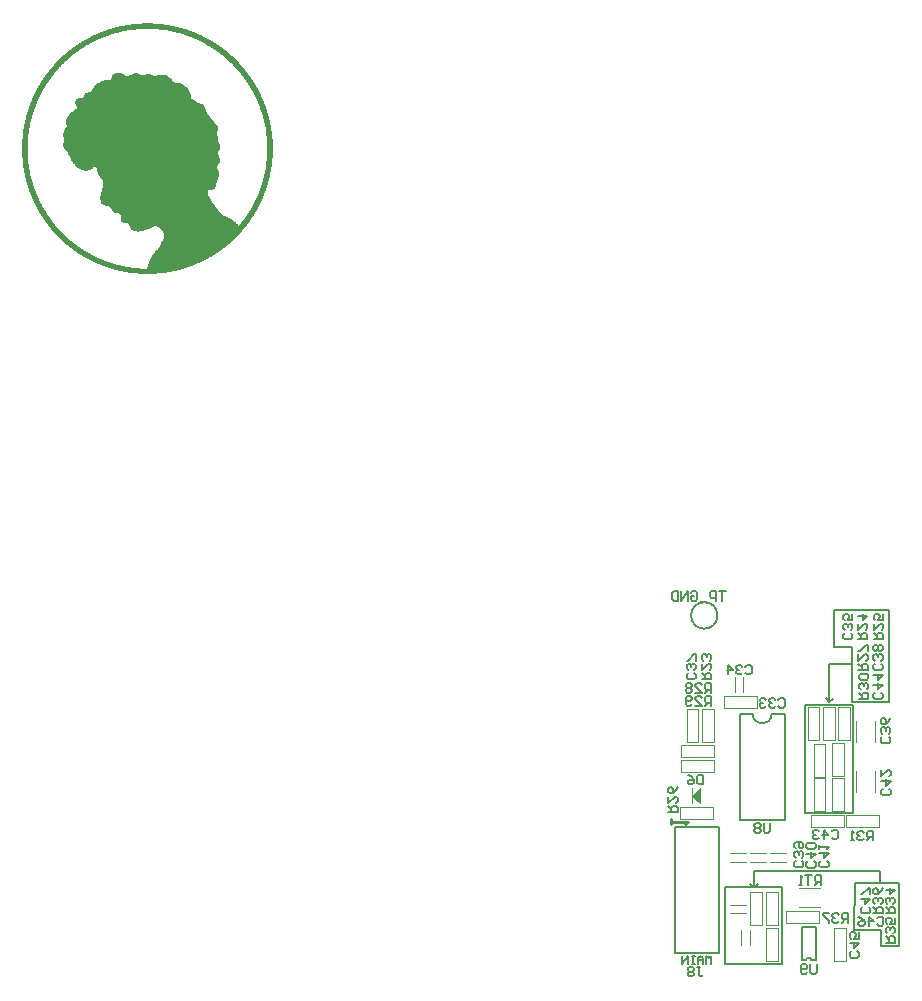
<source format=gbo>
G04*
G04 #@! TF.GenerationSoftware,Altium Limited,Altium Designer,22.6.1 (34)*
G04*
G04 Layer_Color=37055*
%FSLAX25Y25*%
%MOIN*%
G70*
G04*
G04 #@! TF.SameCoordinates,8414C9FA-97DA-49A9-B933-D5EF8910B524*
G04*
G04*
G04 #@! TF.FilePolarity,Positive*
G04*
G01*
G75*
%ADD10C,0.00787*%
%ADD15C,0.00394*%
%ADD16C,0.00984*%
%ADD17C,0.00591*%
%ADD180C,0.00077*%
G36*
X291929Y60630D02*
X294291Y58268D01*
X294488D01*
Y62992D01*
X291929Y60630D01*
D02*
G37*
D10*
X300268Y120669D02*
G03*
X300268Y120669I-4402J0D01*
G01*
X331589Y5709D02*
G03*
X329828Y5709I-880J0D01*
G01*
X312008Y87795D02*
G03*
X318307Y87795I3150J0D01*
G01*
X328346Y5709D02*
Y16732D01*
X333071D01*
Y5709D02*
Y16732D01*
X328346Y5709D02*
X329828D01*
X331589D02*
X333071D01*
X286221Y8071D02*
Y50000D01*
Y8071D02*
X300787D01*
Y50000D01*
X286221D02*
X300787D01*
X307677Y87795D02*
X312008D01*
X318307D02*
X322638D01*
Y52559D02*
Y87598D01*
X307677Y52559D02*
X322638D01*
X307677D02*
Y87795D01*
X307874D01*
D15*
X335212Y55315D02*
X336221D01*
X332283D02*
X333292D01*
X335212Y66339D02*
X336221D01*
X332283D02*
X333292D01*
X336221Y58218D02*
Y63435D01*
X332283Y58218D02*
Y63435D01*
X336221Y55315D02*
Y58218D01*
Y63435D02*
Y66339D01*
X333292Y55315D02*
X335212D01*
X332283D02*
Y58218D01*
X333292Y66339D02*
X335212D01*
X332283Y63435D02*
Y66339D01*
X338386Y63435D02*
Y66339D01*
X339395D02*
X341314D01*
X338386Y55315D02*
Y58218D01*
X339395Y55315D02*
X341314D01*
X342323Y63435D02*
Y66339D01*
Y55315D02*
Y58218D01*
X338386D02*
Y63435D01*
X342323Y58218D02*
Y63435D01*
X338386Y66339D02*
X339395D01*
X341314D02*
X342323D01*
X338386Y55315D02*
X339395D01*
X341314D02*
X342323D01*
X335212Y66929D02*
X336221D01*
X332283D02*
X333292D01*
X335212Y77953D02*
X336221D01*
X332283D02*
X333292D01*
X336221Y69833D02*
Y75049D01*
X332283Y69833D02*
Y75049D01*
X336221Y66929D02*
Y69833D01*
Y75049D02*
Y77953D01*
X333292Y66929D02*
X335212D01*
X332283D02*
Y69833D01*
X333292Y77953D02*
X335212D01*
X332283Y75049D02*
Y77953D01*
X342323Y67126D02*
Y70029D01*
X339395Y67126D02*
X341314D01*
X342323Y75246D02*
Y78150D01*
X339395D02*
X341314D01*
X338386Y67126D02*
Y70029D01*
Y75246D02*
Y78150D01*
X342323Y70029D02*
Y75246D01*
X338386Y70029D02*
Y75246D01*
X341314Y67126D02*
X342323D01*
X338386D02*
X339395D01*
X341314Y78150D02*
X342323D01*
X338386D02*
X339395D01*
X335433Y87253D02*
Y90157D01*
X336442D02*
X338361D01*
X335433Y79133D02*
Y82037D01*
X336442Y79133D02*
X338361D01*
X339370Y87253D02*
Y90157D01*
Y79133D02*
Y82037D01*
X335433D02*
Y87253D01*
X339370Y82037D02*
Y87253D01*
X335433Y90157D02*
X336442D01*
X338361D02*
X339370D01*
X335433Y79133D02*
X336442D01*
X338361D02*
X339370D01*
X333243D02*
X334252D01*
X330315D02*
X331324D01*
X333243Y90157D02*
X334252D01*
X330315D02*
X331324D01*
X334252Y82037D02*
Y87253D01*
X330315Y82037D02*
Y87253D01*
X334252Y79133D02*
Y82037D01*
Y87253D02*
Y90157D01*
X331324Y79133D02*
X333243D01*
X330315D02*
Y82037D01*
X331324Y90157D02*
X333243D01*
X330315Y87253D02*
Y90157D01*
X340551D02*
X341560D01*
X343479D02*
X344488D01*
X340551Y79133D02*
X341560D01*
X343479D02*
X344488D01*
X340551Y82037D02*
Y87253D01*
X344488Y82037D02*
Y87253D01*
X340551D02*
Y90157D01*
Y79133D02*
Y82037D01*
X341560Y90157D02*
X343479D01*
X344488Y87253D02*
Y90157D01*
X341560Y79133D02*
X343479D01*
X344488D02*
Y82037D01*
X331299Y50197D02*
X334203D01*
X331299Y51206D02*
Y53125D01*
X339419Y50197D02*
X342323D01*
Y51206D02*
Y53125D01*
X331299Y54134D02*
X334203D01*
X339419D02*
X342323D01*
X334203Y50197D02*
X339419D01*
X334203Y54134D02*
X339419D01*
X331299Y50197D02*
Y51206D01*
Y53125D02*
Y54134D01*
X342323Y50197D02*
Y51206D01*
Y53125D02*
Y54134D01*
X354134Y53125D02*
Y54134D01*
Y50197D02*
Y51206D01*
X343110Y53125D02*
Y54134D01*
Y50197D02*
Y51206D01*
X346014Y54134D02*
X351230D01*
X346014Y50197D02*
X351230D01*
Y54134D02*
X354134D01*
X343110D02*
X346014D01*
X354134Y51206D02*
Y53125D01*
X351230Y50197D02*
X354134D01*
X343110Y51206D02*
Y53125D01*
Y50197D02*
X346014D01*
X352756Y61811D02*
Y68898D01*
X346457Y61811D02*
Y68898D01*
X352756Y78543D02*
Y85630D01*
X346457Y78543D02*
Y85630D01*
X316535Y13435D02*
Y16339D01*
X317544D02*
X319464D01*
X316535Y5315D02*
Y8219D01*
X317544Y5315D02*
X319464D01*
X320472Y13435D02*
Y16339D01*
Y5315D02*
Y8219D01*
X316535D02*
Y13435D01*
X320472Y8219D02*
Y13435D01*
X316535Y16339D02*
X317544D01*
X319464D02*
X320472D01*
X316535Y5315D02*
X317544D01*
X319464D02*
X320472D01*
X311024Y10827D02*
Y15945D01*
X308268Y10827D02*
Y15945D01*
X304528Y41339D02*
X309646D01*
X304528Y38583D02*
X309646D01*
X311221Y41339D02*
X316339D01*
X311221Y38583D02*
X316339D01*
X317913Y41339D02*
X323031D01*
X317913Y38583D02*
X323031D01*
X304528Y24213D02*
X309646D01*
X304528Y21457D02*
X309646D01*
X311221Y25443D02*
Y28346D01*
X312229D02*
X314149D01*
X311221Y17323D02*
Y20226D01*
X312229Y17323D02*
X314149D01*
X315158Y25443D02*
Y28346D01*
Y17323D02*
Y20226D01*
X311221D02*
Y25443D01*
X315158Y20226D02*
Y25443D01*
X311221Y28346D02*
X312229D01*
X314149D02*
X315158D01*
X311221Y17323D02*
X312229D01*
X314149D02*
X315158D01*
X316535Y25443D02*
Y28346D01*
X317544D02*
X319464D01*
X316535Y17323D02*
Y20226D01*
X317544Y17323D02*
X319464D01*
X320472Y25443D02*
Y28346D01*
Y17323D02*
Y20226D01*
X316535D02*
Y25443D01*
X320472Y20226D02*
Y25443D01*
X316535Y28346D02*
X317544D01*
X319464D02*
X320472D01*
X316535Y17323D02*
X317544D01*
X319464D02*
X320472D01*
X339173Y16339D02*
X340182D01*
X342101D02*
X343110D01*
X339173Y5315D02*
X340182D01*
X342101D02*
X343110D01*
X339173Y8219D02*
Y13435D01*
X343110Y8219D02*
Y13435D01*
X339173D02*
Y16339D01*
Y5315D02*
Y8219D01*
X340182Y16339D02*
X342101D01*
X343110Y13435D02*
Y16339D01*
X340182Y5315D02*
X342101D01*
X343110D02*
Y8219D01*
X334055Y21038D02*
Y22047D01*
Y18110D02*
Y19119D01*
X323031Y21038D02*
Y22047D01*
Y18110D02*
Y19119D01*
X325935Y22047D02*
X331152D01*
X325935Y18110D02*
X331152D01*
Y22047D02*
X334055D01*
X323031D02*
X325935D01*
X334055Y19119D02*
Y21038D01*
X331152Y18110D02*
X334055D01*
X323031Y19119D02*
Y21038D01*
Y18110D02*
X325935D01*
X327362Y23425D02*
X334449D01*
X327362Y29724D02*
X334449D01*
X295915Y56890D02*
X298819D01*
Y53962D02*
Y55881D01*
X287795Y56890D02*
X290699D01*
X287795Y53962D02*
Y55881D01*
X295915Y52953D02*
X298819D01*
X287795D02*
X290699D01*
Y56890D02*
X295915D01*
X290699Y52953D02*
X295915D01*
X298819Y55881D02*
Y56890D01*
Y52953D02*
Y53962D01*
X287795Y55881D02*
Y56890D01*
Y52953D02*
Y53962D01*
X291929Y58268D02*
Y62992D01*
X294488Y58268D02*
Y62992D01*
X291929Y60630D02*
X294488Y58268D01*
X291929Y60630D02*
X294488Y62992D01*
X287992Y68504D02*
X290896D01*
X287992Y69513D02*
Y71432D01*
X296112Y68504D02*
X299016D01*
Y69513D02*
Y71432D01*
X287992Y72441D02*
X290896D01*
X296112D02*
X299016D01*
X290896Y68504D02*
X296112D01*
X290896Y72441D02*
X296112D01*
X287992Y68504D02*
Y69513D01*
Y71432D02*
Y72441D01*
X299016Y68504D02*
Y69513D01*
Y71432D02*
Y72441D01*
X287992Y73622D02*
X290896D01*
X287992Y74631D02*
Y76550D01*
X296112Y73622D02*
X299016D01*
Y74631D02*
Y76550D01*
X287992Y77559D02*
X290896D01*
X296112D02*
X299016D01*
X290896Y73622D02*
X296112D01*
X290896Y77559D02*
X296112D01*
X287992Y73622D02*
Y74631D01*
Y76550D02*
Y77559D01*
X299016Y73622D02*
Y74631D01*
Y76550D02*
Y77559D01*
X289961Y89567D02*
X290969D01*
X292889D02*
X293898D01*
X289961Y78543D02*
X290969D01*
X292889D02*
X293898D01*
X289961Y81447D02*
Y86663D01*
X293898Y81447D02*
Y86663D01*
X289961D02*
Y89567D01*
Y78543D02*
Y81447D01*
X290969Y89567D02*
X292889D01*
X293898Y86663D02*
Y89567D01*
X290969Y78543D02*
X292889D01*
X293898D02*
Y81447D01*
X298007Y78543D02*
X299016D01*
X295079D02*
X296088D01*
X298007Y89567D02*
X299016D01*
X295079D02*
X296088D01*
X299016Y81447D02*
Y86663D01*
X295079Y81447D02*
Y86663D01*
X299016Y78543D02*
Y81447D01*
Y86663D02*
Y89567D01*
X296088Y78543D02*
X298007D01*
X295079D02*
Y81447D01*
X296088Y89567D02*
X298007D01*
X295079Y86663D02*
Y89567D01*
X302329Y89728D02*
X305233D01*
X302329Y90737D02*
Y92656D01*
X310449Y89728D02*
X313353D01*
Y90737D02*
Y92656D01*
X302329Y93665D02*
X305233D01*
X310449D02*
X313353D01*
X305233Y89728D02*
X310449D01*
X305233Y93665D02*
X310449D01*
X302329Y89728D02*
Y90737D01*
Y92656D02*
Y93665D01*
X313353Y89728D02*
Y90737D01*
Y92656D02*
Y93665D01*
X308858Y95079D02*
Y100197D01*
X306102Y95079D02*
Y100197D01*
D16*
X284646Y50984D02*
Y52952D01*
Y51968D01*
X290549D01*
X289565Y50984D01*
D17*
X337500Y91732D02*
Y104331D01*
Y91732D02*
X338779Y92913D01*
X337500Y104331D02*
X339961D01*
X345079D01*
X339173Y110236D02*
Y122638D01*
Y110236D02*
X345276D01*
Y91929D02*
Y110236D01*
Y91929D02*
X357480D01*
Y122638D01*
X339173D02*
X357480D01*
X336417Y93110D02*
X337500Y91732D01*
X338779Y92913D01*
X329528Y54724D02*
X345472D01*
Y90945D01*
X329528Y54724D02*
Y90945D01*
X345472D01*
X302756Y4544D02*
Y30118D01*
Y4544D02*
X321654D01*
X354528Y31496D02*
Y33071D01*
Y31496D02*
Y35433D01*
X345996Y31496D02*
X354528D01*
X360827Y10433D02*
Y31496D01*
X354921Y10433D02*
X360827D01*
X354528Y31496D02*
X360827D01*
X354921Y10433D02*
Y15945D01*
X345813D02*
X354921D01*
X345813D02*
X345996Y31496D01*
X312402Y35433D02*
X354528D01*
X312303Y30118D02*
X312402Y35433D01*
X311221Y31299D02*
X312303Y30118D01*
X313779Y31299D01*
X302756Y30118D02*
X321654D01*
Y4544D02*
Y30118D01*
X302953Y128673D02*
X300854D01*
X301903D01*
Y125525D01*
X299804D02*
Y128673D01*
X298230D01*
X297705Y128149D01*
Y127099D01*
X298230Y126574D01*
X299804D01*
X296656Y125000D02*
X294556D01*
X291408Y128149D02*
X291933Y128673D01*
X292982D01*
X293507Y128149D01*
Y126049D01*
X292982Y125525D01*
X291933D01*
X291408Y126049D01*
Y127099D01*
X292458D01*
X290358Y125525D02*
Y128673D01*
X288259Y125525D01*
Y128673D01*
X287210D02*
Y125525D01*
X285635D01*
X285111Y126049D01*
Y128149D01*
X285635Y128673D01*
X287210D01*
X298228Y4527D02*
Y7283D01*
X297310Y6364D01*
X296392Y7283D01*
Y4527D01*
X295473D02*
Y6364D01*
X294555Y7283D01*
X293637Y6364D01*
Y4527D01*
Y5905D01*
X295473D01*
X292718Y7283D02*
X291800D01*
X292259D01*
Y4527D01*
X292718D01*
X291800D01*
X290423D02*
Y7283D01*
X288586Y4527D01*
Y7283D01*
X354790Y94948D02*
X355314Y94423D01*
Y93374D01*
X354790Y92849D01*
X352691D01*
X352166Y93374D01*
Y94423D01*
X352691Y94948D01*
X352166Y97572D02*
X355314D01*
X353740Y95998D01*
Y98097D01*
X352166Y100721D02*
X355314D01*
X353740Y99146D01*
Y101245D01*
X338319Y48687D02*
X338844Y49212D01*
X339894D01*
X340419Y48687D01*
Y46588D01*
X339894Y46064D01*
X338844D01*
X338319Y46588D01*
X335696Y46064D02*
Y49212D01*
X337270Y47638D01*
X335171D01*
X334121Y48687D02*
X333597Y49212D01*
X332547D01*
X332022Y48687D01*
Y48163D01*
X332547Y47638D01*
X333072D01*
X332547D01*
X332022Y47113D01*
Y46588D01*
X332547Y46064D01*
X333597D01*
X334121Y46588D01*
X333332Y4330D02*
Y1706D01*
X332808Y1182D01*
X331758D01*
X331233Y1706D01*
Y4330D01*
X330184Y1706D02*
X329659Y1182D01*
X328610D01*
X328085Y1706D01*
Y3805D01*
X328610Y4330D01*
X329659D01*
X330184Y3805D01*
Y3281D01*
X329659Y2756D01*
X328085D01*
X317781Y51377D02*
Y48754D01*
X317256Y48229D01*
X316207D01*
X315682Y48754D01*
Y51377D01*
X314633Y50853D02*
X314108Y51377D01*
X313058D01*
X312534Y50853D01*
Y50328D01*
X313058Y49803D01*
X312534Y49278D01*
Y48754D01*
X313058Y48229D01*
X314108D01*
X314633Y48754D01*
Y49278D01*
X314108Y49803D01*
X314633Y50328D01*
Y50853D01*
X314108Y49803D02*
X313058D01*
X334776Y30906D02*
Y34055D01*
X333201D01*
X332677Y33530D01*
Y32480D01*
X333201Y31956D01*
X334776D01*
X333726D02*
X332677Y30906D01*
X331627Y34055D02*
X329528D01*
X330578D01*
Y30906D01*
X328479D02*
X327429D01*
X327954D01*
Y34055D01*
X328479Y33530D01*
X343765Y18308D02*
Y21456D01*
X342191D01*
X341666Y20931D01*
Y19882D01*
X342191Y19357D01*
X343765D01*
X342716D02*
X341666Y18308D01*
X340616Y20931D02*
X340092Y21456D01*
X339042D01*
X338517Y20931D01*
Y20407D01*
X339042Y19882D01*
X339567D01*
X339042D01*
X338517Y19357D01*
Y18832D01*
X339042Y18308D01*
X340092D01*
X340616Y18832D01*
X337468Y21456D02*
X335369D01*
Y20931D01*
X337468Y18832D01*
Y18308D01*
X352166Y21392D02*
X355314D01*
Y22967D01*
X354790Y23492D01*
X353740D01*
X353215Y22967D01*
Y21392D01*
Y22442D02*
X352166Y23492D01*
X354790Y24541D02*
X355314Y25066D01*
Y26115D01*
X354790Y26640D01*
X354265D01*
X353740Y26115D01*
Y25591D01*
Y26115D01*
X353215Y26640D01*
X352691D01*
X352166Y26115D01*
Y25066D01*
X352691Y24541D01*
X355314Y29789D02*
X354790Y28739D01*
X353740Y27690D01*
X352691D01*
X352166Y28214D01*
Y29264D01*
X352691Y29789D01*
X353215D01*
X353740Y29264D01*
Y27690D01*
X356300Y11550D02*
X359448D01*
Y13124D01*
X358924Y13649D01*
X357874D01*
X357349Y13124D01*
Y11550D01*
Y12599D02*
X356300Y13649D01*
X358924Y14698D02*
X359448Y15223D01*
Y16273D01*
X358924Y16798D01*
X358399D01*
X357874Y16273D01*
Y15748D01*
Y16273D01*
X357349Y16798D01*
X356824D01*
X356300Y16273D01*
Y15223D01*
X356824Y14698D01*
X359448Y19946D02*
Y17847D01*
X357874D01*
X358399Y18897D01*
Y19421D01*
X357874Y19946D01*
X356824D01*
X356300Y19421D01*
Y18372D01*
X356824Y17847D01*
X356300Y21392D02*
X359448D01*
Y22967D01*
X358924Y23492D01*
X357874D01*
X357349Y22967D01*
Y21392D01*
Y22442D02*
X356300Y23492D01*
X358924Y24541D02*
X359448Y25066D01*
Y26115D01*
X358924Y26640D01*
X358399D01*
X357874Y26115D01*
Y25591D01*
Y26115D01*
X357349Y26640D01*
X356824D01*
X356300Y26115D01*
Y25066D01*
X356824Y24541D01*
X356300Y29264D02*
X359448D01*
X357874Y27690D01*
Y29789D01*
X352098Y45670D02*
Y48818D01*
X350524D01*
X349999Y48294D01*
Y47244D01*
X350524Y46719D01*
X352098D01*
X351049D02*
X349999Y45670D01*
X348950Y48294D02*
X348425Y48818D01*
X347376D01*
X346851Y48294D01*
Y47769D01*
X347376Y47244D01*
X347900D01*
X347376D01*
X346851Y46719D01*
Y46195D01*
X347376Y45670D01*
X348425D01*
X348950Y46195D01*
X345801Y45670D02*
X344752D01*
X345277D01*
Y48818D01*
X345801Y48294D01*
X347441Y92849D02*
X350590D01*
Y94423D01*
X350065Y94948D01*
X349016D01*
X348491Y94423D01*
Y92849D01*
Y93899D02*
X347441Y94948D01*
X350065Y95998D02*
X350590Y96522D01*
Y97572D01*
X350065Y98097D01*
X349540D01*
X349016Y97572D01*
Y97047D01*
Y97572D01*
X348491Y98097D01*
X347966D01*
X347441Y97572D01*
Y96522D01*
X347966Y95998D01*
X350065Y99146D02*
X350590Y99671D01*
Y100721D01*
X350065Y101245D01*
X347966D01*
X347441Y100721D01*
Y99671D01*
X347966Y99146D01*
X350065D01*
X298096Y90552D02*
Y93700D01*
X296521D01*
X295997Y93176D01*
Y92126D01*
X296521Y91601D01*
X298096D01*
X297046D02*
X295997Y90552D01*
X292848D02*
X294947D01*
X292848Y92651D01*
Y93176D01*
X293373Y93700D01*
X294422D01*
X294947Y93176D01*
X291799Y91076D02*
X291274Y90552D01*
X290224D01*
X289700Y91076D01*
Y93176D01*
X290224Y93700D01*
X291274D01*
X291799Y93176D01*
Y92651D01*
X291274Y92126D01*
X289700D01*
X298096Y94882D02*
Y98031D01*
X296521D01*
X295997Y97506D01*
Y96457D01*
X296521Y95932D01*
X298096D01*
X297046D02*
X295997Y94882D01*
X292848D02*
X294947D01*
X292848Y96982D01*
Y97506D01*
X293373Y98031D01*
X294422D01*
X294947Y97506D01*
X291799D02*
X291274Y98031D01*
X290224D01*
X289700Y97506D01*
Y96982D01*
X290224Y96457D01*
X289700Y95932D01*
Y95407D01*
X290224Y94882D01*
X291274D01*
X291799Y95407D01*
Y95932D01*
X291274Y96457D01*
X291799Y96982D01*
Y97506D01*
X291274Y96457D02*
X290224D01*
X347245Y102495D02*
X350393D01*
Y104069D01*
X349868Y104594D01*
X348819D01*
X348294Y104069D01*
Y102495D01*
Y103544D02*
X347245Y104594D01*
Y107742D02*
Y105643D01*
X349344Y107742D01*
X349868D01*
X350393Y107218D01*
Y106168D01*
X349868Y105643D01*
X350393Y108792D02*
Y110891D01*
X349868D01*
X347769Y108792D01*
X347245D01*
X283859Y55054D02*
X287007D01*
Y56628D01*
X286483Y57153D01*
X285433D01*
X284908Y56628D01*
Y55054D01*
Y56103D02*
X283859Y57153D01*
Y60302D02*
Y58202D01*
X285958Y60302D01*
X286483D01*
X287007Y59777D01*
Y58727D01*
X286483Y58202D01*
X287007Y63450D02*
X286483Y62401D01*
X285433Y61351D01*
X284384D01*
X283859Y61876D01*
Y62925D01*
X284384Y63450D01*
X284908D01*
X285433Y62925D01*
Y61351D01*
X352363Y112731D02*
X355511D01*
Y114305D01*
X354987Y114830D01*
X353937D01*
X353412Y114305D01*
Y112731D01*
Y113780D02*
X352363Y114830D01*
Y117979D02*
Y115880D01*
X354462Y117979D01*
X354987D01*
X355511Y117454D01*
Y116404D01*
X354987Y115880D01*
X355511Y121127D02*
Y119028D01*
X353937D01*
X354462Y120078D01*
Y120603D01*
X353937Y121127D01*
X352888D01*
X352363Y120603D01*
Y119553D01*
X352888Y119028D01*
X347048Y112731D02*
X350196D01*
Y114305D01*
X349672Y114830D01*
X348622D01*
X348097Y114305D01*
Y112731D01*
Y113780D02*
X347048Y114830D01*
Y117979D02*
Y115880D01*
X349147Y117979D01*
X349672D01*
X350196Y117454D01*
Y116404D01*
X349672Y115880D01*
X347048Y120603D02*
X350196D01*
X348622Y119028D01*
Y121127D01*
X295079Y99345D02*
X298228D01*
Y100919D01*
X297703Y101444D01*
X296654D01*
X296129Y100919D01*
Y99345D01*
Y100395D02*
X295079Y101444D01*
Y104593D02*
Y102494D01*
X297178Y104593D01*
X297703D01*
X298228Y104068D01*
Y103018D01*
X297703Y102494D01*
Y105642D02*
X298228Y106167D01*
Y107217D01*
X297703Y107741D01*
X297178D01*
X296654Y107217D01*
Y106692D01*
Y107217D01*
X296129Y107741D01*
X295604D01*
X295079Y107217D01*
Y106167D01*
X295604Y105642D01*
X293438Y3543D02*
X294488D01*
X293963D01*
Y919D01*
X294488Y394D01*
X295012D01*
X295537Y919D01*
X292389Y3018D02*
X291864Y3543D01*
X290814D01*
X290290Y3018D01*
Y2493D01*
X290814Y1969D01*
X290290Y1444D01*
Y919D01*
X290814Y394D01*
X291864D01*
X292389Y919D01*
Y1444D01*
X291864Y1969D01*
X292389Y2493D01*
Y3018D01*
X291864Y1969D02*
X290814D01*
X295537Y67519D02*
Y64371D01*
X293963D01*
X293438Y64895D01*
Y66994D01*
X293963Y67519D01*
X295537D01*
X290290D02*
X291339Y66994D01*
X292389Y65945D01*
Y64895D01*
X291864Y64371D01*
X290814D01*
X290290Y64895D01*
Y65420D01*
X290814Y65945D01*
X292389D01*
X350656Y23492D02*
X351181Y22967D01*
Y21917D01*
X350656Y21392D01*
X348557D01*
X348032Y21917D01*
Y22967D01*
X348557Y23492D01*
X348032Y26115D02*
X351181D01*
X349606Y24541D01*
Y26640D01*
X351181Y27690D02*
Y29789D01*
X350656D01*
X348557Y27690D01*
X348032D01*
X353477Y19750D02*
X354002Y20275D01*
X355051D01*
X355576Y19750D01*
Y17651D01*
X355051Y17127D01*
X354002D01*
X353477Y17651D01*
X350853Y17127D02*
Y20275D01*
X352428Y18701D01*
X350328D01*
X347180Y20275D02*
X348229Y19750D01*
X349279Y18701D01*
Y17651D01*
X348754Y17127D01*
X347705D01*
X347180Y17651D01*
Y18176D01*
X347705Y18701D01*
X349279D01*
X346916Y8728D02*
X347440Y8203D01*
Y7153D01*
X346916Y6629D01*
X344817D01*
X344292Y7153D01*
Y8203D01*
X344817Y8728D01*
X344292Y11351D02*
X347440D01*
X345866Y9777D01*
Y11876D01*
X347440Y15025D02*
Y12926D01*
X345866D01*
X346391Y13975D01*
Y14500D01*
X345866Y15025D01*
X344817D01*
X344292Y14500D01*
Y13451D01*
X344817Y12926D01*
X357546Y62862D02*
X358070Y62337D01*
Y61287D01*
X357546Y60763D01*
X355447D01*
X354922Y61287D01*
Y62337D01*
X355447Y62862D01*
X354922Y65485D02*
X358070D01*
X356496Y63911D01*
Y66010D01*
X354922Y69159D02*
Y67060D01*
X357021Y69159D01*
X357546D01*
X358070Y68634D01*
Y67585D01*
X357546Y67060D01*
X336876Y38780D02*
X337401Y38255D01*
Y37206D01*
X336876Y36681D01*
X334777D01*
X334253Y37206D01*
Y38255D01*
X334777Y38780D01*
X334253Y41404D02*
X337401D01*
X335827Y39830D01*
Y41929D01*
X334253Y42978D02*
Y44028D01*
Y43503D01*
X337401D01*
X336876Y42978D01*
X332546Y38649D02*
X333070Y38124D01*
Y37075D01*
X332546Y36550D01*
X330447D01*
X329922Y37075D01*
Y38124D01*
X330447Y38649D01*
X329922Y41273D02*
X333070D01*
X331496Y39698D01*
Y41798D01*
X332546Y42847D02*
X333070Y43372D01*
Y44421D01*
X332546Y44946D01*
X330447D01*
X329922Y44421D01*
Y43372D01*
X330447Y42847D01*
X332546D01*
X328412Y38846D02*
X328937Y38321D01*
Y37271D01*
X328412Y36747D01*
X326313D01*
X325788Y37271D01*
Y38321D01*
X326313Y38846D01*
X328412Y39895D02*
X328937Y40420D01*
Y41470D01*
X328412Y41994D01*
X327887D01*
X327362Y41470D01*
Y40945D01*
Y41470D01*
X326837Y41994D01*
X326313D01*
X325788Y41470D01*
Y40420D01*
X326313Y39895D01*
Y43044D02*
X325788Y43569D01*
Y44618D01*
X326313Y45143D01*
X328412D01*
X328937Y44618D01*
Y43569D01*
X328412Y43044D01*
X327887D01*
X327362Y43569D01*
Y45143D01*
X354790Y104594D02*
X355314Y104069D01*
Y103020D01*
X354790Y102495D01*
X352691D01*
X352166Y103020D01*
Y104069D01*
X352691Y104594D01*
X354790Y105643D02*
X355314Y106168D01*
Y107218D01*
X354790Y107742D01*
X354265D01*
X353740Y107218D01*
Y106693D01*
Y107218D01*
X353215Y107742D01*
X352691D01*
X352166Y107218D01*
Y106168D01*
X352691Y105643D01*
X354790Y108792D02*
X355314Y109317D01*
Y110366D01*
X354790Y110891D01*
X354265D01*
X353740Y110366D01*
X353215Y110891D01*
X352691D01*
X352166Y110366D01*
Y109317D01*
X352691Y108792D01*
X353215D01*
X353740Y109317D01*
X354265Y108792D01*
X354790D01*
X353740Y109317D02*
Y110366D01*
X292585Y101444D02*
X293110Y100919D01*
Y99870D01*
X292585Y99345D01*
X290486D01*
X289961Y99870D01*
Y100919D01*
X290486Y101444D01*
X292585Y102494D02*
X293110Y103018D01*
Y104068D01*
X292585Y104593D01*
X292060D01*
X291535Y104068D01*
Y103543D01*
Y104068D01*
X291011Y104593D01*
X290486D01*
X289961Y104068D01*
Y103018D01*
X290486Y102494D01*
X293110Y105642D02*
Y107741D01*
X292585D01*
X290486Y105642D01*
X289961D01*
X357349Y80184D02*
X357874Y79660D01*
Y78610D01*
X357349Y78085D01*
X355250D01*
X354725Y78610D01*
Y79660D01*
X355250Y80184D01*
X357349Y81234D02*
X357874Y81759D01*
Y82808D01*
X357349Y83333D01*
X356824D01*
X356299Y82808D01*
Y82284D01*
Y82808D01*
X355774Y83333D01*
X355250D01*
X354725Y82808D01*
Y81759D01*
X355250Y81234D01*
X357874Y86482D02*
X357349Y85432D01*
X356299Y84382D01*
X355250D01*
X354725Y84907D01*
Y85957D01*
X355250Y86482D01*
X355774D01*
X356299Y85957D01*
Y84382D01*
X344750Y114830D02*
X345275Y114305D01*
Y113256D01*
X344750Y112731D01*
X342651D01*
X342126Y113256D01*
Y114305D01*
X342651Y114830D01*
X344750Y115880D02*
X345275Y116404D01*
Y117454D01*
X344750Y117979D01*
X344226D01*
X343701Y117454D01*
Y116929D01*
Y117454D01*
X343176Y117979D01*
X342651D01*
X342126Y117454D01*
Y116404D01*
X342651Y115880D01*
X345275Y121127D02*
Y119028D01*
X343701D01*
X344226Y120078D01*
Y120603D01*
X343701Y121127D01*
X342651D01*
X342126Y120603D01*
Y119553D01*
X342651Y119028D01*
X309579Y103609D02*
X310104Y104133D01*
X311154D01*
X311678Y103609D01*
Y101509D01*
X311154Y100985D01*
X310104D01*
X309579Y101509D01*
X308530Y103609D02*
X308005Y104133D01*
X306956D01*
X306431Y103609D01*
Y103084D01*
X306956Y102559D01*
X307480D01*
X306956D01*
X306431Y102034D01*
Y101509D01*
X306956Y100985D01*
X308005D01*
X308530Y101509D01*
X303807Y100985D02*
Y104133D01*
X305381Y102559D01*
X303282D01*
X320603Y92585D02*
X321128Y93110D01*
X322177D01*
X322702Y92585D01*
Y90486D01*
X322177Y89961D01*
X321128D01*
X320603Y90486D01*
X319553Y92585D02*
X319029Y93110D01*
X317979D01*
X317454Y92585D01*
Y92060D01*
X317979Y91535D01*
X318504D01*
X317979D01*
X317454Y91011D01*
Y90486D01*
X317979Y89961D01*
X319029D01*
X319553Y90486D01*
X316405Y92585D02*
X315880Y93110D01*
X314831D01*
X314306Y92585D01*
Y92060D01*
X314831Y91535D01*
X315355D01*
X314831D01*
X314306Y91011D01*
Y90486D01*
X314831Y89961D01*
X315880D01*
X316405Y90486D01*
D180*
X95443Y257814D02*
X132049D01*
X95289Y257968D02*
X131895D01*
X95366Y257892D02*
X131972D01*
X95520Y257737D02*
X132049D01*
X94596Y260435D02*
X130354D01*
X94596Y260357D02*
X130431D01*
X94519Y260203D02*
X130508D01*
X94519Y260126D02*
X130508D01*
X94519Y259972D02*
X130662D01*
X94519Y260280D02*
X130431D01*
X94519Y260049D02*
X130662D01*
X94673Y258816D02*
X131279D01*
X94750Y258508D02*
X131433D01*
X94673Y258893D02*
X131202D01*
X94827Y258354D02*
X131587D01*
X94673Y258662D02*
X131356D01*
X94750Y258585D02*
X131433D01*
X94673Y259047D02*
X131047D01*
X94673Y258739D02*
X131279D01*
X94750Y258431D02*
X131510D01*
X94673Y258970D02*
X131124D01*
X94673Y260589D02*
X130277D01*
X94750Y260974D02*
X130123D01*
X94750Y260897D02*
X130123D01*
X94596Y260512D02*
X130277D01*
X94750Y260743D02*
X130123D01*
X94673Y260666D02*
X130277D01*
X94750Y260820D02*
X130123D01*
X98063Y256813D02*
X132820D01*
X98063Y256735D02*
X132820D01*
X97447Y257198D02*
X132435D01*
X97755Y257044D02*
X132589D01*
X98063Y256658D02*
X132897D01*
X97601Y257121D02*
X132435D01*
X97832Y256967D02*
X132666D01*
X97986Y256890D02*
X132666D01*
X94596Y259741D02*
X130739D01*
X94673Y259124D02*
X131047D01*
X94519Y259895D02*
X130662D01*
X94596Y259664D02*
X130816D01*
X94673Y259510D02*
X130893D01*
X94673Y259356D02*
X130970D01*
X94596Y259818D02*
X130739D01*
X94596Y259587D02*
X130816D01*
X94673Y259279D02*
X130970D01*
X94673Y259202D02*
X131047D01*
X94673Y259433D02*
X130893D01*
X94827Y258277D02*
X131664D01*
X94981Y258200D02*
X131741D01*
X95135Y258046D02*
X131818D01*
X95058Y258123D02*
X131741D01*
X98372Y256273D02*
X133205D01*
X98295Y256350D02*
X133128D01*
X98449Y256119D02*
X133205D01*
X98372Y256196D02*
X133205D01*
X98218Y256581D02*
X132974D01*
X98218Y256504D02*
X133051D01*
X98295Y256427D02*
X133051D01*
X94981Y262130D02*
X130046D01*
X94981Y262053D02*
X129969D01*
X94981Y262207D02*
X130046D01*
X94904Y261976D02*
X129969D01*
X94981Y262284D02*
X130123D01*
X94904Y261745D02*
X129969D01*
X94904Y261822D02*
X129892D01*
X94904Y261899D02*
X129892D01*
X95058Y262361D02*
X130123D01*
X97370Y257275D02*
X132358D01*
X96368Y257506D02*
X132203D01*
X97216Y257352D02*
X132281D01*
X95675Y257660D02*
X132126D01*
X96830Y257429D02*
X132281D01*
X95983Y257583D02*
X132126D01*
X94827Y261128D02*
X130046D01*
X94904Y261668D02*
X129969D01*
X94904Y261359D02*
X129969D01*
X94904Y261205D02*
X130046D01*
X94904Y261591D02*
X129969D01*
X94904Y261513D02*
X129969D01*
X94904Y261282D02*
X129969D01*
X94904Y261437D02*
X129969D01*
X94827Y261051D02*
X130046D01*
X95212Y262978D02*
X131895D01*
X95212Y263055D02*
X131895D01*
X95135Y262592D02*
X130277D01*
X95212Y263132D02*
X132126D01*
X95366Y263594D02*
X132589D01*
X95289Y263440D02*
X132435D01*
X95135Y262747D02*
X131433D01*
X95289Y263286D02*
X132358D01*
X95289Y263363D02*
X132435D01*
X95212Y263209D02*
X132358D01*
X95135Y262901D02*
X131664D01*
X95058Y262438D02*
X130200D01*
X95135Y262824D02*
X131433D01*
X95289Y263517D02*
X132512D01*
X95058Y262515D02*
X130200D01*
X95135Y262669D02*
X131047D01*
X95135Y266137D02*
X133282D01*
X95058Y266292D02*
X133282D01*
X94827Y266677D02*
X133437D01*
X94981Y266446D02*
X133359D01*
X94750Y266754D02*
X133514D01*
X94981Y266523D02*
X133359D01*
X94904Y266600D02*
X133437D01*
X94750Y266831D02*
X133514D01*
X95058Y266369D02*
X133359D01*
X95135Y266214D02*
X133282D01*
X95366Y264288D02*
X132897D01*
X95366Y264673D02*
X132897D01*
X95366Y264596D02*
X132897D01*
X95366Y264365D02*
X132897D01*
X95366Y264519D02*
X132897D01*
X95366Y264750D02*
X132897D01*
X95366Y264442D02*
X132897D01*
X95366Y264827D02*
X132897D01*
X94596Y266985D02*
X133591D01*
X94519Y267062D02*
X133591D01*
X94364Y267216D02*
X133668D01*
X94596Y266908D02*
X133591D01*
X94287Y267371D02*
X133745D01*
X94441Y267139D02*
X133668D01*
X94364Y267293D02*
X133668D01*
X94133Y267602D02*
X133745D01*
X95212Y265983D02*
X133205D01*
X95289Y265906D02*
X133205D01*
X95366Y265290D02*
X132974D01*
X95366Y265598D02*
X133051D01*
X95366Y265675D02*
X133128D01*
X95366Y265367D02*
X132974D01*
X95289Y265752D02*
X133128D01*
X95289Y265829D02*
X133128D01*
X95366Y265521D02*
X133051D01*
X95366Y265444D02*
X133051D01*
X95212Y266060D02*
X133205D01*
X95366Y264904D02*
X132897D01*
X95366Y265058D02*
X132974D01*
X95366Y265213D02*
X132974D01*
X95366Y265136D02*
X132974D01*
X95366Y264982D02*
X132897D01*
X93979Y267833D02*
X133745D01*
X94056Y267756D02*
X133745D01*
X93902Y267910D02*
X133745D01*
X94210Y267525D02*
X133745D01*
X93902Y267987D02*
X133745D01*
X94056Y267679D02*
X133745D01*
X94287Y267448D02*
X133745D01*
X93825Y268064D02*
X133745D01*
X95366Y264211D02*
X132820D01*
X95366Y264134D02*
X132820D01*
X95366Y263903D02*
X132743D01*
X95366Y263825D02*
X132666D01*
X95366Y264057D02*
X132820D01*
X95366Y263748D02*
X132589D01*
X95366Y263980D02*
X132820D01*
X95366Y263671D02*
X132589D01*
X150083Y273228D02*
X151547D01*
X150083Y273536D02*
X151624D01*
X150083Y273459D02*
X151547D01*
X150083Y273305D02*
X151547D01*
X150083Y273150D02*
X151547D01*
X150160Y275308D02*
X151701D01*
X150160Y274769D02*
X151624D01*
X150160Y275462D02*
X151701D01*
X150160Y274923D02*
X151701D01*
X150160Y274846D02*
X151624D01*
X150160Y275385D02*
X151701D01*
X150160Y275077D02*
X151701D01*
X150237Y275539D02*
X151701D01*
X150160Y275154D02*
X151701D01*
X150160Y275000D02*
X151701D01*
X150160Y274692D02*
X151624D01*
X150160Y275231D02*
X151701D01*
X150160Y274538D02*
X151624D01*
X150006Y272611D02*
X151547D01*
X150083Y279778D02*
X151547D01*
X150237Y276772D02*
X151701D01*
X150237Y276850D02*
X151701D01*
X150237Y276156D02*
X151701D01*
X150237Y275925D02*
X151701D01*
X150237Y276002D02*
X151701D01*
X150237Y276464D02*
X151701D01*
X150237Y276541D02*
X151701D01*
X150237Y276310D02*
X151701D01*
X150237Y275848D02*
X151701D01*
X150237Y275771D02*
X151701D01*
X150237Y276233D02*
X151701D01*
X150237Y276618D02*
X151701D01*
X150237Y276079D02*
X151701D01*
X150237Y276695D02*
X151701D01*
X150237Y275694D02*
X151701D01*
X150237Y276387D02*
X151701D01*
X150237Y275617D02*
X151701D01*
X150160Y277620D02*
X151701D01*
X150237Y277158D02*
X151701D01*
X150237Y277004D02*
X151701D01*
X150160Y277697D02*
X151701D01*
X150237Y277312D02*
X151701D01*
X150160Y277466D02*
X151701D01*
X150237Y276927D02*
X151701D01*
X150237Y277235D02*
X151701D01*
X150237Y277081D02*
X151701D01*
X150160Y277543D02*
X151701D01*
X150160Y277389D02*
X151701D01*
X150160Y277774D02*
X151701D01*
X150160Y278545D02*
X151624D01*
X150160Y278699D02*
X151624D01*
X150160Y278930D02*
X151624D01*
X150160Y278237D02*
X151624D01*
X150160Y278776D02*
X151624D01*
X150083Y279007D02*
X151624D01*
X150160Y278468D02*
X151624D01*
X150160Y278160D02*
X151624D01*
X150160Y278853D02*
X151624D01*
X150160Y278314D02*
X151624D01*
X150083Y279084D02*
X151624D01*
X150160Y278083D02*
X151624D01*
X150160Y278622D02*
X151624D01*
X150083Y279162D02*
X151624D01*
X150006Y279855D02*
X151547D01*
X150006Y279932D02*
X151547D01*
X150006Y280086D02*
X151547D01*
X150160Y278391D02*
X151624D01*
X150006Y280163D02*
X151547D01*
X150160Y274383D02*
X151624D01*
X150160Y274461D02*
X151624D01*
X150160Y274152D02*
X151624D01*
X150160Y274229D02*
X151624D01*
X150083Y273844D02*
X151624D01*
X150160Y273998D02*
X151624D01*
X150160Y274075D02*
X151624D01*
X150083Y273690D02*
X151624D01*
X150083Y273767D02*
X151624D01*
X150160Y274306D02*
X151624D01*
X150160Y273921D02*
X151624D01*
X150160Y274615D02*
X151624D01*
X83421Y284017D02*
X133128D01*
X83344Y284248D02*
X132974D01*
X83344Y284171D02*
X132974D01*
X83421Y284094D02*
X133128D01*
X83421Y283940D02*
X133205D01*
X83421Y283862D02*
X133205D01*
X83190Y286020D02*
X131433D01*
X83113Y285250D02*
X132049D01*
X83190Y285866D02*
X131587D01*
X83344Y286329D02*
X131202D01*
X83113Y285481D02*
X131895D01*
X83113Y285635D02*
X131741D01*
X83113Y285712D02*
X131664D01*
X83113Y285404D02*
X131895D01*
X83267Y286174D02*
X131356D01*
X83113Y285327D02*
X131972D01*
X83113Y285558D02*
X131818D01*
X83267Y286251D02*
X131279D01*
X83421Y286406D02*
X131202D01*
X83113Y285173D02*
X132049D01*
X149928Y281628D02*
X151393D01*
X149928Y281705D02*
X151316D01*
X149928Y281551D02*
X151393D01*
X149928Y281473D02*
X151393D01*
X149928Y281319D02*
X151393D01*
X149928Y281396D02*
X151393D01*
X149928Y281242D02*
X151393D01*
X149851Y281782D02*
X151316D01*
X149774Y282090D02*
X151316D01*
X149774Y282013D02*
X151316D01*
X149774Y282167D02*
X151316D01*
X149774Y281936D02*
X151316D01*
X149774Y282398D02*
X151239D01*
X149774Y282321D02*
X151239D01*
X149774Y281859D02*
X151316D01*
X149774Y282244D02*
X151316D01*
X149697Y282475D02*
X151239D01*
X149312Y284710D02*
X150853D01*
X149466Y284248D02*
X150930D01*
X149389Y284556D02*
X150853D01*
X149466Y284094D02*
X151007D01*
X149389Y284402D02*
X150930D01*
X149312Y284787D02*
X150853D01*
X149312Y284941D02*
X150776D01*
X149312Y284633D02*
X150853D01*
X149389Y284479D02*
X150930D01*
X149389Y284325D02*
X150930D01*
X149466Y284017D02*
X151007D01*
X148927Y286483D02*
X150468D01*
X148850Y286945D02*
X150314D01*
X148850Y286868D02*
X150391D01*
X148927Y286714D02*
X150391D01*
X148927Y286637D02*
X150391D01*
X148927Y286406D02*
X150468D01*
X148927Y286329D02*
X150468D01*
X148850Y286791D02*
X150391D01*
X149466Y284171D02*
X150930D01*
X149543Y283940D02*
X151007D01*
X149312Y285018D02*
X150776D01*
X149543Y283862D02*
X151007D01*
X149312Y284864D02*
X150853D01*
X149543Y283708D02*
X151084D01*
X82265Y281319D02*
X132974D01*
X83113Y283169D02*
X133437D01*
X82959Y283092D02*
X133437D01*
X82342Y281551D02*
X133051D01*
X82496Y282090D02*
X133128D01*
X82265Y281473D02*
X133051D01*
X82496Y282167D02*
X133205D01*
X82265Y281396D02*
X132974D01*
X82265Y281242D02*
X133051D01*
X82882Y283015D02*
X133359D01*
X82650Y282552D02*
X133282D01*
X82650Y282398D02*
X133282D01*
X149697Y283015D02*
X151162D01*
X149697Y282552D02*
X151239D01*
X82650Y282784D02*
X133359D01*
X82650Y282475D02*
X133282D01*
X149697Y282938D02*
X151162D01*
X82650Y282629D02*
X133359D01*
X82496Y282321D02*
X133282D01*
X82650Y282706D02*
X133359D01*
X82727Y282861D02*
X133359D01*
X82805Y282938D02*
X133359D01*
X82496Y282244D02*
X133205D01*
X149697Y282784D02*
X151239D01*
X149697Y282629D02*
X151239D01*
X149697Y282861D02*
X151162D01*
X149697Y282706D02*
X151239D01*
X149620Y283092D02*
X151162D01*
X149620Y283169D02*
X151162D01*
X83190Y285943D02*
X131510D01*
X83190Y286097D02*
X131433D01*
X83190Y285789D02*
X131664D01*
X70859Y290336D02*
X72478D01*
X149004Y286020D02*
X150545D01*
X149235Y285096D02*
X150776D01*
X149235Y285481D02*
X150699D01*
X149081Y285866D02*
X150622D01*
X149235Y285404D02*
X150699D01*
X149235Y285250D02*
X150776D01*
X149081Y285943D02*
X150622D01*
X149235Y285173D02*
X150776D01*
X149158Y285558D02*
X150699D01*
X149004Y286097D02*
X150545D01*
X149235Y285327D02*
X150699D01*
X149081Y285712D02*
X150622D01*
X149081Y285789D02*
X150622D01*
X149158Y285635D02*
X150622D01*
X149004Y286174D02*
X150545D01*
X149004Y286251D02*
X150545D01*
X83190Y284402D02*
X132820D01*
X83113Y284787D02*
X132358D01*
X83267Y284325D02*
X132897D01*
X83113Y284556D02*
X132666D01*
X83190Y284479D02*
X132743D01*
X83113Y284710D02*
X132512D01*
X83113Y284864D02*
X132358D01*
X83113Y284633D02*
X132589D01*
X83113Y285018D02*
X132203D01*
X83113Y284941D02*
X132203D01*
X83113Y285096D02*
X132126D01*
X149620Y283400D02*
X151084D01*
X149620Y283246D02*
X151162D01*
X83421Y283708D02*
X133282D01*
X83344Y283400D02*
X133359D01*
X83344Y283477D02*
X133359D01*
X149620Y283631D02*
X151084D01*
X149620Y283323D02*
X151084D01*
X83421Y283785D02*
X133282D01*
X149620Y283477D02*
X151084D01*
X83421Y283554D02*
X133282D01*
X83190Y283246D02*
X133437D01*
X83267Y283323D02*
X133359D01*
X83421Y283631D02*
X133282D01*
X149620Y283554D02*
X151084D01*
X149543Y283785D02*
X151007D01*
X82419Y281782D02*
X133051D01*
X82496Y281936D02*
X133051D01*
X82496Y282013D02*
X133128D01*
X82419Y281859D02*
X133051D01*
X82419Y281705D02*
X133051D01*
X82419Y281628D02*
X133051D01*
X86349Y270838D02*
X133359D01*
X86349Y270607D02*
X133205D01*
X86504Y270530D02*
X133128D01*
X93748Y268141D02*
X133668D01*
X85810Y271378D02*
X133591D01*
X85656Y271532D02*
X133745D01*
X86349Y270761D02*
X133282D01*
X86118Y271147D02*
X133437D01*
X85733Y271455D02*
X133668D01*
X86195Y270993D02*
X133359D01*
X86195Y271070D02*
X133437D01*
X85964Y271301D02*
X133591D01*
X86349Y270684D02*
X133205D01*
X86273Y270916D02*
X133359D01*
X85964Y271224D02*
X133514D01*
X85116Y272072D02*
X134053D01*
X84808Y272688D02*
X134130D01*
X92977Y270299D02*
X133128D01*
X92900Y270376D02*
X133128D01*
X93285Y270145D02*
X133128D01*
X93208Y270222D02*
X133128D01*
X92592Y270453D02*
X133128D01*
X93285Y269991D02*
X133128D01*
X93285Y270068D02*
X133128D01*
X93440Y269683D02*
X133205D01*
X93362Y269759D02*
X133205D01*
X93362Y269837D02*
X133128D01*
X93440Y269605D02*
X133205D01*
X93440Y269528D02*
X133205D01*
X93362Y269914D02*
X133128D01*
X93517Y269220D02*
X133359D01*
X93517Y269143D02*
X133437D01*
X93517Y269066D02*
X133437D01*
X93594Y268758D02*
X133591D01*
X93440Y269451D02*
X133282D01*
X93440Y269374D02*
X133282D01*
X93517Y269297D02*
X133359D01*
X93594Y268835D02*
X133591D01*
X93594Y268989D02*
X133514D01*
X93594Y268912D02*
X133514D01*
X93671Y268449D02*
X133668D01*
X93748Y268295D02*
X133668D01*
X93671Y268372D02*
X133668D01*
X93671Y268527D02*
X133668D01*
X93671Y268681D02*
X133668D01*
X93671Y268603D02*
X133668D01*
X93748Y268218D02*
X133668D01*
X83806Y274538D02*
X133514D01*
X84346Y273998D02*
X133668D01*
X84500Y273844D02*
X133745D01*
X84500Y273767D02*
X133822D01*
X84423Y273921D02*
X133745D01*
X82111Y281088D02*
X133051D01*
X82188Y280934D02*
X133051D01*
X82188Y280703D02*
X133128D01*
X82188Y280549D02*
X133205D01*
X82188Y280626D02*
X133128D01*
X82188Y280857D02*
X133128D01*
X82188Y280780D02*
X133128D01*
X83267Y275925D02*
X133745D01*
X82188Y281011D02*
X133051D01*
X82188Y281165D02*
X133051D01*
X82419Y278391D02*
X133668D01*
X82342Y278314D02*
X133745D01*
X82496Y278853D02*
X133514D01*
X82419Y278545D02*
X133591D01*
X82342Y278160D02*
X133822D01*
X82265Y277774D02*
X133976D01*
X82265Y278083D02*
X133822D01*
X82265Y277851D02*
X133976D01*
X82265Y277928D02*
X133976D01*
X82419Y278468D02*
X133668D01*
X82342Y278237D02*
X133745D01*
X82265Y277697D02*
X134053D01*
X83884Y274461D02*
X133514D01*
X84115Y274229D02*
X133591D01*
X84192Y274152D02*
X133668D01*
X83960Y274383D02*
X133591D01*
X84038Y274306D02*
X133591D01*
X84269Y274075D02*
X133668D01*
X82265Y278006D02*
X133899D01*
X82265Y277235D02*
X134207D01*
X82265Y277004D02*
X134207D01*
X82342Y276850D02*
X134207D01*
X83421Y275771D02*
X133668D01*
X83190Y276002D02*
X133822D01*
X82496Y276541D02*
X134207D01*
X83344Y275848D02*
X133668D01*
X82650Y276310D02*
X133976D01*
X82650Y276156D02*
X133899D01*
X83498Y275694D02*
X133591D01*
X82959Y276079D02*
X133822D01*
X82650Y276233D02*
X133899D01*
X83575Y275617D02*
X133591D01*
X82573Y276387D02*
X134053D01*
X82496Y276464D02*
X134130D01*
X83652Y275539D02*
X133591D01*
X150006Y280549D02*
X151470D01*
X150160Y277928D02*
X151701D01*
X150160Y278006D02*
X151624D01*
X150160Y277851D02*
X151701D01*
X82496Y279162D02*
X133514D01*
X82496Y279007D02*
X133514D01*
X82496Y278699D02*
X133591D01*
X82496Y278622D02*
X133591D01*
X82573Y279239D02*
X133514D01*
X82496Y278776D02*
X133514D01*
X82496Y279084D02*
X133514D01*
X82496Y278930D02*
X133514D01*
X82573Y279316D02*
X133514D01*
X83806Y274692D02*
X133437D01*
X83806Y274769D02*
X133437D01*
X83806Y274615D02*
X133437D01*
X83806Y274923D02*
X133359D01*
X83652Y275308D02*
X133437D01*
X83806Y274846D02*
X133437D01*
X83652Y275385D02*
X133514D01*
X83652Y275231D02*
X133437D01*
X83806Y275077D02*
X133359D01*
X83806Y275000D02*
X133359D01*
X83806Y275154D02*
X133437D01*
X83652Y275462D02*
X133514D01*
X82419Y276618D02*
X134207D01*
X82419Y276695D02*
X134207D01*
X82265Y277312D02*
X134207D01*
X82265Y277389D02*
X134130D01*
X82342Y276927D02*
X134207D01*
X82265Y277543D02*
X134130D01*
X82419Y276772D02*
X134207D01*
X82265Y277158D02*
X134207D01*
X82265Y277466D02*
X134130D01*
X82265Y277081D02*
X134207D01*
X82265Y277620D02*
X134053D01*
X82573Y279547D02*
X133514D01*
X82342Y280395D02*
X133205D01*
X82496Y279778D02*
X133514D01*
X82496Y279932D02*
X133437D01*
X82496Y279855D02*
X133437D01*
X82419Y280163D02*
X133359D01*
X82342Y280317D02*
X133282D01*
X82573Y279470D02*
X133514D01*
X82419Y280086D02*
X133359D01*
X82573Y279393D02*
X133514D01*
X82342Y280240D02*
X133282D01*
X82573Y279624D02*
X133514D01*
X82573Y279701D02*
X133514D01*
X82419Y280009D02*
X133437D01*
X82265Y280472D02*
X133205D01*
X150083Y279624D02*
X151547D01*
X150083Y279470D02*
X151547D01*
X150006Y280009D02*
X151547D01*
X150006Y280472D02*
X151470D01*
X150006Y280395D02*
X151470D01*
X150083Y279393D02*
X151547D01*
X150006Y280317D02*
X151470D01*
X150083Y279547D02*
X151547D01*
X150083Y279239D02*
X151624D01*
X150083Y279701D02*
X151547D01*
X150006Y280240D02*
X151547D01*
X150083Y279316D02*
X151624D01*
X150006Y280626D02*
X151470D01*
X115326Y245638D02*
X138060D01*
X115557Y246178D02*
X138677D01*
X115711Y246794D02*
X139294D01*
X115480Y246100D02*
X138600D01*
X115403Y245715D02*
X138137D01*
X115326Y245561D02*
X137983D01*
X115711Y246640D02*
X139139D01*
X115480Y246023D02*
X138523D01*
X115634Y246332D02*
X138831D01*
X115634Y246409D02*
X138908D01*
X115711Y246563D02*
X139062D01*
X115403Y245792D02*
X138215D01*
X115557Y246255D02*
X138754D01*
X115249Y245484D02*
X137906D01*
X141683Y251726D02*
X143532D01*
X141451Y251418D02*
X143301D01*
X141605Y251649D02*
X143532D01*
X141297Y251187D02*
X143147D01*
X141605Y251495D02*
X143378D01*
X141605Y251572D02*
X143455D01*
X140989Y250879D02*
X142915D01*
X141220Y251110D02*
X143070D01*
X140989Y250801D02*
X142839D01*
Y253345D02*
X144688D01*
X142993Y253499D02*
X144765D01*
X101377Y253345D02*
X136904D01*
X142993Y253422D02*
X144765D01*
X101377Y253499D02*
X136442D01*
X101377Y253422D02*
X136750D01*
X142839Y253268D02*
X144611D01*
X101454Y252882D02*
X137675D01*
X113400Y242555D02*
X134284D01*
X113477Y242633D02*
X134361D01*
X112860Y242016D02*
X133437D01*
X113322Y242478D02*
X134130D01*
X112860Y242093D02*
X133591D01*
X113014Y242247D02*
X133822D01*
X112937Y242170D02*
X133668D01*
X113168Y242324D02*
X133899D01*
X113245Y242401D02*
X134053D01*
X112783Y241939D02*
X133359D01*
X101377Y253576D02*
X136288D01*
X143224Y253807D02*
X144996D01*
X143070Y253576D02*
X144842D01*
X143301Y253884D02*
X145073D01*
X143224Y253730D02*
X144919D01*
X143147Y253653D02*
X144919D01*
X101377Y253730D02*
X135826D01*
X101377Y253807D02*
X135671D01*
X101377Y253653D02*
X136057D01*
X101377Y253884D02*
X135440D01*
X115480Y248489D02*
X140912D01*
X115788Y247411D02*
X139910D01*
X115634Y248181D02*
X140604D01*
X115326Y248875D02*
X141297D01*
X115480Y248567D02*
X140989D01*
X115788Y247334D02*
X139833D01*
X115711Y247565D02*
X140064D01*
X115095Y249260D02*
X141605D01*
X115711Y247488D02*
X139987D01*
X115403Y248721D02*
X141143D01*
X143455Y254115D02*
X145228D01*
X143378Y253961D02*
X145073D01*
X101300D02*
X135286D01*
X143455Y254192D02*
X145228D01*
X143532Y254269D02*
X145305D01*
X143378Y254038D02*
X145150D01*
X115095Y245176D02*
X137521D01*
X115172Y245330D02*
X137752D01*
X115095Y245253D02*
X137675D01*
X114941Y245022D02*
X137367D01*
X143840Y254732D02*
X145613D01*
X100992D02*
X134361D01*
X100838Y254886D02*
X134284D01*
X100915Y254809D02*
X134284D01*
X100761Y254963D02*
X134207D01*
X113862Y243018D02*
X134901D01*
X114710Y244559D02*
X136827D01*
X114093Y243403D02*
X135363D01*
X114401Y243866D02*
X135980D01*
X114556Y244251D02*
X136442D01*
X114401Y243943D02*
X136057D01*
X113939Y243172D02*
X135055D01*
X114324Y243789D02*
X135903D01*
X114016Y243249D02*
X135209D01*
X114247Y243557D02*
X135594D01*
X114632Y244328D02*
X136519D01*
X114556Y244174D02*
X136365D01*
X114787Y244636D02*
X136904D01*
X141837Y251957D02*
X143763D01*
X142530Y252805D02*
X144303D01*
X142376Y252651D02*
X144226D01*
X141914Y252034D02*
X143763D01*
X142068Y252189D02*
X143917D01*
X141991Y252112D02*
X143840D01*
X142607Y252882D02*
X144380D01*
X142145Y252266D02*
X143994D01*
X142839Y253190D02*
X144611D01*
X115711Y246717D02*
X139216D01*
X115711Y246948D02*
X139448D01*
X115711Y247102D02*
X139602D01*
X115788Y247179D02*
X139679D01*
X114632Y249800D02*
X142068D01*
X114710Y249645D02*
X141914D01*
X115249Y249029D02*
X141374D01*
X114170Y250185D02*
X142376D01*
X114941Y249414D02*
X141760D01*
X115711Y247796D02*
X140295D01*
X114556Y249877D02*
X142145D01*
X140604Y250416D02*
X142530D01*
X114710Y249723D02*
X141991D01*
X114787Y249568D02*
X141837D01*
X115711Y247642D02*
X140141D01*
X115403Y248798D02*
X141220D01*
X115634Y248104D02*
X140526D01*
X115172Y249106D02*
X141451D01*
X114478Y249954D02*
X142145D01*
X140681Y250493D02*
X142607D01*
X103612Y251649D02*
X139371D01*
X102379Y251880D02*
X139062D01*
X103998Y251264D02*
X139756D01*
X101763Y252034D02*
X138908D01*
X101686Y252112D02*
X138754D01*
X104229Y251033D02*
X139987D01*
X101994Y251957D02*
X138985D01*
X104229Y250956D02*
X139987D01*
X101609Y252266D02*
X138600D01*
X101609Y252343D02*
X138446D01*
X104306Y250801D02*
X140218D01*
X103920Y251341D02*
X139602D01*
X103150Y251803D02*
X139139D01*
X101531Y252574D02*
X138137D01*
X101069Y254655D02*
X134438D01*
X101223Y254346D02*
X134747D01*
X143609D02*
X145382D01*
X143686Y254501D02*
X145459D01*
X143763Y254578D02*
X145459D01*
X101300Y254038D02*
X135132D01*
X101300Y254269D02*
X134901D01*
X101069Y254578D02*
X134515D01*
X101300Y254115D02*
X135055D01*
X101300Y254192D02*
X134978D01*
X143686Y254423D02*
X145382D01*
X101146D02*
X134669D01*
X101146Y254501D02*
X134592D01*
X143763Y254655D02*
X145536D01*
X99220Y255271D02*
X133899D01*
X100684Y255040D02*
X134130D01*
X99528Y255117D02*
X134130D01*
X98988Y255425D02*
X133822D01*
X98988Y255502D02*
X133745D01*
X98834Y255579D02*
X133668D01*
X98834Y255657D02*
X133591D01*
X99296Y255194D02*
X133976D01*
X99142Y255348D02*
X133822D01*
X98757Y255734D02*
X133514D01*
X150006Y272842D02*
X151547D01*
X150083Y273073D02*
X151547D01*
X150083Y273382D02*
X151547D01*
X150006Y272919D02*
X151547D01*
X150006Y272996D02*
X151547D01*
X150006Y272765D02*
X151547D01*
X150083Y273613D02*
X151624D01*
X150006Y272534D02*
X151470D01*
X84962Y272303D02*
X134053D01*
X84962Y272534D02*
X134130D01*
X85348Y271917D02*
X133976D01*
X85348Y271840D02*
X133976D01*
X85194Y271994D02*
X133976D01*
X85425Y271763D02*
X133822D01*
X85039Y272148D02*
X134053D01*
X84962Y272226D02*
X134053D01*
X85502Y271686D02*
X133822D01*
X84962Y272380D02*
X134053D01*
X84962Y272457D02*
X134130D01*
X85579Y271609D02*
X133745D01*
X84731Y273382D02*
X133899D01*
X84808Y272996D02*
X134130D01*
X84808Y272765D02*
X134130D01*
X84577Y273536D02*
X133899D01*
X84731Y273150D02*
X134053D01*
X84808Y272842D02*
X134130D01*
X84808Y272919D02*
X134130D01*
X84808Y272611D02*
X134130D01*
X84654Y273459D02*
X133899D01*
X84731Y273305D02*
X133976D01*
X84731Y273228D02*
X134053D01*
X84731Y273073D02*
X134053D01*
X84577Y273613D02*
X133822D01*
X84577Y273690D02*
X133822D01*
X150006Y272380D02*
X151470D01*
X149928Y271609D02*
X151393D01*
X150006Y272148D02*
X151470D01*
X149928Y271917D02*
X151470D01*
X149928Y271686D02*
X151393D01*
X150006Y272457D02*
X151470D01*
X150006Y272688D02*
X151547D01*
X149928Y271840D02*
X151470D01*
X150006Y272072D02*
X151470D01*
X150006Y272226D02*
X151470D01*
X149928Y271763D02*
X151393D01*
X147694Y290490D02*
X149235D01*
X147925Y289720D02*
X149543D01*
X147154Y291877D02*
X148695D01*
X146692Y292956D02*
X148233D01*
X148079Y289257D02*
X149697D01*
X146692Y292879D02*
X148310D01*
X149928Y271301D02*
X151393D01*
X149928Y271455D02*
X151393D01*
X149928Y271378D02*
X151393D01*
X149928Y271147D02*
X151316D01*
X149851Y271070D02*
X151316D01*
X149928Y271532D02*
X151393D01*
X149774Y270838D02*
X151316D01*
X149851Y270916D02*
X151316D01*
X149851Y270993D02*
X151316D01*
X149928Y271224D02*
X151393D01*
X149928Y271994D02*
X151470D01*
X150006Y272303D02*
X151470D01*
X149774Y270761D02*
X151316D01*
X149697Y270068D02*
X151239D01*
X149620Y269759D02*
X151162D01*
X149620Y269605D02*
X151162D01*
X149697Y269837D02*
X151162D01*
X149620Y269683D02*
X151162D01*
X149774Y270376D02*
X151239D01*
X149774Y270530D02*
X151239D01*
X149774Y270299D02*
X151239D01*
X149774Y270607D02*
X151316D01*
X149697Y270222D02*
X151239D01*
X149774Y270453D02*
X151239D01*
X149697Y270145D02*
X151239D01*
X149697Y269991D02*
X151162D01*
X149697Y269914D02*
X151162D01*
X149774Y270684D02*
X151316D01*
X149466Y268527D02*
X150930D01*
X149389Y268449D02*
X150930D01*
X149466Y268758D02*
X151007D01*
X149466Y268603D02*
X150930D01*
X149466Y268681D02*
X150930D01*
X149389Y268372D02*
X150930D01*
X149543Y268835D02*
X151007D01*
X149543Y269220D02*
X151084D01*
X149620Y269374D02*
X151084D01*
X149620Y269528D02*
X151084D01*
X149543Y269143D02*
X151084D01*
X149543Y268912D02*
X151007D01*
X149543Y269066D02*
X151007D01*
X149620Y269297D02*
X151084D01*
X149543Y268989D02*
X151007D01*
X149620Y269451D02*
X151084D01*
X143917Y254809D02*
X145613D01*
X98603Y255888D02*
X133437D01*
X98526Y255965D02*
X133359D01*
X98680Y255811D02*
X133437D01*
X98449Y256042D02*
X133282D01*
X146384Y259279D02*
X148002D01*
X146075Y258662D02*
X147694D01*
X144611Y255888D02*
X146229D01*
X145767Y258123D02*
X147462D01*
X145767Y258046D02*
X147385D01*
X145998Y258508D02*
X147617D01*
X144303Y255425D02*
X145998D01*
X144688Y296732D02*
X146384D01*
X145921Y294420D02*
X147617D01*
X145998Y294343D02*
X147617D01*
X142376Y300277D02*
X144149D01*
X140758Y302281D02*
X142684D01*
X145844Y294652D02*
X147462D01*
X140526Y302589D02*
X142453D01*
X145536Y295114D02*
X147231D01*
X144688Y296810D02*
X146384D01*
X140372Y302744D02*
X142299D01*
X149928Y281165D02*
X151393D01*
X150006Y280703D02*
X151470D01*
X149928Y280857D02*
X151470D01*
X149928Y280780D02*
X151470D01*
X149928Y281011D02*
X151470D01*
X149928Y280934D02*
X151470D01*
X149928Y281088D02*
X151393D01*
X144071Y255040D02*
X145767D01*
X144226Y255348D02*
X145921D01*
X144149Y255194D02*
X145844D01*
X144226Y255271D02*
X145921D01*
X144071Y255117D02*
X145844D01*
X143994Y254963D02*
X145690D01*
X143994Y254886D02*
X145690D01*
X145536Y257660D02*
X147231D01*
X145921Y258431D02*
X147617D01*
X145921Y258354D02*
X147539D01*
X145690Y257892D02*
X147308D01*
X145844Y258277D02*
X147539D01*
X145613Y257737D02*
X147231D01*
X145459Y257429D02*
X147077D01*
X145459Y257506D02*
X147154D01*
X145844Y258200D02*
X147462D01*
X145536Y257583D02*
X147154D01*
X145613Y257814D02*
X147308D01*
X145767Y257968D02*
X147385D01*
X145459Y257352D02*
X147077D01*
X147848Y262901D02*
X149466D01*
X147848Y262824D02*
X149389D01*
X147771Y262669D02*
X149312D01*
X147694Y262438D02*
X149235D01*
X147925Y263055D02*
X149466D01*
X147694Y262361D02*
X149235D01*
X147694Y262515D02*
X149312D01*
X147848Y262747D02*
X149389D01*
X147925Y262978D02*
X149466D01*
X147771Y262592D02*
X149312D01*
X147694Y262284D02*
X149235D01*
X146615Y259741D02*
X148233D01*
X146538Y259510D02*
X148079D01*
X146692Y260049D02*
X148310D01*
X146460Y259356D02*
X148002D01*
X146306Y259202D02*
X147925D01*
X146615Y259818D02*
X148233D01*
X146460Y259433D02*
X148079D01*
X146692Y259972D02*
X148310D01*
X146306Y259124D02*
X147925D01*
X146692Y259895D02*
X148233D01*
X146538Y259664D02*
X148156D01*
X146538Y259587D02*
X148156D01*
X146229Y259047D02*
X147925D01*
X146229Y258970D02*
X147848D01*
X147154Y261051D02*
X148773D01*
X147308Y261359D02*
X148850D01*
X147077Y260820D02*
X148618D01*
X147000Y260666D02*
X148618D01*
X147231Y261205D02*
X148773D01*
X147231Y261282D02*
X148850D01*
X147077Y260743D02*
X148618D01*
X147154Y261128D02*
X148773D01*
X147154Y260897D02*
X148695D01*
X147154Y260974D02*
X148695D01*
X147000Y260589D02*
X148541D01*
X145150Y256967D02*
X146846D01*
X145382Y257275D02*
X147000D01*
X145150Y256890D02*
X146846D01*
X145073Y256813D02*
X146769D01*
X145228Y257044D02*
X146923D01*
X144842Y256350D02*
X146538D01*
X144919Y256427D02*
X146538D01*
X145305Y257121D02*
X146923D01*
X145073Y256658D02*
X146692D01*
X144996Y256581D02*
X146615D01*
X145073Y256735D02*
X146769D01*
X145305Y257198D02*
X147000D01*
X144919Y256504D02*
X146615D01*
X148541Y265058D02*
X150083D01*
X148464Y264596D02*
X150006D01*
X148541Y264982D02*
X150083D01*
X148541Y264827D02*
X150006D01*
X148541Y264750D02*
X150006D01*
X148387Y264519D02*
X149928D01*
X148464Y264673D02*
X150006D01*
X148541Y264904D02*
X150083D01*
X148387Y264442D02*
X149928D01*
X148310Y264365D02*
X149928D01*
X148233Y263825D02*
X149774D01*
X148233Y264057D02*
X149774D01*
X148310Y264134D02*
X149851D01*
X148310Y264211D02*
X149851D01*
X148387Y264288D02*
X149851D01*
X148233Y263903D02*
X149774D01*
X149081Y266908D02*
X150622D01*
X149081Y266985D02*
X150622D01*
X148927Y266214D02*
X150391D01*
X149004Y266600D02*
X150545D01*
X149081Y267139D02*
X150622D01*
X148927Y266137D02*
X150391D01*
X148927Y266523D02*
X150468D01*
X149004Y266831D02*
X150545D01*
X148927Y266369D02*
X150468D01*
X149004Y266754D02*
X150545D01*
X149081Y267062D02*
X150622D01*
X148927Y266446D02*
X150468D01*
X149004Y266677D02*
X150545D01*
X148927Y266292D02*
X150468D01*
X144457Y255734D02*
X146152D01*
X144457Y255657D02*
X146152D01*
X144380Y255502D02*
X146075D01*
X144611Y255965D02*
X146306D01*
X144688Y256042D02*
X146384D01*
X144688Y256119D02*
X146384D01*
X144380Y255579D02*
X146075D01*
X144534Y255811D02*
X146229D01*
X144765Y256196D02*
X146460D01*
X144765Y256273D02*
X146460D01*
X146846Y260280D02*
X148464D01*
X146846Y260435D02*
X148464D01*
X146769Y260126D02*
X148387D01*
X146846Y260357D02*
X148464D01*
X146846Y260203D02*
X148387D01*
X146923Y260512D02*
X148541D01*
X148156Y263748D02*
X149697D01*
X148079Y263363D02*
X149620D01*
X147925Y263132D02*
X149543D01*
X148002Y263209D02*
X149543D01*
X148156Y263594D02*
X149697D01*
X148079Y263517D02*
X149620D01*
X148002Y263286D02*
X149543D01*
X148079Y263440D02*
X149620D01*
X148156Y263671D02*
X149697D01*
X146152Y258816D02*
X147771D01*
X146075Y258585D02*
X147694D01*
X146152Y258739D02*
X147771D01*
X146152Y258893D02*
X147848D01*
X148618Y265367D02*
X150160D01*
X148618Y265444D02*
X150237D01*
X148850Y265906D02*
X150314D01*
X148695Y265521D02*
X150237D01*
X148773Y265829D02*
X150314D01*
X148618Y265213D02*
X150160D01*
X148850Y265983D02*
X150391D01*
X148618Y265136D02*
X150160D01*
X148618Y265290D02*
X150160D01*
X148773Y265675D02*
X150314D01*
X148773Y265598D02*
X150237D01*
X148773Y265752D02*
X150314D01*
X148850Y266060D02*
X150391D01*
X147385Y261591D02*
X148927D01*
X147539Y261899D02*
X149081D01*
X147385Y261668D02*
X149004D01*
X147385Y261745D02*
X149004D01*
X147539Y262130D02*
X149158D01*
X147539Y261976D02*
X149081D01*
X147462Y261822D02*
X149081D01*
X147308Y261437D02*
X148927D01*
X147385Y261513D02*
X148927D01*
X147539Y262053D02*
X149158D01*
X147617Y262207D02*
X149158D01*
X149235Y267525D02*
X150699D01*
X149235Y267448D02*
X150699D01*
X149312Y267833D02*
X150776D01*
X149312Y267987D02*
X150853D01*
X149389Y268218D02*
X150853D01*
X149389Y268141D02*
X150853D01*
X149312Y268064D02*
X150853D01*
X149158Y267216D02*
X150622D01*
X149312Y267910D02*
X150776D01*
X149158Y267293D02*
X150699D01*
X149235Y267371D02*
X150699D01*
X149235Y267756D02*
X150776D01*
X149235Y267602D02*
X150776D01*
X149235Y267679D02*
X150776D01*
X149389Y268295D02*
X150853D01*
X110625Y237855D02*
X125653D01*
X110548Y237623D02*
X125113D01*
X110933Y238548D02*
X127271D01*
X110933Y238625D02*
X127503D01*
X110779Y238163D02*
X126424D01*
X110933Y238702D02*
X127657D01*
X110625Y237777D02*
X125499D01*
X110548Y237700D02*
X125268D01*
X110856Y238471D02*
X127117D01*
X110779Y238240D02*
X126578D01*
X110856Y238394D02*
X126963D01*
X110702Y238086D02*
X126269D01*
X110702Y238009D02*
X126038D01*
X110779Y238317D02*
X126809D01*
X110471Y237469D02*
X124728D01*
X111165Y239242D02*
X128735D01*
X111088Y238933D02*
X128119D01*
X111242Y239319D02*
X128890D01*
X111088Y239088D02*
X128427D01*
X111242Y239396D02*
X129044D01*
X111011Y238779D02*
X127811D01*
X111011Y238856D02*
X127965D01*
X111473Y239781D02*
X129814D01*
X111473Y239858D02*
X129892D01*
X111242Y239473D02*
X129198D01*
X111319Y239550D02*
X129352D01*
X110702Y237931D02*
X125884D01*
X111088Y239010D02*
X128273D01*
X111396Y239627D02*
X129506D01*
X111550Y239935D02*
X130046D01*
X114787Y244713D02*
X136981D01*
X115711Y247025D02*
X139525D01*
X115403Y245869D02*
X138292D01*
X115788Y247256D02*
X139756D01*
X115480Y245946D02*
X138369D01*
X115634Y246486D02*
X138985D01*
X114941Y244945D02*
X137290D01*
X115249Y245407D02*
X137829D01*
X115018Y245099D02*
X137444D01*
X115711Y246871D02*
X139371D01*
X114864Y244867D02*
X137213D01*
X114864Y244790D02*
X137136D01*
X112552Y241631D02*
X132897D01*
X112629Y241708D02*
X132974D01*
X112321Y241322D02*
X132435D01*
X112706Y241862D02*
X133205D01*
X112398Y241400D02*
X132512D01*
X112167Y241014D02*
X131895D01*
X112475Y241476D02*
X132666D01*
X112167Y241091D02*
X132049D01*
X112629Y241785D02*
X133128D01*
X112475Y241554D02*
X132743D01*
X112243Y241245D02*
X132281D01*
X112243Y241168D02*
X132203D01*
X114324Y250108D02*
X142299D01*
X113631Y250570D02*
X140372D01*
X114324Y250031D02*
X142222D01*
X113477Y250724D02*
X140218D01*
X113862Y250416D02*
X140526D01*
X140912Y250724D02*
X142839D01*
X113554Y250647D02*
X140295D01*
X140835D02*
X142761D01*
X113785Y250493D02*
X140449D01*
X140758Y250570D02*
X142684D01*
X113939Y250339D02*
X142530D01*
X114093Y250262D02*
X142453D01*
X110471Y237315D02*
X124266D01*
X110317Y237084D02*
X123649D01*
X110471Y237392D02*
X124497D01*
X110317Y237007D02*
X123418D01*
X111396Y239704D02*
X129660D01*
X101223Y235774D02*
X118948D01*
X110086Y236390D02*
X121414D01*
X110394Y237238D02*
X124035D01*
X141066Y250956D02*
X142993D01*
X141143Y251033D02*
X143070D01*
X103458Y251726D02*
X139216D01*
X104152Y251110D02*
X139910D01*
X141374Y251264D02*
X143224D01*
X103843Y251418D02*
X139602D01*
X103689Y251572D02*
X139371D01*
X104229Y250879D02*
X140064D01*
X141374Y251341D02*
X143301D01*
X104152Y251187D02*
X139833D01*
X103766Y251495D02*
X139448D01*
X101686Y252189D02*
X138677D01*
X101377Y253113D02*
X137290D01*
X101454Y252805D02*
X137752D01*
X101377Y253190D02*
X137136D01*
X101609Y252420D02*
X138369D01*
X101531Y252497D02*
X138292D01*
X101377Y252959D02*
X137521D01*
X101454Y252728D02*
X137906D01*
X101531Y252651D02*
X138060D01*
X101377Y253036D02*
X137367D01*
X101377Y253268D02*
X137059D01*
X142222Y252420D02*
X144071D01*
X142376Y252574D02*
X144149D01*
X142684Y253036D02*
X144457D01*
X142299Y252497D02*
X144149D01*
X141760Y251803D02*
X143609D01*
X142453Y252728D02*
X144303D01*
X141837Y251880D02*
X143686D01*
X142222Y252343D02*
X143994D01*
X142684Y252959D02*
X144457D01*
X142761Y253113D02*
X144534D01*
X115711Y247719D02*
X140218D01*
X115326Y248952D02*
X141297D01*
X115480Y248644D02*
X141066D01*
X114864Y249491D02*
X141760D01*
X115557Y248412D02*
X140835D01*
X115711Y247873D02*
X140372D01*
X115095Y249183D02*
X141528D01*
X115634Y248027D02*
X140526D01*
X115634Y248258D02*
X140681D01*
X115634Y247950D02*
X140449D01*
X115557Y248335D02*
X140758D01*
X115018Y249337D02*
X141683D01*
X99605Y236159D02*
X120567D01*
X110394Y237161D02*
X123803D01*
X110163Y236544D02*
X121954D01*
X111550Y240012D02*
X130200D01*
X114324Y243711D02*
X135826D01*
X113631Y242787D02*
X134592D01*
X113631Y242710D02*
X134438D01*
X113708Y242864D02*
X134669D01*
X114401Y244020D02*
X136211D01*
X114247Y243480D02*
X135517D01*
X113785Y242941D02*
X134747D01*
X114093Y243326D02*
X135286D01*
X114247Y243634D02*
X135671D01*
X113939Y243095D02*
X134978D01*
X114478Y244097D02*
X136288D01*
X114632Y244405D02*
X136673D01*
X114632Y244482D02*
X136750D01*
X111550Y240089D02*
X130354D01*
X112089Y240937D02*
X131818D01*
X111627Y240166D02*
X130508D01*
X111781Y240475D02*
X131047D01*
X111858Y240629D02*
X131279D01*
X111704Y240244D02*
X130585D01*
X111935Y240706D02*
X131433D01*
X112012Y240783D02*
X131510D01*
X111858Y240552D02*
X131124D01*
X111781Y240398D02*
X130893D01*
X112012Y240860D02*
X131664D01*
X100221Y236005D02*
X119950D01*
X110163Y236621D02*
X122185D01*
X110240Y236853D02*
X122956D01*
X100530Y235928D02*
X119642D01*
X100915Y235851D02*
X119256D01*
X99913Y236082D02*
X120258D01*
X110086Y236467D02*
X121645D01*
X110240Y236699D02*
X122416D01*
X110317Y236930D02*
X123187D01*
X109546Y236313D02*
X121106D01*
X110240Y236775D02*
X122724D01*
X101609Y235697D02*
X118563D01*
X138292Y304978D02*
X140372D01*
X138137Y305133D02*
X140218D01*
X138677Y304593D02*
X140681D01*
X138600Y304670D02*
X140604D01*
X138523Y304747D02*
X140526D01*
X137829Y305364D02*
X139987D01*
X137675Y305518D02*
X139833D01*
X137752Y305441D02*
X139910D01*
X138446Y304824D02*
X140526D01*
X138369Y304901D02*
X140449D01*
X137906Y305287D02*
X140064D01*
X138754Y304516D02*
X140758D01*
X137521Y305672D02*
X139679D01*
X136904Y306211D02*
X139139D01*
X138215Y305055D02*
X140295D01*
X136750Y306366D02*
X138985D01*
X136827Y306289D02*
X139062D01*
X137983Y305210D02*
X140141D01*
X133128Y309217D02*
X135671D01*
X133822Y308755D02*
X136288D01*
X134053Y308600D02*
X136442D01*
X132358Y309756D02*
X134978D01*
X129583Y311452D02*
X132512D01*
X129814Y311298D02*
X132743D01*
X128735Y311914D02*
X131818D01*
X128504Y312068D02*
X131510D01*
X129121Y311760D02*
X132049D01*
X129814Y311375D02*
X132666D01*
X128581Y311991D02*
X131664D01*
X129198Y311683D02*
X132203D01*
X129429Y311529D02*
X132435D01*
X128890Y311837D02*
X131895D01*
X129352Y311606D02*
X132281D01*
X128273Y312145D02*
X131433D01*
X135671Y307290D02*
X137983D01*
X136288Y306828D02*
X138523D01*
X136057Y306982D02*
X138292D01*
X136211Y306905D02*
X138369D01*
X135903Y307136D02*
X138137D01*
X136442Y306674D02*
X138677D01*
X136519Y306597D02*
X138754D01*
X135980Y307059D02*
X138215D01*
X135749Y307213D02*
X138060D01*
X136288Y306751D02*
X138600D01*
X135594Y307367D02*
X137906D01*
X136596Y306520D02*
X138831D01*
X130585Y310912D02*
X133359D01*
X130123Y311144D02*
X132974D01*
X130354Y311067D02*
X133128D01*
X130123Y310912D02*
X130200D01*
X130662Y310835D02*
X133437D01*
X127194Y312685D02*
X130508D01*
X127734Y312454D02*
X130893D01*
X127503Y312531D02*
X130739D01*
X127811Y312377D02*
X131047D01*
X127965Y312300D02*
X131124D01*
X127348Y312608D02*
X130585D01*
X135517Y307445D02*
X137829D01*
X135363Y307522D02*
X137752D01*
X132512Y309679D02*
X135055D01*
X132589Y309602D02*
X135209D01*
X132743Y309525D02*
X135286D01*
X136981Y306134D02*
X139216D01*
X134130Y308523D02*
X136519D01*
X133591Y308909D02*
X136057D01*
X136673Y306443D02*
X138908D01*
X131895Y310065D02*
X134592D01*
X132974Y309371D02*
X135517D01*
X137598Y305595D02*
X139756D01*
X139525Y303668D02*
X141528D01*
X139294Y303900D02*
X141297D01*
X139216Y303977D02*
X141297D01*
X139371Y303822D02*
X141374D01*
X138985Y304208D02*
X141066D01*
X139448Y303745D02*
X141451D01*
X139062Y304131D02*
X141143D01*
X138908Y304362D02*
X140912D01*
X138831Y304439D02*
X140835D01*
X138908Y304285D02*
X140989D01*
X139139Y304054D02*
X141220D01*
X139602Y303591D02*
X141605D01*
X131279Y310450D02*
X134053D01*
X131047Y310604D02*
X133822D01*
X131202Y310527D02*
X133899D01*
X130970Y310681D02*
X133668D01*
X130046Y311221D02*
X132897D01*
X130431Y310989D02*
X133205D01*
X128119Y312223D02*
X131279D01*
X130739Y310758D02*
X133591D01*
X137213Y305980D02*
X139371D01*
X137367Y305826D02*
X139525D01*
X137444Y305749D02*
X139602D01*
X137290Y305903D02*
X139448D01*
X137136Y306057D02*
X139294D01*
X135132Y307753D02*
X137444D01*
X134515Y308215D02*
X136904D01*
X134824Y307984D02*
X137213D01*
X134978Y307830D02*
X137367D01*
X135286Y307599D02*
X137675D01*
X134901Y307907D02*
X137290D01*
X134284Y308369D02*
X136750D01*
X135209Y307676D02*
X137521D01*
X134747Y308061D02*
X137136D01*
X134669Y308138D02*
X136981D01*
X134438Y308292D02*
X136827D01*
X134207Y308446D02*
X136673D01*
X131433Y310373D02*
X134130D01*
X131664Y310219D02*
X134361D01*
X133051Y309294D02*
X135594D01*
X133976Y308678D02*
X136365D01*
X131741Y310142D02*
X134438D01*
X132049Y309988D02*
X134669D01*
X133745Y308832D02*
X136211D01*
X133514Y308986D02*
X135980D01*
X133282Y309140D02*
X135826D01*
X132281Y309834D02*
X134901D01*
X132126Y309911D02*
X134747D01*
X133359Y309063D02*
X135903D01*
X132820Y309448D02*
X135363D01*
X131587Y310296D02*
X134284D01*
X126886Y312839D02*
X130200D01*
X126578Y312993D02*
X129892D01*
X127117Y312762D02*
X130354D01*
X125499Y313456D02*
X129044D01*
X125268Y313533D02*
X128890D01*
X125961Y313224D02*
X129506D01*
X126655Y312916D02*
X130046D01*
X126424Y313070D02*
X129814D01*
X126269Y313147D02*
X129660D01*
X125807Y313301D02*
X129352D01*
X125653Y313379D02*
X129198D01*
X148927Y286560D02*
X150468D01*
X148773Y287022D02*
X150314D01*
X148695Y287253D02*
X150237D01*
X148773Y287176D02*
X150314D01*
X148695Y287407D02*
X150237D01*
X148695Y287330D02*
X150237D01*
X148773Y287099D02*
X150314D01*
X83884Y287253D02*
X130508D01*
X83575Y286791D02*
X130816D01*
X83960Y287330D02*
X130431D01*
X84115Y287562D02*
X130277D01*
X83806Y287099D02*
X130585D01*
X84038Y287485D02*
X130277D01*
X83960Y287407D02*
X130354D01*
X83652Y286868D02*
X130816D01*
X83652Y286945D02*
X130739D01*
X83729Y287022D02*
X130662D01*
X83498Y286637D02*
X130970D01*
X148541Y288101D02*
X150006D01*
X148464Y288178D02*
X150006D01*
X148387Y288332D02*
X149928D01*
X148618Y287485D02*
X150160D01*
X148387Y288409D02*
X149928D01*
X148618Y287639D02*
X150160D01*
X148541Y288024D02*
X150006D01*
X148618Y287562D02*
X150160D01*
X148387Y288255D02*
X150006D01*
X148541Y287870D02*
X150083D01*
X148541Y287793D02*
X150083D01*
X148618Y287716D02*
X150160D01*
X148541Y287947D02*
X150083D01*
X148310Y288486D02*
X149928D01*
X84808Y288255D02*
X129737D01*
X84885Y288332D02*
X129737D01*
X84577Y288101D02*
X129892D01*
X84500Y288024D02*
X129892D01*
X84423Y287947D02*
X129969D01*
X84654Y288178D02*
X129814D01*
X84962Y288409D02*
X129660D01*
X84192Y287639D02*
X130200D01*
X84269Y287716D02*
X130123D01*
X84269Y287793D02*
X130123D01*
X84346Y287870D02*
X129969D01*
X85116Y288486D02*
X129660D01*
X146075Y294189D02*
X147694D01*
X146152Y293958D02*
X147848D01*
X146229Y293804D02*
X147925D01*
X145998Y294266D02*
X147694D01*
X146152Y294112D02*
X147771D01*
X146384Y293573D02*
X148002D01*
X145073Y296039D02*
X146769D01*
X145073Y296193D02*
X146692D01*
X145228Y295731D02*
X146923D01*
X145073Y296116D02*
X146769D01*
X145228Y295808D02*
X146923D01*
X145150Y295885D02*
X146846D01*
X145305Y295654D02*
X147000D01*
X145073Y295962D02*
X146846D01*
X145305Y295576D02*
X147000D01*
X147539Y290798D02*
X149158D01*
X147385Y291261D02*
X148927D01*
X147539Y290721D02*
X149158D01*
X147694Y290567D02*
X149235D01*
X147462Y290952D02*
X149081D01*
X147308Y291338D02*
X148927D01*
X147385Y291184D02*
X149004D01*
X147385Y291030D02*
X149081D01*
X147539Y290875D02*
X149081D01*
X147308Y291415D02*
X148927D01*
X147385Y291107D02*
X149004D01*
X147617Y290644D02*
X149158D01*
X143763Y298197D02*
X145536D01*
X143532Y298582D02*
X145305D01*
X143224Y298967D02*
X145073D01*
X143147Y299121D02*
X144919D01*
X143455Y298736D02*
X145228D01*
X143070Y299276D02*
X144842D01*
X143070Y299199D02*
X144919D01*
X143455Y298659D02*
X145228D01*
X143378Y298813D02*
X145150D01*
X143378Y298890D02*
X145073D01*
X143224Y299044D02*
X144996D01*
X143686Y298428D02*
X145382D01*
X142068Y300586D02*
X143994D01*
X142453Y300123D02*
X144303D01*
X141760Y301048D02*
X143609D01*
X142530Y300046D02*
X144303D01*
X142376Y300200D02*
X144226D01*
X141837Y300971D02*
X143686D01*
X141837Y300894D02*
X143763D01*
X142299Y300355D02*
X144149D01*
X142145Y300432D02*
X144071D01*
X141991Y300663D02*
X143917D01*
X142530Y299969D02*
X144380D01*
X141914Y300817D02*
X143763D01*
X142145Y300509D02*
X143994D01*
X141991Y300740D02*
X143840D01*
X142607Y299892D02*
X144457D01*
X140681Y302358D02*
X142607D01*
X140372Y302666D02*
X142376D01*
X140604Y302435D02*
X142530D01*
X141066Y301896D02*
X142993D01*
X140912Y302050D02*
X142839D01*
X140835Y302204D02*
X142761D01*
X140604Y302512D02*
X142530D01*
X140835Y302127D02*
X142839D01*
X140989Y301973D02*
X142915D01*
X141143Y301819D02*
X143070D01*
X144149Y297580D02*
X145921D01*
X143917Y297966D02*
X145690D01*
X144071Y297811D02*
X145767D01*
X144226Y297503D02*
X145921D01*
X144071Y297734D02*
X145844D01*
X144457Y297118D02*
X146152D01*
X144149Y297657D02*
X145844D01*
X144380Y297272D02*
X146075D01*
X144303Y297426D02*
X145998D01*
X144303Y297349D02*
X146075D01*
X144380Y297195D02*
X146152D01*
X144765Y296578D02*
X146460D01*
X144919Y296270D02*
X146615D01*
X144842Y296424D02*
X146538D01*
X144534Y296964D02*
X146229D01*
X144919Y296347D02*
X146615D01*
X144765Y296501D02*
X146538D01*
X144765Y296655D02*
X146460D01*
X144611Y296886D02*
X146306D01*
X144457Y297041D02*
X146229D01*
X146846Y292417D02*
X148464D01*
X146692Y292725D02*
X148387D01*
X147231Y291646D02*
X148773D01*
X147231Y291492D02*
X148850D01*
X146615Y293033D02*
X148233D01*
X147154Y291800D02*
X148773D01*
X147000Y292186D02*
X148618D01*
X147000Y292108D02*
X148618D01*
X147231Y291569D02*
X148850D01*
X147077Y292031D02*
X148618D01*
X147154Y291723D02*
X148773D01*
X147077Y291954D02*
X148695D01*
X147000Y292263D02*
X148541D01*
X146923Y292340D02*
X148541D01*
X142684Y299815D02*
X144457D01*
X142839Y299584D02*
X144611D01*
X142839Y299507D02*
X144688D01*
X142993Y299353D02*
X144765D01*
X142993Y299430D02*
X144765D01*
X142761Y299661D02*
X144611D01*
X142684Y299738D02*
X144534D01*
X145459Y295268D02*
X147154D01*
X145536Y295191D02*
X147231D01*
X145921Y294497D02*
X147539D01*
X145613Y295037D02*
X147308D01*
X145767Y294806D02*
X147385D01*
X145613Y294960D02*
X147308D01*
X145767Y294883D02*
X147385D01*
X145459Y295345D02*
X147154D01*
X145844Y294575D02*
X147539D01*
X145767Y294729D02*
X147462D01*
X145459Y295422D02*
X147077D01*
X145382Y295499D02*
X147077D01*
X141683Y301125D02*
X143532D01*
X141297Y301588D02*
X143224D01*
X141528Y301279D02*
X143455D01*
X141451Y301433D02*
X143301D01*
X141374Y301511D02*
X143301D01*
X141451Y301356D02*
X143378D01*
X141605Y301202D02*
X143532D01*
X141220Y301665D02*
X143147D01*
X141220Y301742D02*
X143070D01*
X140295Y302821D02*
X142222D01*
X139987Y303129D02*
X141991D01*
X139910Y303283D02*
X141837D01*
X139833Y303360D02*
X141760D01*
X139756Y303437D02*
X141760D01*
X140218Y302898D02*
X142145D01*
X140064Y302975D02*
X142145D01*
X140064Y303052D02*
X142068D01*
X139910Y303206D02*
X141914D01*
X139679Y303514D02*
X141683D01*
X147694Y290413D02*
X149235D01*
X147771Y290259D02*
X149312D01*
X147848Y290028D02*
X149389D01*
X147848Y290182D02*
X149312D01*
X147848Y290105D02*
X149389D01*
X147694Y290336D02*
X149312D01*
X147848Y289951D02*
X149466D01*
X85271Y288640D02*
X129583D01*
X85733Y289103D02*
X129429D01*
X85656Y289026D02*
X129429D01*
X85579Y288949D02*
X129429D01*
X85348Y288718D02*
X129506D01*
X85502Y288872D02*
X129506D01*
X85425Y288795D02*
X129506D01*
X85194Y288563D02*
X129660D01*
X83498Y286714D02*
X130893D01*
X83421Y286560D02*
X131047D01*
X83884Y287176D02*
X130585D01*
X83421Y286483D02*
X131124D01*
X143686Y298351D02*
X145459D01*
X143840Y298042D02*
X145613D01*
X143609Y298505D02*
X145382D01*
X143840Y298120D02*
X145613D01*
X143686Y298274D02*
X145459D01*
X143917Y297888D02*
X145690D01*
X146846Y292494D02*
X148464D01*
X146384Y293496D02*
X148002D01*
X146460Y293419D02*
X148079D01*
X146538Y293187D02*
X148156D01*
X146460Y293265D02*
X148156D01*
X146538Y293110D02*
X148233D01*
X146306Y293727D02*
X147925D01*
X146460Y293341D02*
X148079D01*
X146229Y293881D02*
X147848D01*
X146769Y292648D02*
X148387D01*
X146306Y293650D02*
X147925D01*
X146152Y294035D02*
X147771D01*
X146769Y292802D02*
X148310D01*
X146846Y292571D02*
X148464D01*
X86041Y289334D02*
X129352D01*
X86195Y289488D02*
X129275D01*
X86735Y289796D02*
X129121D01*
X86735Y289720D02*
X129198D01*
X85964Y289257D02*
X129352D01*
X85810Y289180D02*
X129352D01*
X86349Y289565D02*
X129275D01*
X86118Y289411D02*
X129275D01*
X86427Y289642D02*
X129198D01*
X86812Y289874D02*
X129121D01*
X86889Y289951D02*
X129121D01*
X148002Y289565D02*
X149543D01*
X148233Y288795D02*
X149774D01*
X147925Y289642D02*
X149543D01*
X148002Y289488D02*
X149620D01*
X147925Y289874D02*
X149466D01*
X148079Y289334D02*
X149620D01*
X148233Y288718D02*
X149851D01*
X148310Y288563D02*
X149851D01*
X148156Y289026D02*
X149774D01*
X148310Y288640D02*
X149851D01*
X148233Y288872D02*
X149774D01*
X148002Y289411D02*
X149620D01*
X148079Y289103D02*
X149697D01*
X147925Y289796D02*
X149466D01*
X148079Y289180D02*
X149697D01*
X148233Y288949D02*
X149774D01*
X95058Y315228D02*
X99913D01*
X94287Y314920D02*
X98834D01*
X93902Y314766D02*
X98372D01*
X95289Y315305D02*
X100375D01*
X98063Y314689D02*
X98141D01*
X93362Y314534D02*
X97601D01*
X94519Y314997D02*
X99220D01*
X94133Y314843D02*
X98526D01*
X93748Y314689D02*
X97986D01*
X93054Y314380D02*
X97139D01*
X92900Y314303D02*
X96985D01*
X93208Y314458D02*
X97447D01*
X94673Y315074D02*
X99451D01*
X94904Y315151D02*
X99605D01*
X93594Y314612D02*
X97909D01*
X92669Y314226D02*
X96676D01*
X88276Y311837D02*
X91282D01*
X87968Y311683D02*
X91050D01*
X87891Y311606D02*
X90819D01*
X88122Y311760D02*
X91128D01*
X89972Y312839D02*
X93362D01*
X90126Y312916D02*
X93517D01*
X88661Y312068D02*
X91667D01*
X89818Y312762D02*
X93054D01*
X90357Y313070D02*
X93748D01*
X91590Y313687D02*
X95289D01*
X91282Y313533D02*
X94904D01*
X92207Y313995D02*
X95983D01*
X91744Y313764D02*
X95443D01*
X92515Y314149D02*
X96445D01*
X92052Y313918D02*
X95983D01*
X90974Y313379D02*
X94519D01*
X91128Y313456D02*
X94673D01*
X90280Y312993D02*
X93594D01*
X90665Y313224D02*
X94210D01*
X90819Y313301D02*
X94364D01*
X92361Y314072D02*
X96368D01*
X90511Y313147D02*
X93979D01*
X91898Y313841D02*
X95597D01*
X91436Y313610D02*
X95058D01*
X115326Y316153D02*
X122416D01*
X116097Y316076D02*
X122724D01*
X115172Y316230D02*
X122185D01*
X114093Y316307D02*
X121954D01*
X116559Y315999D02*
X122956D01*
X115788Y316076D02*
X115943D01*
X113168Y316384D02*
X121645D01*
X117407Y315845D02*
X123418D01*
X117022Y315922D02*
X123187D01*
X124266Y313918D02*
X128119D01*
X124112Y313995D02*
X127965D01*
X123187Y314303D02*
X127271D01*
X124728Y313764D02*
X128427D01*
X124959Y313687D02*
X128581D01*
X123495Y314226D02*
X127503D01*
X123880Y314072D02*
X127811D01*
X123803Y314149D02*
X127657D01*
X124574Y313841D02*
X128273D01*
X125036Y313610D02*
X128735D01*
X89278Y312454D02*
X92438D01*
X89124Y312377D02*
X92361D01*
X88893Y312223D02*
X91975D01*
X89047Y312300D02*
X92207D01*
X88507Y311991D02*
X91590D01*
X89432Y312531D02*
X92669D01*
X89663Y312685D02*
X92977D01*
X89586Y312608D02*
X92823D01*
X88739Y312145D02*
X91898D01*
X88353Y311914D02*
X91436D01*
X123033Y314380D02*
X127117D01*
X122724Y314458D02*
X126963D01*
X121877Y314766D02*
X126269D01*
X122339Y314612D02*
X126578D01*
X122031Y314689D02*
X126424D01*
X122570Y314534D02*
X126809D01*
X121723Y314843D02*
X126038D01*
X96985Y315922D02*
X103150D01*
X97447Y316076D02*
X104075D01*
X112089Y316461D02*
X121414D01*
X104229Y316076D02*
X104383D01*
X98757Y316461D02*
X108082D01*
X96753Y315845D02*
X102764D01*
X98526Y316384D02*
X107003D01*
X97216Y315999D02*
X103612D01*
X97986Y316230D02*
X105076D01*
X97755Y316153D02*
X104922D01*
X98218Y316307D02*
X106078D01*
X108544Y316538D02*
X111627D01*
X99605Y316692D02*
X120567D01*
X119025Y315536D02*
X124266D01*
X120875Y315074D02*
X125499D01*
X120490Y315151D02*
X125268D01*
X119796Y315305D02*
X124882D01*
X117792Y315768D02*
X123649D01*
X119642Y315382D02*
X124728D01*
X121337Y314920D02*
X125884D01*
X119256Y315459D02*
X124497D01*
X118563Y315613D02*
X124035D01*
X120952Y314997D02*
X125653D01*
X120258Y315228D02*
X125113D01*
X118101Y315690D02*
X123803D01*
X100221Y316846D02*
X119950D01*
X99913Y316769D02*
X120258D01*
X111781Y316538D02*
X121106D01*
X99065D02*
X108390D01*
X101609Y317155D02*
X118563D01*
X101223Y317078D02*
X118948D01*
X99296Y316615D02*
X120875D01*
X100530Y316923D02*
X119642D01*
X100915Y317001D02*
X119256D01*
X101994Y317232D02*
X118177D01*
X95906Y315536D02*
X101069D01*
X95443Y315382D02*
X100530D01*
X96368Y315690D02*
X101994D01*
X95675Y315459D02*
X100915D01*
X96137Y315613D02*
X101609D01*
X96522Y315768D02*
X102379D01*
X107157Y317925D02*
X113014D01*
X105462Y317771D02*
X114710D01*
X102379Y317309D02*
X117792D01*
X104229Y317617D02*
X115943D01*
X106232Y317848D02*
X113939D01*
X103689Y317540D02*
X116482D01*
X104845Y317694D02*
X115326D01*
X102764Y317386D02*
X117407D01*
X103227Y317463D02*
X116945D01*
X98141Y299353D02*
X117946D01*
X97678Y299199D02*
X98063D01*
X98141Y299661D02*
X117638D01*
X98218Y299815D02*
X117484D01*
X98218Y299738D02*
X117561D01*
X98141Y299507D02*
X117869D01*
X98141Y299199D02*
X118023D01*
X98141Y299584D02*
X117715D01*
X98141Y299430D02*
X117869D01*
X98141Y299276D02*
X118023D01*
X93131Y297657D02*
X121723D01*
X93440Y297888D02*
X121337D01*
X93362Y297811D02*
X121491D01*
X93517Y297966D02*
X121183D01*
X93594Y298042D02*
X121029D01*
X92900Y297426D02*
X122031D01*
X93131Y297580D02*
X121800D01*
X93285Y297734D02*
X121568D01*
X93054Y297503D02*
X121877D01*
X92361Y296886D02*
X122647D01*
X92669Y297195D02*
X122262D01*
X92515Y297041D02*
X122493D01*
X92592Y297118D02*
X122416D01*
X92438Y296964D02*
X122570D01*
X92746Y297272D02*
X122185D01*
X92823Y297349D02*
X122108D01*
X92207Y296578D02*
X123033D01*
X92284Y296732D02*
X122801D01*
X92361Y296810D02*
X122724D01*
X92207Y296501D02*
X123110D01*
X92129Y296424D02*
X123264D01*
X92052Y296347D02*
X123341D01*
X92052Y296270D02*
X123418D01*
X92284Y296655D02*
X122956D01*
X108467Y300740D02*
X108622D01*
X108776D02*
X111627D01*
X98526D02*
X102610D01*
X98603Y300817D02*
X102456D01*
X98834Y301048D02*
X102148D01*
X108236Y300740D02*
X108313D01*
X98757Y300971D02*
X102225D01*
X104537Y300740D02*
X108082D01*
X98680Y300894D02*
X102379D01*
X113477Y300740D02*
X116174D01*
X113708Y300817D02*
X115943D01*
X98988Y301125D02*
X101994D01*
X98218Y299892D02*
X117407D01*
X98295Y300046D02*
X117176D01*
X98295Y299969D02*
X117330D01*
X98372Y300200D02*
X117022D01*
X98372Y300277D02*
X116867D01*
X103150Y300355D02*
X116790D01*
X98372D02*
X102996D01*
X98372Y300123D02*
X117099D01*
X98449Y300509D02*
X102841D01*
X112706Y300432D02*
X116713D01*
X103920Y300509D02*
X112321D01*
X112860D02*
X116559D01*
X103689Y300432D02*
X112475D01*
X98526Y300663D02*
X102610D01*
X104075Y300586D02*
X112012D01*
X113322Y300663D02*
X116405D01*
X98526Y300586D02*
X102764D01*
X113168D02*
X116559D01*
X104229Y300663D02*
X111858D01*
X98449Y300432D02*
X102996D01*
X105462Y301202D02*
X107157D01*
X105308Y301125D02*
X107311D01*
X105154Y301048D02*
X107466D01*
X109546Y300971D02*
X111319D01*
X104845Y300894D02*
X107774D01*
X109854Y301125D02*
X111088D01*
X104999Y300971D02*
X107697D01*
X109315Y300894D02*
X111473D01*
X109161Y300817D02*
X111550D01*
X114478Y300971D02*
X115326D01*
X104691Y300817D02*
X107928D01*
X109777Y301048D02*
X111165D01*
X114093Y300894D02*
X115788D01*
X109932Y301202D02*
X111011D01*
X94750Y298582D02*
X118640D01*
X93902Y298197D02*
X119411D01*
X93748Y298120D02*
X119642D01*
X94364Y298351D02*
X119025D01*
X94827Y298659D02*
X118563D01*
X94596Y298505D02*
X118794D01*
X120258Y298120D02*
X120875D01*
X94133Y298274D02*
X119179D01*
X94519Y298428D02*
X118871D01*
X99296Y301433D02*
X101300D01*
X99142Y301279D02*
X101763D01*
X99065Y301202D02*
X101840D01*
X99296Y301356D02*
X101531D01*
X106155Y301433D02*
X106849D01*
X109932Y301279D02*
X110933D01*
X99913Y301588D02*
X100761D01*
X99605Y301511D02*
X101146D01*
X105616Y301279D02*
X107080D01*
X105770Y301356D02*
X106926D01*
X95906Y299044D02*
X118177D01*
X95366Y298890D02*
X118255D01*
X94981Y298736D02*
X118409D01*
X95135Y298813D02*
X118255D01*
X95520Y298967D02*
X118177D01*
X96830Y299121D02*
X118101D01*
X76100Y300432D02*
X77949D01*
X76177Y300509D02*
X78026D01*
X76254Y300663D02*
X78181D01*
X76177Y300586D02*
X78104D01*
X76023Y300355D02*
X77872D01*
X76023Y300277D02*
X77872D01*
X77025Y301665D02*
X78874D01*
X77333Y302127D02*
X79337D01*
X77102Y301742D02*
X79028D01*
X77487Y302281D02*
X79414D01*
X77410Y302204D02*
X79414D01*
X77179Y301896D02*
X79105D01*
X77333Y302050D02*
X79260D01*
X77256Y301973D02*
X79182D01*
X77102Y301819D02*
X79028D01*
X75560Y299661D02*
X77410D01*
X75252Y299199D02*
X77102D01*
X75252Y299121D02*
X77025D01*
X75406Y299430D02*
X77179D01*
X75021Y298813D02*
X76793D01*
X75406Y299353D02*
X77179D01*
X75483Y299507D02*
X77256D01*
X75098Y298967D02*
X76948D01*
X75098Y298890D02*
X76871D01*
X75175Y299044D02*
X76948D01*
X74944Y298736D02*
X76793D01*
X75560Y299584D02*
X77410D01*
X74944Y298659D02*
X76716D01*
X75329Y299276D02*
X77179D01*
X78412Y303437D02*
X80493D01*
X78566Y303591D02*
X80570D01*
X78489Y303514D02*
X80570D01*
X78720Y303745D02*
X80724D01*
X78181Y303129D02*
X80184D01*
X78335Y303283D02*
X80415D01*
X78104Y303052D02*
X80107D01*
X77949Y302821D02*
X79876D01*
X78026Y302975D02*
X80030D01*
X78026Y302898D02*
X79953D01*
X78412Y303360D02*
X80415D01*
X78258Y303206D02*
X80261D01*
X77872Y302744D02*
X79876D01*
X75714Y299892D02*
X77641D01*
X75638Y299738D02*
X77487D01*
X75869Y300123D02*
X77718D01*
X75869Y300046D02*
X77718D01*
X75792Y299969D02*
X77641D01*
X75714Y299815D02*
X77564D01*
X75946Y300200D02*
X77872D01*
X77718Y302589D02*
X79645D01*
X77641Y302512D02*
X79568D01*
X77641Y302435D02*
X79568D01*
X77564Y302358D02*
X79568D01*
X77795Y302666D02*
X79799D01*
X76948Y301588D02*
X78874D01*
X76871Y301511D02*
X78874D01*
X76485Y300971D02*
X78335D01*
X76562Y301048D02*
X78412D01*
X76793Y301356D02*
X78643D01*
X76639Y301125D02*
X78489D01*
X76331Y300740D02*
X78181D01*
X76408Y300817D02*
X78335D01*
X76716Y301279D02*
X78643D01*
X76639Y301202D02*
X78566D01*
X76408Y300894D02*
X78335D01*
X76871Y301433D02*
X78797D01*
X79028Y304131D02*
X81109D01*
X78874Y303900D02*
X80878D01*
X78643Y303668D02*
X80647D01*
X78874Y303977D02*
X80955D01*
X79182Y304285D02*
X81263D01*
X78951Y304054D02*
X81032D01*
X79105Y304208D02*
X81186D01*
X78797Y303822D02*
X80801D01*
X70937Y290567D02*
X72555D01*
X71168Y291184D02*
X72786D01*
X71091Y291030D02*
X72709D01*
X71091Y290875D02*
X72632D01*
X71013Y290721D02*
X72632D01*
X71168Y291107D02*
X72786D01*
X71013Y290798D02*
X72632D01*
X71245Y291261D02*
X72863D01*
X71013Y290644D02*
X72632D01*
X71091Y290952D02*
X72709D01*
X70937Y290490D02*
X72478D01*
X70937Y290413D02*
X72478D01*
X72863Y294960D02*
X74559D01*
X73017Y295268D02*
X74713D01*
X73017Y295345D02*
X74713D01*
X73094Y295499D02*
X74867D01*
X72940Y295114D02*
X74636D01*
X73171Y295654D02*
X74867D01*
X73171Y295576D02*
X74867D01*
X72940Y295191D02*
X74636D01*
X73094Y295422D02*
X74790D01*
X72863Y295037D02*
X74559D01*
X71322Y291492D02*
X72940D01*
X71245Y291338D02*
X72863D01*
X71399Y291646D02*
X73017D01*
X71245Y291415D02*
X72863D01*
X71322Y291569D02*
X72940D01*
X71399Y291723D02*
X73017D01*
X73711Y296578D02*
X75406D01*
X73634Y296424D02*
X75329D01*
X73557Y296347D02*
X75252D01*
X73634Y296501D02*
X75406D01*
X73557Y296270D02*
X75252D01*
X72786Y294883D02*
X74481D01*
X72709Y294729D02*
X74404D01*
X72786Y294806D02*
X74404D01*
X72709Y294652D02*
X74404D01*
X72632Y294497D02*
X74327D01*
X72632Y294575D02*
X74327D01*
X72247Y293650D02*
X73865D01*
X72247Y293804D02*
X73942D01*
X71938Y292956D02*
X73557D01*
X72092Y293341D02*
X73480D01*
X72092Y293419D02*
X73711D01*
X72015Y293187D02*
X73634D01*
X73557Y293341D02*
X73711D01*
X71938Y293110D02*
X73634D01*
X72324Y293881D02*
X74019D01*
X72324Y293958D02*
X74019D01*
X72401Y294035D02*
X74019D01*
X72170Y293496D02*
X73788D01*
X72247Y293727D02*
X73942D01*
X72015Y293265D02*
X73711D01*
X72170Y293573D02*
X73788D01*
X71938Y293033D02*
X73634D01*
X72401Y294112D02*
X74096D01*
X72478Y294266D02*
X74173D01*
X72555Y294343D02*
X74250D01*
X72478Y294189D02*
X74173D01*
X72555Y294420D02*
X74250D01*
X74713Y298274D02*
X76485D01*
X74481Y297966D02*
X76254D01*
X74559Y298120D02*
X76408D01*
X74713Y298351D02*
X76485D01*
X74481Y297888D02*
X76254D01*
X74790Y298428D02*
X76562D01*
X74404Y297811D02*
X76177D01*
X74790Y298505D02*
X76639D01*
X74559Y298042D02*
X76254D01*
X74867Y298582D02*
X76639D01*
X74636Y298197D02*
X76408D01*
X74327Y297734D02*
X76100D01*
X74250Y297503D02*
X75946D01*
X73865Y296886D02*
X75560D01*
X74327Y297657D02*
X76100D01*
X74019Y297195D02*
X75792D01*
X73711Y296655D02*
X75483D01*
X74173Y297426D02*
X75946D01*
X73942Y297041D02*
X75714D01*
X74250Y297580D02*
X76100D01*
X74096Y297349D02*
X75869D01*
X74096Y297272D02*
X75869D01*
X73942Y296964D02*
X75714D01*
X73788Y296810D02*
X75560D01*
X74019Y297118D02*
X75714D01*
X73788Y296732D02*
X75560D01*
X73403Y296039D02*
X75175D01*
X73326Y295962D02*
X75098D01*
X73326Y295885D02*
X75021D01*
X73403Y296116D02*
X75175D01*
X73248Y295731D02*
X74944D01*
X73248Y295808D02*
X74944D01*
X73480Y296193D02*
X75252D01*
X71861Y292802D02*
X73480D01*
X71553Y292108D02*
X73171D01*
X71553Y292031D02*
X73171D01*
X71553Y292186D02*
X73248D01*
X71630Y292263D02*
X73248D01*
X71707Y292571D02*
X73326D01*
X71784Y292648D02*
X73403D01*
X71707Y292417D02*
X73326D01*
X71707Y292494D02*
X73326D01*
X71476Y291877D02*
X73094D01*
X71399Y291800D02*
X73017D01*
X71784Y292725D02*
X73480D01*
X71476Y291954D02*
X73094D01*
X71630Y292340D02*
X73326D01*
X71861Y292879D02*
X73480D01*
X86195Y291954D02*
X126269D01*
X86195Y291569D02*
X126809D01*
X86195Y291646D02*
X126655D01*
X86349Y292263D02*
X125807D01*
X86195Y292031D02*
X126115D01*
X86118Y291877D02*
X126424D01*
X86118Y291800D02*
X126424D01*
X86118Y291723D02*
X126578D01*
X86195Y292108D02*
X126115D01*
X86273Y292186D02*
X125961D01*
X86812Y290721D02*
X128658D01*
X86966Y290567D02*
X128735D01*
X86889Y290644D02*
X128658D01*
X86581Y290952D02*
X128427D01*
X86735Y290875D02*
X128504D01*
X86735Y290798D02*
X128581D01*
X89355Y294266D02*
X124343D01*
X89355Y294343D02*
X124343D01*
X89432Y294420D02*
X124343D01*
X89818Y294806D02*
X124189D01*
X90049Y294883D02*
X124189D01*
X89663Y294729D02*
X124266D01*
X89586Y294652D02*
X124266D01*
X89355Y294189D02*
X124343D01*
X89509Y294497D02*
X124266D01*
X90280Y294960D02*
X124112D01*
X89586Y294575D02*
X124266D01*
X86504Y291030D02*
X128350D01*
X86349Y291184D02*
X128119D01*
X86273Y291492D02*
X127040D01*
X86427Y291107D02*
X128273D01*
X86273Y291338D02*
X127425D01*
X86349Y291261D02*
X127811D01*
X86273Y291415D02*
X127194D01*
X87428Y293187D02*
X124420D01*
X89278Y294112D02*
X124343D01*
X89047Y293804D02*
X124420D01*
X89047Y293727D02*
X124420D01*
X89201Y294035D02*
X124343D01*
X88661Y293265D02*
X124420D01*
X88816Y293496D02*
X124420D01*
X89124Y293958D02*
X124420D01*
X88893Y293573D02*
X124420D01*
X89124Y293881D02*
X124420D01*
X87506Y293265D02*
X87891D01*
X88970Y293650D02*
X124420D01*
X88816Y293419D02*
X124420D01*
X88739Y293341D02*
X124420D01*
X86889Y290028D02*
X129044D01*
X86966Y290105D02*
X129044D01*
X86966Y290182D02*
X128967D01*
X87043Y290336D02*
X128890D01*
X87043Y290413D02*
X128890D01*
X86966Y290259D02*
X128967D01*
X86966Y290490D02*
X128735D01*
X90511Y295037D02*
X124112D01*
X91205Y295268D02*
X123958D01*
X91359Y295345D02*
X123880D01*
X91590Y295422D02*
X123880D01*
X90974Y295191D02*
X123958D01*
X90742Y295114D02*
X124035D01*
X86427Y292494D02*
X125499D01*
X86349Y292340D02*
X125730D01*
X86966Y292879D02*
X124651D01*
X86427Y292417D02*
X125576D01*
X87120Y293033D02*
X124420D01*
X86812Y292802D02*
X124728D01*
X86504Y292571D02*
X125345D01*
X87043Y292956D02*
X124497D01*
X86658Y292725D02*
X124959D01*
X87274Y293110D02*
X124420D01*
X86581Y292648D02*
X125190D01*
X91590Y295499D02*
X123803D01*
X91744Y295654D02*
X123726D01*
X91898Y295962D02*
X123649D01*
X92052Y296193D02*
X123495D01*
X91821Y295885D02*
X123649D01*
X91898Y296039D02*
X123572D01*
X91667Y295576D02*
X123803D01*
X91744Y295731D02*
X123726D01*
X91975Y296116D02*
X123572D01*
X91821Y295808D02*
X123649D01*
X85425Y309911D02*
X88045D01*
X84962Y309602D02*
X87583D01*
X85271Y309834D02*
X87891D01*
X85194Y309756D02*
X87814D01*
X84654Y309371D02*
X87274D01*
X84885Y309525D02*
X87506D01*
X85116Y309679D02*
X87660D01*
X84808Y309448D02*
X87351D01*
X81417Y306597D02*
X83729D01*
X82265Y307367D02*
X84577D01*
X82111Y307213D02*
X84423D01*
X81340Y306520D02*
X83575D01*
X81572Y306751D02*
X83884D01*
X81263Y306443D02*
X83498D01*
X82188Y307290D02*
X84500D01*
X81803Y306905D02*
X83960D01*
X81957Y307059D02*
X84192D01*
X81649Y306828D02*
X83884D01*
X81880Y306982D02*
X84192D01*
X81494Y306674D02*
X83806D01*
X82034Y307136D02*
X84346D01*
X79645Y304824D02*
X81803D01*
X79722Y304901D02*
X81880D01*
X79414Y304516D02*
X81494D01*
X79337Y304439D02*
X81417D01*
X79260Y304362D02*
X81340D01*
X79568Y304670D02*
X81649D01*
X79876Y305055D02*
X82034D01*
X79953Y305133D02*
X82111D01*
X79645Y304747D02*
X81726D01*
X80184Y305364D02*
X82342D01*
X79491Y304593D02*
X81572D01*
X79799Y304978D02*
X81957D01*
X80030Y305210D02*
X82188D01*
X80107Y305287D02*
X82265D01*
X86118Y310450D02*
X88970D01*
X86581Y310758D02*
X89355D01*
X86504Y310681D02*
X89278D01*
X85502Y309988D02*
X88122D01*
X85810Y310219D02*
X88507D01*
X85733Y310142D02*
X88507D01*
X85887Y310296D02*
X88661D01*
X86812Y310912D02*
X89586D01*
X86735Y310835D02*
X89586D01*
X86273Y310527D02*
X88970D01*
X85579Y310065D02*
X88276D01*
X86041Y310373D02*
X88739D01*
X86966Y310989D02*
X89818D01*
X86349Y310604D02*
X89124D01*
X81186Y306366D02*
X83421D01*
X81109Y306289D02*
X83344D01*
X80878Y306057D02*
X83113D01*
X80801Y305980D02*
X83036D01*
X80955Y306134D02*
X83267D01*
X81032Y306211D02*
X83267D01*
X82805Y307830D02*
X85194D01*
X82342Y307445D02*
X84654D01*
X83190Y308138D02*
X85502D01*
X82419Y307522D02*
X84808D01*
X82496Y307599D02*
X84885D01*
X82959Y307984D02*
X85348D01*
X82882Y307907D02*
X85271D01*
X82650Y307676D02*
X85039D01*
X82727Y307753D02*
X85116D01*
X83036Y308061D02*
X85425D01*
X83729Y308600D02*
X86118D01*
X83267Y308215D02*
X85733D01*
X83960Y308832D02*
X86504D01*
X83421Y308369D02*
X85810D01*
X83652Y308523D02*
X86041D01*
X83498Y308446D02*
X86041D01*
X84577Y309294D02*
X87043D01*
X84115Y308909D02*
X86658D01*
X84192Y308986D02*
X86735D01*
X84269Y309063D02*
X86812D01*
X84500Y309217D02*
X87043D01*
X84346Y309140D02*
X86966D01*
X83806Y308678D02*
X86349D01*
X83344Y308292D02*
X85810D01*
X83884Y308755D02*
X86349D01*
X80647Y305826D02*
X82805D01*
X80415Y305595D02*
X82573D01*
X80570Y305749D02*
X82727D01*
X80724Y305903D02*
X82882D01*
X80338Y305518D02*
X82496D01*
X80493Y305672D02*
X82650D01*
X80261Y305441D02*
X82419D01*
X87043Y311067D02*
X89895D01*
X87737Y311529D02*
X90665D01*
X87197Y311144D02*
X90049D01*
X87660Y311452D02*
X90588D01*
X87274Y311221D02*
X90126D01*
X87506Y311375D02*
X90434D01*
X87428Y311298D02*
X90357D01*
X88276Y269528D02*
X90819D01*
X88199Y269605D02*
X91128D01*
X88276Y269451D02*
X90511D01*
X88507Y269374D02*
X90357D01*
X88970Y269297D02*
X90126D01*
X89047Y269220D02*
X89818D01*
X86966Y270222D02*
X91821D01*
X87968Y269683D02*
X91359D01*
X87043Y270145D02*
X91744D01*
X87814Y269837D02*
X91513D01*
X86581Y270376D02*
X91898D01*
X87274Y270068D02*
X91744D01*
X87583Y269914D02*
X91667D01*
X86658Y270299D02*
X91898D01*
X87891Y269759D02*
X91513D01*
X87583Y269991D02*
X91667D01*
X86504Y270453D02*
X92129D01*
X69780Y265983D02*
X71322D01*
X69858Y265906D02*
X71399D01*
X69858Y265675D02*
X71399D01*
X69935Y265598D02*
X71476D01*
X69703Y266369D02*
X71245D01*
X69703Y266523D02*
X71245D01*
X69703Y266446D02*
X71245D01*
X69703Y266292D02*
X71245D01*
X70089Y264982D02*
X71630D01*
X70166Y264827D02*
X71630D01*
X70089Y265058D02*
X71630D01*
X70166Y264673D02*
X71707D01*
X70243Y264442D02*
X71861D01*
X70243Y264519D02*
X71784D01*
X70012Y265213D02*
X71553D01*
X70166Y264596D02*
X71784D01*
X70166Y264750D02*
X71707D01*
X70012Y265136D02*
X71630D01*
X70089Y264904D02*
X71630D01*
X70243Y264365D02*
X71784D01*
X69858Y265829D02*
X71399D01*
X69780Y266060D02*
X71322D01*
X69780Y266137D02*
X71322D01*
X69858Y265752D02*
X71399D01*
X70012Y265290D02*
X71553D01*
X70012Y265367D02*
X71553D01*
X69935Y265444D02*
X71553D01*
X69935Y265521D02*
X71476D01*
X69780Y266214D02*
X71322D01*
X70474Y263748D02*
X72092D01*
X70397Y263980D02*
X71938D01*
X70320Y264134D02*
X71938D01*
X70474Y263594D02*
X72092D01*
X70474Y263671D02*
X72092D01*
X70397Y264057D02*
X71938D01*
X70320Y264211D02*
X71861D01*
X70397Y263825D02*
X72015D01*
X70397Y263903D02*
X71938D01*
X70320Y264288D02*
X71861D01*
X70782Y262824D02*
X72324D01*
X70705Y262901D02*
X72324D01*
X70551Y263363D02*
X72170D01*
X70705Y262978D02*
X72324D01*
X70551Y263517D02*
X72092D01*
X70628Y263132D02*
X72247D01*
X70551Y263440D02*
X72092D01*
X70628Y263286D02*
X72170D01*
X70628Y263209D02*
X72247D01*
X70705Y263055D02*
X72247D01*
X70782Y262747D02*
X72324D01*
X68547Y274306D02*
X70012D01*
X68547Y274692D02*
X70012D01*
X68547Y274538D02*
X70012D01*
X68547Y274461D02*
X70012D01*
X68547Y274615D02*
X70012D01*
X68547Y274769D02*
X70012D01*
X68547Y274383D02*
X70012D01*
X68547Y274846D02*
X70012D01*
X68547Y278006D02*
X70012D01*
X68547Y278237D02*
X70012D01*
X68547Y278314D02*
X70012D01*
X68547Y278160D02*
X70012D01*
X68547Y278391D02*
X70012D01*
X68547Y278468D02*
X70012D01*
X68547Y278083D02*
X70012D01*
X68547Y274075D02*
X70089D01*
X68547Y273767D02*
X70089D01*
X68547Y273613D02*
X70089D01*
X68547Y273921D02*
X70089D01*
X68547Y273844D02*
X70089D01*
X68547Y274229D02*
X70089D01*
X68547Y273536D02*
X70089D01*
X68547Y273998D02*
X70089D01*
X68547Y274152D02*
X70089D01*
X68547Y273690D02*
X70089D01*
X68625Y272765D02*
X70166D01*
X68625Y273228D02*
X70089D01*
X68625Y272919D02*
X70166D01*
X68625Y272842D02*
X70166D01*
X68625Y273382D02*
X70089D01*
X68625Y273150D02*
X70166D01*
X68625Y273305D02*
X70089D01*
X68625Y273073D02*
X70166D01*
X68625Y273459D02*
X70089D01*
X68625Y272996D02*
X70166D01*
X69164Y268835D02*
X70705D01*
X69164Y268758D02*
X70705D01*
X69241Y268681D02*
X70705D01*
X69241Y268603D02*
X70782D01*
X69626Y266754D02*
X71168D01*
X69626Y266677D02*
X71168D01*
X69626Y266831D02*
X71168D01*
X69549Y266908D02*
X71168D01*
X69549Y267216D02*
X71013D01*
X69472Y267371D02*
X70937D01*
X69549Y267139D02*
X71091D01*
X69472Y267293D02*
X71013D01*
X69549Y267062D02*
X71091D01*
X69626Y266600D02*
X71168D01*
X68470Y275000D02*
X70012D01*
X68470Y275154D02*
X70012D01*
X68470Y276002D02*
X70012D01*
X68470Y275848D02*
X70012D01*
X68470Y275462D02*
X70012D01*
X68470Y275694D02*
X70012D01*
X68470Y276156D02*
X70012D01*
X68470Y275925D02*
X70012D01*
X68470Y275308D02*
X70012D01*
X68470Y275617D02*
X70012D01*
X68470Y275539D02*
X70012D01*
X68470Y275077D02*
X70012D01*
X68470Y274923D02*
X70012D01*
X69395Y267602D02*
X70937D01*
X69395Y267756D02*
X70937D01*
X69472Y267448D02*
X70937D01*
X69395Y267833D02*
X70937D01*
X69472Y267525D02*
X70937D01*
X69395Y267679D02*
X70937D01*
X69395Y267910D02*
X70859D01*
X68933Y270222D02*
X70474D01*
X68933Y270145D02*
X70474D01*
X68933Y270453D02*
X70397D01*
X68933Y270376D02*
X70474D01*
X68933Y270299D02*
X70474D01*
X68933Y270530D02*
X70397D01*
X68933Y270068D02*
X70474D01*
X68470Y275231D02*
X70012D01*
X68470Y275385D02*
X70012D01*
X68470Y276310D02*
X70012D01*
X68470Y276464D02*
X70012D01*
X69087Y269528D02*
X70551D01*
X69087Y269143D02*
X70628D01*
X69087Y269374D02*
X70551D01*
X69010Y269759D02*
X70551D01*
X69087Y269220D02*
X70628D01*
X69164Y268912D02*
X70628D01*
X69087Y269451D02*
X70551D01*
X69010Y269683D02*
X70551D01*
X69164Y268989D02*
X70628D01*
X69010Y269837D02*
X70551D01*
X69010Y269605D02*
X70551D01*
X69087Y269297D02*
X70628D01*
X69010Y269914D02*
X70551D01*
X68470Y276927D02*
X70012D01*
X68470Y276695D02*
X70012D01*
X68470Y276850D02*
X70012D01*
X68470Y276387D02*
X70012D01*
X68470Y276772D02*
X70012D01*
X68470Y276233D02*
X70012D01*
X68470Y275771D02*
X70012D01*
X68470Y276079D02*
X70012D01*
X68470Y276541D02*
X70012D01*
X68470Y276618D02*
X70012D01*
X69318Y267987D02*
X70859D01*
X69318Y268064D02*
X70859D01*
X69318Y268141D02*
X70859D01*
X69241Y268527D02*
X70782D01*
X69241Y268449D02*
X70782D01*
X69318Y268295D02*
X70859D01*
X69549Y266985D02*
X71091D01*
X69318Y268218D02*
X70859D01*
X69241Y268372D02*
X70782D01*
X68856Y270761D02*
X70397D01*
X69010Y269991D02*
X70474D01*
X69164Y269066D02*
X70628D01*
X68856Y270684D02*
X70397D01*
X68856Y270607D02*
X70397D01*
X68856Y270838D02*
X70397D01*
X68702Y272380D02*
X70243D01*
X68625Y272688D02*
X70166D01*
X68702Y271840D02*
X70243D01*
X68702Y272072D02*
X70243D01*
X68779Y271532D02*
X70243D01*
X68779Y271686D02*
X70243D01*
X68702Y271994D02*
X70243D01*
X68702Y272534D02*
X70166D01*
X68702Y272226D02*
X70243D01*
X68702Y271917D02*
X70243D01*
X68702Y272303D02*
X70243D01*
X68702Y272148D02*
X70243D01*
X68779Y271763D02*
X70243D01*
X68779Y271609D02*
X70243D01*
X68702Y272457D02*
X70166D01*
X68625Y272611D02*
X70166D01*
X68779Y271224D02*
X70243D01*
X68779Y271378D02*
X70243D01*
X68856Y270993D02*
X70397D01*
X68779Y271301D02*
X70243D01*
X68856Y271147D02*
X70397D01*
X68856Y270916D02*
X70397D01*
X68856Y271070D02*
X70397D01*
X68779Y271455D02*
X70243D01*
X68547Y278545D02*
X70012D01*
X68470Y277851D02*
X70012D01*
X68470Y277004D02*
X70012D01*
X68470Y277312D02*
X70012D01*
X68547Y278622D02*
X70089D01*
X68470Y277620D02*
X70012D01*
X68470Y277081D02*
X70012D01*
X68470Y277928D02*
X70012D01*
X68470Y277389D02*
X70012D01*
X68470Y277466D02*
X70012D01*
X68470Y277543D02*
X70012D01*
X68470Y277235D02*
X70012D01*
X68470Y277158D02*
X70012D01*
X68470Y277697D02*
X70012D01*
X68470Y277774D02*
X70012D01*
X75946Y252651D02*
X77795D01*
X76177Y252343D02*
X77949D01*
X75714Y252959D02*
X77564D01*
X76331Y252112D02*
X77949D01*
X76254Y252189D02*
X78181D01*
X76100Y252420D02*
X77949D01*
X75792Y252882D02*
X77641D01*
X75869Y252728D02*
X77718D01*
X76023Y252497D02*
X77872D01*
X75869Y252805D02*
X77641D01*
X76023Y252574D02*
X77795D01*
X76177Y252266D02*
X78104D01*
X76408Y251957D02*
X78335D01*
X76408Y252034D02*
X78258D01*
X76562Y251803D02*
X78412D01*
X76871Y251418D02*
X78720D01*
X76639Y251726D02*
X78489D01*
X76716Y251572D02*
X78566D01*
X76871Y251341D02*
X78797D01*
X76793Y251495D02*
X78643D01*
X77102Y251033D02*
X79028D01*
X77025Y251187D02*
X78874D01*
X77102Y251110D02*
X78951D01*
X76948Y251264D02*
X78874D01*
X76639Y251649D02*
X78566D01*
X76485Y251880D02*
X78335D01*
X77410Y250647D02*
X79337D01*
X77179Y250956D02*
X79105D01*
X77333Y250801D02*
X79260D01*
X77333Y250724D02*
X79260D01*
X77256Y250879D02*
X79182D01*
X77487Y250570D02*
X79337D01*
X79568Y248181D02*
X81572D01*
X79645Y248104D02*
X81649D01*
X80107Y247565D02*
X82188D01*
X80261Y247411D02*
X82342D01*
X79722Y247950D02*
X81803D01*
X79953Y247719D02*
X82034D01*
X79876Y247796D02*
X81957D01*
X79799Y247873D02*
X81880D01*
X80184Y247488D02*
X82265D01*
X80030Y247642D02*
X82111D01*
X79645Y248027D02*
X81726D01*
X78951Y248798D02*
X80955D01*
X78874Y248875D02*
X80878D01*
X79105Y248644D02*
X81109D01*
X79260Y248489D02*
X81340D01*
X79337Y248412D02*
X81340D01*
X79028Y248721D02*
X81032D01*
X79414Y248335D02*
X81417D01*
X79182Y248567D02*
X81186D01*
X79491Y248258D02*
X81494D01*
X80878Y246794D02*
X83036D01*
X80647Y247025D02*
X82805D01*
X80415Y247256D02*
X82496D01*
X80801Y246871D02*
X82959D01*
X80338Y247334D02*
X82419D01*
X80724Y246948D02*
X82882D01*
X80493Y247179D02*
X82650D01*
X80570Y247102D02*
X82727D01*
X80955Y246717D02*
X83113D01*
X74944Y254192D02*
X76716D01*
X74867Y254269D02*
X76639D01*
X75252Y253730D02*
X77025D01*
X99605Y255040D02*
X100530D01*
X77872Y250108D02*
X79799D01*
X77718Y250262D02*
X79645D01*
X77564Y250493D02*
X79491D01*
X77641Y250416D02*
X79568D01*
X77795Y250185D02*
X79799D01*
X78026Y252112D02*
X78181D01*
X77641Y250339D02*
X79568D01*
X75560Y253190D02*
X77410D01*
X75406Y253422D02*
X77179D01*
X75098Y253884D02*
X76948D01*
X75021Y254038D02*
X76793D01*
X75483Y253345D02*
X77333D01*
X75406Y253499D02*
X77179D01*
X75638Y253113D02*
X77487D01*
X75252Y253653D02*
X77025D01*
X75329Y253576D02*
X77102D01*
X75175Y253807D02*
X76948D01*
X75560Y253268D02*
X77333D01*
X75098Y253961D02*
X76793D01*
X74944Y254115D02*
X76793D01*
X75714Y253036D02*
X77487D01*
X78874Y248952D02*
X80878D01*
X77949Y250031D02*
X79876D01*
X78720Y249106D02*
X80724D01*
X78026Y249877D02*
X80107D01*
X78181Y249723D02*
X80107D01*
X78797Y249029D02*
X80801D01*
X78643Y249183D02*
X80647D01*
X78412Y249414D02*
X80415D01*
X78335Y249568D02*
X80261D01*
X78566Y249260D02*
X80570D01*
X78489Y249337D02*
X80493D01*
X78258Y249645D02*
X80184D01*
X78412Y249491D02*
X80338D01*
X78104Y249800D02*
X80107D01*
X78026Y249954D02*
X79953D01*
X83344Y244559D02*
X85733D01*
X82959Y244867D02*
X85348D01*
X83267Y244636D02*
X85656D01*
X83498Y244405D02*
X85964D01*
X83421Y244482D02*
X85887D01*
X83190Y244713D02*
X85502D01*
X83036Y244790D02*
X85348D01*
X83652Y244328D02*
X86041D01*
X103227Y235388D02*
X116945D01*
X105462Y235080D02*
X114710D01*
X107157Y234926D02*
X113014D01*
X104845Y235157D02*
X115326D01*
X103689Y235311D02*
X116482D01*
X104229Y235234D02*
X115943D01*
X102764Y235465D02*
X117407D01*
X106232Y235003D02*
X113939D01*
X108544Y234849D02*
X111627D01*
X87197Y241708D02*
X89972D01*
X86118Y242401D02*
X88816D01*
X87428Y241554D02*
X90280D01*
X86273Y242324D02*
X88893D01*
X86349Y242247D02*
X89047D01*
X86735Y242016D02*
X89509D01*
X87043Y241785D02*
X89818D01*
X86504Y242170D02*
X89201D01*
X86581Y242093D02*
X89278D01*
X86966Y241862D02*
X89740D01*
X86812Y241939D02*
X89586D01*
X87274Y241631D02*
X90049D01*
X97216Y236853D02*
X103458D01*
X97447Y236775D02*
X103612D01*
X99065Y236313D02*
X108776D01*
X97986Y236621D02*
X104768D01*
X97755Y236699D02*
X104537D01*
X98526Y236467D02*
X106541D01*
X98757Y236390D02*
X107311D01*
X96522Y237084D02*
X102148D01*
X96985Y236930D02*
X102919D01*
X98218Y236544D02*
X105616D01*
X96368Y237161D02*
X101917D01*
X86041Y242478D02*
X88661D01*
X85502Y242864D02*
X88045D01*
X85887Y242555D02*
X88661D01*
X85425Y242941D02*
X87968D01*
X85271Y243018D02*
X87891D01*
X85733Y242710D02*
X88353D01*
X85810Y242633D02*
X88430D01*
X85579Y242787D02*
X88276D01*
X85194Y243095D02*
X87737D01*
X90819Y239550D02*
X94210D01*
X93054Y238471D02*
X96985D01*
X95675Y237392D02*
X100761D01*
X96137Y237238D02*
X101454D01*
X93208Y238394D02*
X97216D01*
X90665Y239627D02*
X94133D01*
X95906Y237315D02*
X100992D01*
X95443Y237469D02*
X100530D01*
X90974Y239473D02*
X94364D01*
X90511Y239704D02*
X93825D01*
X91898Y239010D02*
X95520D01*
X92361Y238779D02*
X96214D01*
X96753Y237007D02*
X102379D01*
X91744Y239088D02*
X95443D01*
X91436Y239242D02*
X95058D01*
X91590Y239165D02*
X95135D01*
X92515Y238702D02*
X96368D01*
X92207Y238856D02*
X95983D01*
X92052Y238933D02*
X95829D01*
X92669Y238625D02*
X96599D01*
X92900Y238548D02*
X96830D01*
X91282Y239319D02*
X94827D01*
X91128Y239396D02*
X94596D01*
X82496Y245253D02*
X84808D01*
X82265Y245484D02*
X84500D01*
X82188Y245561D02*
X84500D01*
X82882Y244945D02*
X85194D01*
X82650Y245176D02*
X84962D01*
X82805Y245022D02*
X85116D01*
X82727Y245099D02*
X85039D01*
X82419Y245330D02*
X84731D01*
X82342Y245407D02*
X84654D01*
X82111Y245638D02*
X84346D01*
X94287Y237931D02*
X98680D01*
X94133Y238009D02*
X98449D01*
X93362Y238317D02*
X97447D01*
X93594Y238240D02*
X97755D01*
X95058Y237623D02*
X99759D01*
X94519Y237855D02*
X99065D01*
X93902Y238086D02*
X98218D01*
X93748Y238163D02*
X98063D01*
X94904Y237700D02*
X99605D01*
X94673Y237777D02*
X99220D01*
X95289Y237546D02*
X100221D01*
X88507Y240860D02*
X91513D01*
X87968Y241168D02*
X90974D01*
X88893Y240629D02*
X91975D01*
X88353Y240937D02*
X91359D01*
X87737Y241322D02*
X90665D01*
X88739Y240706D02*
X91821D01*
X88122Y241091D02*
X91050D01*
X88661Y240783D02*
X91590D01*
X88276Y241014D02*
X91205D01*
X87891Y241245D02*
X90742D01*
X87660Y241400D02*
X90434D01*
X87506Y241476D02*
X90357D01*
X104460Y250570D02*
X111935D01*
X104614Y250185D02*
X111242D01*
X104460Y250416D02*
X111627D01*
X104537Y250262D02*
X111396D01*
X104460Y250493D02*
X111781D01*
X104537Y250339D02*
X111473D01*
X104383Y250647D02*
X112167D01*
X104306Y250724D02*
X112629D01*
X81032Y246640D02*
X83190D01*
X81263Y246409D02*
X83575D01*
X82034Y245715D02*
X84192D01*
X81109Y246563D02*
X83267D01*
X81186Y246486D02*
X83344D01*
X81803Y245946D02*
X84038D01*
X81957Y245792D02*
X84192D01*
X81572Y246100D02*
X83884D01*
X81880Y245869D02*
X84115D01*
X81649Y246023D02*
X83884D01*
X81494Y246178D02*
X83729D01*
X81417Y246255D02*
X83652D01*
X81340Y246332D02*
X83575D01*
X84808Y243403D02*
X87351D01*
X84115Y243943D02*
X86581D01*
X84500Y243634D02*
X87043D01*
X85116Y243172D02*
X87660D01*
X84192Y243866D02*
X86658D01*
X83884Y244097D02*
X86349D01*
X84269Y243789D02*
X86735D01*
X83729Y244251D02*
X86118D01*
X84577Y243557D02*
X87043D01*
X84654Y243480D02*
X87197D01*
X84885Y243326D02*
X87428D01*
X84346Y243711D02*
X86812D01*
X83806Y244174D02*
X86195D01*
X83960Y244020D02*
X86427D01*
X84962Y243249D02*
X87506D01*
X104845Y249800D02*
X110394D01*
X105693Y249106D02*
X108544D01*
X104768Y250031D02*
X111011D01*
X106695Y248952D02*
X107003D01*
X104845Y249877D02*
X110625D01*
X104999Y249568D02*
X109623D01*
X105154Y249414D02*
X109315D01*
X104691Y250108D02*
X111088D01*
X104922Y249645D02*
X109777D01*
X105539Y249183D02*
X108776D01*
X105308Y249337D02*
X109161D01*
X104768Y249954D02*
X110779D01*
X104845Y249723D02*
X110086D01*
X105462Y249260D02*
X108930D01*
X104999Y249491D02*
X109469D01*
X105847Y249029D02*
X108159D01*
X89972Y240012D02*
X93208D01*
X89663Y240166D02*
X92900D01*
X90357Y239781D02*
X93748D01*
X90126Y239935D02*
X93440D01*
X89818Y240089D02*
X92977D01*
X89432Y240320D02*
X92592D01*
X89278Y240398D02*
X92361D01*
X89047Y240552D02*
X92129D01*
X89124Y240475D02*
X92284D01*
X89586Y240244D02*
X92669D01*
X90280Y239858D02*
X93594D01*
X73634Y256427D02*
X75329D01*
X73480Y256658D02*
X75098D01*
X73326Y256967D02*
X75021D01*
X73557Y256581D02*
X75252D01*
X73788Y256119D02*
X75483D01*
X73711Y256196D02*
X75406D01*
X73326Y256890D02*
X75098D01*
X73711Y256273D02*
X75406D01*
X73634Y256350D02*
X75406D01*
X73403Y256813D02*
X75098D01*
X73403Y256735D02*
X75098D01*
X73557Y256504D02*
X75252D01*
X73788Y256042D02*
X75483D01*
X74559Y254732D02*
X76331D01*
X74790Y254423D02*
X76485D01*
X74559Y254809D02*
X76254D01*
X74713Y254578D02*
X76408D01*
X74481Y254963D02*
X76177D01*
X74404Y255040D02*
X76100D01*
X74636Y254655D02*
X76408D01*
X74481Y254886D02*
X76254D01*
X74713Y254501D02*
X76485D01*
X74790Y254346D02*
X76562D01*
X72940Y257660D02*
X74636D01*
X72863Y257892D02*
X74559D01*
X72940Y257737D02*
X74636D01*
X73017Y257583D02*
X74713D01*
X72786Y257968D02*
X74404D01*
X72786Y258046D02*
X74404D01*
X72709Y258123D02*
X74404D01*
X72863Y257814D02*
X74559D01*
X73017Y257506D02*
X74713D01*
X71707Y260435D02*
X73326D01*
X71630Y260589D02*
X73248D01*
X71630Y260512D02*
X73248D01*
X71707Y260357D02*
X73326D01*
X71707Y260280D02*
X73326D01*
X71784Y260203D02*
X73403D01*
X73248Y257121D02*
X74944D01*
X73248Y257044D02*
X74944D01*
X73171Y257198D02*
X74867D01*
X73171Y257275D02*
X74867D01*
X73094Y257352D02*
X74790D01*
X73094Y257429D02*
X74713D01*
X70937Y262361D02*
X72478D01*
X70937Y262284D02*
X72555D01*
X71013Y262207D02*
X72632D01*
X70937Y262438D02*
X72478D01*
X70859Y262669D02*
X72401D01*
X70859Y262592D02*
X72401D01*
X70859Y262515D02*
X72478D01*
X71476Y260897D02*
X73094D01*
X71399Y261051D02*
X73017D01*
X71476Y260974D02*
X73017D01*
X71399Y261205D02*
X72940D01*
X71553Y260743D02*
X73171D01*
X71553Y260666D02*
X73248D01*
X71553Y260820D02*
X73094D01*
X71399Y261128D02*
X73017D01*
X71322Y261282D02*
X72940D01*
X71938Y259741D02*
X73557D01*
X71861Y259972D02*
X73480D01*
X71938Y259818D02*
X73557D01*
X71938Y259895D02*
X73557D01*
X71861Y260049D02*
X73480D01*
X71784Y260126D02*
X73480D01*
X72555Y258431D02*
X74250D01*
X72478Y258662D02*
X74096D01*
X72709Y258200D02*
X74327D01*
X72632Y258277D02*
X74327D01*
X72632Y258354D02*
X74250D01*
X72555Y258508D02*
X74173D01*
X72401Y258739D02*
X74019D01*
X72478Y258585D02*
X74096D01*
X72401Y258816D02*
X74019D01*
X72092Y259510D02*
X73711D01*
X72247Y259202D02*
X73865D01*
X72170Y259356D02*
X73788D01*
X72015Y259664D02*
X73634D01*
X72170Y259279D02*
X73788D01*
X72015Y259587D02*
X73711D01*
X72092Y259433D02*
X73711D01*
X72324Y258970D02*
X73942D01*
X72247Y259124D02*
X73942D01*
X72247Y259047D02*
X73942D01*
X72324Y258893D02*
X74019D01*
X71245Y261437D02*
X72940D01*
X71245Y261513D02*
X72863D01*
X71091Y261899D02*
X72709D01*
X71091Y261822D02*
X72709D01*
X71245Y261591D02*
X72786D01*
X71013Y262130D02*
X72632D01*
X71091Y261976D02*
X72632D01*
X71168Y261668D02*
X72786D01*
X71168Y261745D02*
X72786D01*
X71013Y262053D02*
X72632D01*
X71322Y261359D02*
X72940D01*
X73865Y255965D02*
X75560D01*
X74019Y255734D02*
X75714D01*
X74327Y255117D02*
X76100D01*
X74173Y255425D02*
X75946D01*
X74327Y255194D02*
X76023D01*
X74250Y255348D02*
X75946D01*
X74096Y255502D02*
X75869D01*
X74250Y255271D02*
X76023D01*
X74096Y255579D02*
X75792D01*
X73942Y255811D02*
X75638D01*
X74019Y255657D02*
X75792D01*
X73942Y255888D02*
X75638D01*
X68547Y279316D02*
X70089D01*
X68547Y278930D02*
X70089D01*
X68547Y279162D02*
X70089D01*
X68547Y279084D02*
X70089D01*
X68547Y279007D02*
X70089D01*
X68547Y279239D02*
X70089D01*
X68625Y279393D02*
X70089D01*
X68547Y278699D02*
X70089D01*
X68625Y279470D02*
X70089D01*
X68547Y278853D02*
X70089D01*
X68547Y278776D02*
X70089D01*
X69241Y284171D02*
X70782D01*
X69241Y284248D02*
X70782D01*
X69164Y283940D02*
X70705D01*
X69241Y284325D02*
X70782D01*
X69164Y283862D02*
X70705D01*
X69164Y283785D02*
X70705D01*
X69241Y284402D02*
X70782D01*
X69164Y284017D02*
X70705D01*
X69241Y284479D02*
X70782D01*
X69164Y284094D02*
X70705D01*
X69087Y283708D02*
X70628D01*
X68856Y282167D02*
X70397D01*
X68856Y281859D02*
X70397D01*
X68856Y282013D02*
X70397D01*
X68779Y281628D02*
X70320D01*
X68856Y281782D02*
X70397D01*
X68856Y281705D02*
X70397D01*
X68856Y281936D02*
X70397D01*
X68856Y282090D02*
X70397D01*
X82496Y282398D02*
X82573D01*
X68779Y281088D02*
X70243D01*
X68702Y281011D02*
X70243D01*
X68702Y280857D02*
X70243D01*
X68702Y280626D02*
X70243D01*
X68702Y280780D02*
X70243D01*
X68702Y280703D02*
X70243D01*
X68702Y280934D02*
X70243D01*
X68702Y280549D02*
X70243D01*
X69010Y283169D02*
X70551D01*
X69087Y283631D02*
X70628D01*
X69087Y283554D02*
X70628D01*
X69087Y283323D02*
X70551D01*
X69087Y283477D02*
X70551D01*
X69087Y283400D02*
X70551D01*
X68625Y279932D02*
X70166D01*
X68625Y279624D02*
X70089D01*
X68625Y279547D02*
X70089D01*
X68625Y279778D02*
X70166D01*
X68625Y279701D02*
X70166D01*
X68625Y279855D02*
X70166D01*
X68779Y281165D02*
X70243D01*
X68779Y281396D02*
X70243D01*
X68779Y281551D02*
X70320D01*
X68779Y281473D02*
X70243D01*
X68779Y281242D02*
X70243D01*
X68779Y281319D02*
X70243D01*
X69010Y283015D02*
X70551D01*
X68933Y282321D02*
X70397D01*
X68933Y282475D02*
X70474D01*
X68933Y282706D02*
X70474D01*
X68856Y282244D02*
X70397D01*
X68933Y282552D02*
X70474D01*
X68933Y282398D02*
X70397D01*
X68933Y282784D02*
X70474D01*
X69010Y283092D02*
X70551D01*
X69010Y282861D02*
X70474D01*
X68933Y282629D02*
X70474D01*
X69010Y282938D02*
X70551D01*
X69010Y283246D02*
X70551D01*
X68625Y280163D02*
X70166D01*
X68702Y280395D02*
X70166D01*
X68625Y280240D02*
X70166D01*
X68702Y280472D02*
X70243D01*
X68625Y280086D02*
X70166D01*
X68702Y280317D02*
X70166D01*
X68625Y280009D02*
X70166D01*
X70012Y287485D02*
X71553D01*
X70012Y287639D02*
X71553D01*
X69935Y287253D02*
X71476D01*
X69935Y287407D02*
X71553D01*
X69858Y287099D02*
X71399D01*
X70012Y287562D02*
X71553D01*
X69858Y287176D02*
X71399D01*
X69935Y287330D02*
X71553D01*
X70012Y287716D02*
X71630D01*
X70089Y287793D02*
X71630D01*
X69395Y285173D02*
X70937D01*
X69318Y284710D02*
X70859D01*
X69395Y285018D02*
X70937D01*
X69395Y285250D02*
X70937D01*
X69318Y284787D02*
X70859D01*
X69472Y285481D02*
X71013D01*
X69472Y285327D02*
X70937D01*
X69472Y285558D02*
X71013D01*
X69318Y284633D02*
X70859D01*
X69318Y284556D02*
X70859D01*
X69858Y287022D02*
X71399D01*
X69780Y286791D02*
X71322D01*
X69626Y286251D02*
X71245D01*
X69858Y286945D02*
X71399D01*
X69703Y286406D02*
X71245D01*
X69703Y286560D02*
X71245D01*
X69703Y286329D02*
X71245D01*
X69780Y286714D02*
X71322D01*
X69780Y286868D02*
X71399D01*
X69626Y286174D02*
X71245D01*
X69780Y286637D02*
X71322D01*
X69703Y286483D02*
X71245D01*
X69549Y285943D02*
X71168D01*
X69626Y286097D02*
X71168D01*
X69395Y285096D02*
X70937D01*
X69472Y285404D02*
X70937D01*
X69549Y285789D02*
X71091D01*
X69395Y284941D02*
X70937D01*
X69318Y284864D02*
X70859D01*
X69549Y285635D02*
X71013D01*
X69549Y285866D02*
X71091D01*
X69549Y285712D02*
X71091D01*
X69626Y286020D02*
X71168D01*
X70166Y288255D02*
X71784D01*
X70320Y288563D02*
X71861D01*
X70320Y288718D02*
X71938D01*
X70397Y288795D02*
X71938D01*
X70320Y288640D02*
X71938D01*
X70089Y287947D02*
X71630D01*
X70166Y288178D02*
X71707D01*
X70166Y288101D02*
X71707D01*
X70089Y287870D02*
X71630D01*
X70243Y288332D02*
X71784D01*
X70243Y288409D02*
X71861D01*
X70166Y288024D02*
X71630D01*
X70243Y288486D02*
X71861D01*
X70397Y289026D02*
X72015D01*
X70474Y289257D02*
X72092D01*
X70474Y289180D02*
X72092D01*
X70397Y288949D02*
X72015D01*
X70551Y289334D02*
X72092D01*
X70551Y289488D02*
X72170D01*
X70551Y289411D02*
X72170D01*
X70474Y289103D02*
X72092D01*
X70397Y288872D02*
X71938D01*
X70782Y290028D02*
X72324D01*
X70705Y289951D02*
X72324D01*
X70628Y289720D02*
X72247D01*
X70628Y289565D02*
X72247D01*
X70628Y289642D02*
X72247D01*
X70859Y290182D02*
X72401D01*
X70705Y289874D02*
X72324D01*
X70782Y290105D02*
X72324D01*
X70705Y289796D02*
X72247D01*
X70859Y290259D02*
X72478D01*
X101994Y235620D02*
X118177D01*
X102379Y235542D02*
X117792D01*
X99296Y236236D02*
X120875D01*
X111704Y240320D02*
X130739D01*
X110548Y237546D02*
X124882D01*
X111165Y239165D02*
X128581D01*
X108544Y318003D02*
X111627D01*
X148233Y263980D02*
X149774D01*
X148233D02*
X149774D01*
X108544Y318003D02*
X111627D01*
X111165Y239165D02*
X128581D01*
X110548Y237546D02*
X124882D01*
X111704Y240320D02*
X130739D01*
X99296Y236236D02*
X120875D01*
X102379Y235542D02*
X117792D01*
X101994Y235620D02*
X118177D01*
X70859Y290259D02*
X72478D01*
X70705Y289796D02*
X72247D01*
X70782Y290105D02*
X72324D01*
X70705Y289874D02*
X72324D01*
X70859Y290182D02*
X72401D01*
X70628Y289642D02*
X72247D01*
X70628Y289565D02*
X72247D01*
X70628Y289720D02*
X72247D01*
X70705Y289951D02*
X72324D01*
X70782Y290028D02*
X72324D01*
X70397Y288872D02*
X71938D01*
X70474Y289103D02*
X72092D01*
X70551Y289411D02*
X72170D01*
X70551Y289488D02*
X72170D01*
X70551Y289334D02*
X72092D01*
X70397Y288949D02*
X72015D01*
X70474Y289180D02*
X72092D01*
X70474Y289257D02*
X72092D01*
X70397Y289026D02*
X72015D01*
X70243Y288486D02*
X71861D01*
X70166Y288024D02*
X71630D01*
X70243Y288409D02*
X71861D01*
X70243Y288332D02*
X71784D01*
X70089Y287870D02*
X71630D01*
X70166Y288101D02*
X71707D01*
X70166Y288178D02*
X71707D01*
X70089Y287947D02*
X71630D01*
X70320Y288640D02*
X71938D01*
X70397Y288795D02*
X71938D01*
X70320Y288718D02*
X71938D01*
X70320Y288563D02*
X71861D01*
X70166Y288255D02*
X71784D01*
X69626Y286020D02*
X71168D01*
X69549Y285712D02*
X71091D01*
X69549Y285866D02*
X71091D01*
X69549Y285635D02*
X71013D01*
X69318Y284864D02*
X70859D01*
X69395Y284941D02*
X70937D01*
X69549Y285789D02*
X71091D01*
X69472Y285404D02*
X70937D01*
X69395Y285096D02*
X70937D01*
X69626Y286097D02*
X71168D01*
X69549Y285943D02*
X71168D01*
X69703Y286483D02*
X71245D01*
X69780Y286637D02*
X71322D01*
X69626Y286174D02*
X71245D01*
X69780Y286868D02*
X71399D01*
X69780Y286714D02*
X71322D01*
X69703Y286329D02*
X71245D01*
X69703Y286560D02*
X71245D01*
X69703Y286406D02*
X71245D01*
X69858Y286945D02*
X71399D01*
X69626Y286251D02*
X71245D01*
X69780Y286791D02*
X71322D01*
X69858Y287022D02*
X71399D01*
X69318Y284556D02*
X70859D01*
X69318Y284633D02*
X70859D01*
X69472Y285558D02*
X71013D01*
X69472Y285327D02*
X70937D01*
X69472Y285481D02*
X71013D01*
X69318Y284787D02*
X70859D01*
X69395Y285250D02*
X70937D01*
X69395Y285018D02*
X70937D01*
X69318Y284710D02*
X70859D01*
X69395Y285173D02*
X70937D01*
X70089Y287793D02*
X71630D01*
X70012Y287716D02*
X71630D01*
X69935Y287330D02*
X71553D01*
X69858Y287176D02*
X71399D01*
X70012Y287562D02*
X71553D01*
X69858Y287099D02*
X71399D01*
X69935Y287407D02*
X71553D01*
X69935Y287253D02*
X71476D01*
X70012Y287639D02*
X71553D01*
X70012Y287485D02*
X71553D01*
X68625Y280009D02*
X70166D01*
X68702Y280317D02*
X70166D01*
X68625Y280086D02*
X70166D01*
X68702Y280472D02*
X70243D01*
X68625Y280240D02*
X70166D01*
X68702Y280395D02*
X70166D01*
X68625Y280163D02*
X70166D01*
X69010Y283246D02*
X70551D01*
X69010Y282938D02*
X70551D01*
X68933Y282629D02*
X70474D01*
X69010Y282861D02*
X70474D01*
X69010Y283092D02*
X70551D01*
X68933Y282784D02*
X70474D01*
X68933Y282398D02*
X70397D01*
X68933Y282552D02*
X70474D01*
X68856Y282244D02*
X70397D01*
X68933Y282706D02*
X70474D01*
X68933Y282475D02*
X70474D01*
X68933Y282321D02*
X70397D01*
X69010Y283015D02*
X70551D01*
X68779Y281319D02*
X70243D01*
X68779Y281242D02*
X70243D01*
X68779Y281473D02*
X70243D01*
X68779Y281551D02*
X70320D01*
X68779Y281396D02*
X70243D01*
X68779Y281165D02*
X70243D01*
X68625Y279855D02*
X70166D01*
X68625Y279701D02*
X70166D01*
X68625Y279778D02*
X70166D01*
X68625Y279547D02*
X70089D01*
X68625Y279624D02*
X70089D01*
X68625Y279932D02*
X70166D01*
X69087Y283400D02*
X70551D01*
X69087Y283477D02*
X70551D01*
X69087Y283323D02*
X70551D01*
X69087Y283554D02*
X70628D01*
X69087Y283631D02*
X70628D01*
X69010Y283169D02*
X70551D01*
X68702Y280549D02*
X70243D01*
X68702Y280934D02*
X70243D01*
X68702Y280703D02*
X70243D01*
X68702Y280780D02*
X70243D01*
X68702Y280626D02*
X70243D01*
X68702Y280857D02*
X70243D01*
X68702Y281011D02*
X70243D01*
X68779Y281088D02*
X70243D01*
X82496Y282398D02*
X82573D01*
X68856Y282090D02*
X70397D01*
X68856Y281936D02*
X70397D01*
X68856Y281705D02*
X70397D01*
X68856Y281782D02*
X70397D01*
X68779Y281628D02*
X70320D01*
X68856Y282013D02*
X70397D01*
X68856Y281859D02*
X70397D01*
X68856Y282167D02*
X70397D01*
X69087Y283708D02*
X70628D01*
X69164Y284094D02*
X70705D01*
X69241Y284479D02*
X70782D01*
X69164Y284017D02*
X70705D01*
X69241Y284402D02*
X70782D01*
X69164Y283785D02*
X70705D01*
X69164Y283862D02*
X70705D01*
X69241Y284325D02*
X70782D01*
X69164Y283940D02*
X70705D01*
X69241Y284248D02*
X70782D01*
X69241Y284171D02*
X70782D01*
X68547Y278776D02*
X70089D01*
X68547Y278853D02*
X70089D01*
X68625Y279470D02*
X70089D01*
X68547Y278699D02*
X70089D01*
X68625Y279393D02*
X70089D01*
X68547Y279239D02*
X70089D01*
X68547Y279007D02*
X70089D01*
X68547Y279084D02*
X70089D01*
X68547Y279162D02*
X70089D01*
X68547Y278930D02*
X70089D01*
X68547Y279316D02*
X70089D01*
X73942Y255888D02*
X75638D01*
X74019Y255657D02*
X75792D01*
X73942Y255811D02*
X75638D01*
X74096Y255579D02*
X75792D01*
X74250Y255271D02*
X76023D01*
X74096Y255502D02*
X75869D01*
X74250Y255348D02*
X75946D01*
X74327Y255194D02*
X76023D01*
X74173Y255425D02*
X75946D01*
X74327Y255117D02*
X76100D01*
X74019Y255734D02*
X75714D01*
X73865Y255965D02*
X75560D01*
X71322Y261359D02*
X72940D01*
X71013Y262053D02*
X72632D01*
X71168Y261745D02*
X72786D01*
X71168Y261668D02*
X72786D01*
X71091Y261976D02*
X72632D01*
X71013Y262130D02*
X72632D01*
X71245Y261591D02*
X72786D01*
X71091Y261822D02*
X72709D01*
X71091Y261899D02*
X72709D01*
X71245Y261513D02*
X72863D01*
X71245Y261437D02*
X72940D01*
X72324Y258893D02*
X74019D01*
X72247Y259047D02*
X73942D01*
X72247Y259124D02*
X73942D01*
X72324Y258970D02*
X73942D01*
X72092Y259433D02*
X73711D01*
X72015Y259587D02*
X73711D01*
X72170Y259279D02*
X73788D01*
X72015Y259664D02*
X73634D01*
X72170Y259356D02*
X73788D01*
X72247Y259202D02*
X73865D01*
X72092Y259510D02*
X73711D01*
X72401Y258816D02*
X74019D01*
X72478Y258585D02*
X74096D01*
X72401Y258739D02*
X74019D01*
X72555Y258508D02*
X74173D01*
X72632Y258354D02*
X74250D01*
X72632Y258277D02*
X74327D01*
X72709Y258200D02*
X74327D01*
X72478Y258662D02*
X74096D01*
X72555Y258431D02*
X74250D01*
X71784Y260126D02*
X73480D01*
X71861Y260049D02*
X73480D01*
X71938Y259895D02*
X73557D01*
X71938Y259818D02*
X73557D01*
X71861Y259972D02*
X73480D01*
X71938Y259741D02*
X73557D01*
X71322Y261282D02*
X72940D01*
X71399Y261128D02*
X73017D01*
X71553Y260820D02*
X73094D01*
X71553Y260666D02*
X73248D01*
X71553Y260743D02*
X73171D01*
X71399Y261205D02*
X72940D01*
X71476Y260974D02*
X73017D01*
X71399Y261051D02*
X73017D01*
X71476Y260897D02*
X73094D01*
X70859Y262515D02*
X72478D01*
X70859Y262592D02*
X72401D01*
X70859Y262669D02*
X72401D01*
X70937Y262438D02*
X72478D01*
X71013Y262207D02*
X72632D01*
X70937Y262284D02*
X72555D01*
X70937Y262361D02*
X72478D01*
X73094Y257429D02*
X74713D01*
X73094Y257352D02*
X74790D01*
X73171Y257275D02*
X74867D01*
X73171Y257198D02*
X74867D01*
X73248Y257044D02*
X74944D01*
X73248Y257121D02*
X74944D01*
X71784Y260203D02*
X73403D01*
X71707Y260280D02*
X73326D01*
X71707Y260357D02*
X73326D01*
X71630Y260512D02*
X73248D01*
X71630Y260589D02*
X73248D01*
X71707Y260435D02*
X73326D01*
X73017Y257506D02*
X74713D01*
X72863Y257814D02*
X74559D01*
X72709Y258123D02*
X74404D01*
X72786Y258046D02*
X74404D01*
X72786Y257968D02*
X74404D01*
X73017Y257583D02*
X74713D01*
X72940Y257737D02*
X74636D01*
X72863Y257892D02*
X74559D01*
X72940Y257660D02*
X74636D01*
X74790Y254346D02*
X76562D01*
X74713Y254501D02*
X76485D01*
X74481Y254886D02*
X76254D01*
X74636Y254655D02*
X76408D01*
X74404Y255040D02*
X76100D01*
X74481Y254963D02*
X76177D01*
X74713Y254578D02*
X76408D01*
X74559Y254809D02*
X76254D01*
X74790Y254423D02*
X76485D01*
X74559Y254732D02*
X76331D01*
X73788Y256042D02*
X75483D01*
X73557Y256504D02*
X75252D01*
X73403Y256735D02*
X75098D01*
X73403Y256813D02*
X75098D01*
X73634Y256350D02*
X75406D01*
X73711Y256273D02*
X75406D01*
X73326Y256890D02*
X75098D01*
X73711Y256196D02*
X75406D01*
X73788Y256119D02*
X75483D01*
X73557Y256581D02*
X75252D01*
X73326Y256967D02*
X75021D01*
X73480Y256658D02*
X75098D01*
X73634Y256427D02*
X75329D01*
X90280Y239858D02*
X93594D01*
X89586Y240244D02*
X92669D01*
X89124Y240475D02*
X92284D01*
X89047Y240552D02*
X92129D01*
X89278Y240398D02*
X92361D01*
X89432Y240320D02*
X92592D01*
X89818Y240089D02*
X92977D01*
X90126Y239935D02*
X93440D01*
X90357Y239781D02*
X93748D01*
X89663Y240166D02*
X92900D01*
X89972Y240012D02*
X93208D01*
X105847Y249029D02*
X108159D01*
X104999Y249491D02*
X109469D01*
X105462Y249260D02*
X108930D01*
X104845Y249723D02*
X110086D01*
X104768Y249954D02*
X110779D01*
X105308Y249337D02*
X109161D01*
X105539Y249183D02*
X108776D01*
X104922Y249645D02*
X109777D01*
X104691Y250108D02*
X111088D01*
X105154Y249414D02*
X109315D01*
X104999Y249568D02*
X109623D01*
X104845Y249877D02*
X110625D01*
X106695Y248952D02*
X107003D01*
X104768Y250031D02*
X111011D01*
X105693Y249106D02*
X108544D01*
X104845Y249800D02*
X110394D01*
X84962Y243249D02*
X87506D01*
X83960Y244020D02*
X86427D01*
X83806Y244174D02*
X86195D01*
X84346Y243711D02*
X86812D01*
X84885Y243326D02*
X87428D01*
X84654Y243480D02*
X87197D01*
X84577Y243557D02*
X87043D01*
X83729Y244251D02*
X86118D01*
X84269Y243789D02*
X86735D01*
X83884Y244097D02*
X86349D01*
X84192Y243866D02*
X86658D01*
X85116Y243172D02*
X87660D01*
X84500Y243634D02*
X87043D01*
X84115Y243943D02*
X86581D01*
X84808Y243403D02*
X87351D01*
X81340Y246332D02*
X83575D01*
X81417Y246255D02*
X83652D01*
X81494Y246178D02*
X83729D01*
X81649Y246023D02*
X83884D01*
X81880Y245869D02*
X84115D01*
X81572Y246100D02*
X83884D01*
X81957Y245792D02*
X84192D01*
X81803Y245946D02*
X84038D01*
X81186Y246486D02*
X83344D01*
X81109Y246563D02*
X83267D01*
X82034Y245715D02*
X84192D01*
X81263Y246409D02*
X83575D01*
X81032Y246640D02*
X83190D01*
X104306Y250724D02*
X112629D01*
X104383Y250647D02*
X112167D01*
X104537Y250339D02*
X111473D01*
X104460Y250493D02*
X111781D01*
X104537Y250262D02*
X111396D01*
X104460Y250416D02*
X111627D01*
X104614Y250185D02*
X111242D01*
X104460Y250570D02*
X111935D01*
X87506Y241476D02*
X90357D01*
X87660Y241400D02*
X90434D01*
X87891Y241245D02*
X90742D01*
X88276Y241014D02*
X91205D01*
X88661Y240783D02*
X91590D01*
X88122Y241091D02*
X91050D01*
X88739Y240706D02*
X91821D01*
X87737Y241322D02*
X90665D01*
X88353Y240937D02*
X91359D01*
X88893Y240629D02*
X91975D01*
X87968Y241168D02*
X90974D01*
X88507Y240860D02*
X91513D01*
X95289Y237546D02*
X100221D01*
X94673Y237777D02*
X99220D01*
X94904Y237700D02*
X99605D01*
X93748Y238163D02*
X98063D01*
X93902Y238086D02*
X98218D01*
X94519Y237855D02*
X99065D01*
X95058Y237623D02*
X99759D01*
X93594Y238240D02*
X97755D01*
X93362Y238317D02*
X97447D01*
X94133Y238009D02*
X98449D01*
X94287Y237931D02*
X98680D01*
X82111Y245638D02*
X84346D01*
X82342Y245407D02*
X84654D01*
X82419Y245330D02*
X84731D01*
X82727Y245099D02*
X85039D01*
X82805Y245022D02*
X85116D01*
X82650Y245176D02*
X84962D01*
X82882Y244945D02*
X85194D01*
X82188Y245561D02*
X84500D01*
X82265Y245484D02*
X84500D01*
X82496Y245253D02*
X84808D01*
X91128Y239396D02*
X94596D01*
X91282Y239319D02*
X94827D01*
X92900Y238548D02*
X96830D01*
X92669Y238625D02*
X96599D01*
X92052Y238933D02*
X95829D01*
X92207Y238856D02*
X95983D01*
X92515Y238702D02*
X96368D01*
X91590Y239165D02*
X95135D01*
X91436Y239242D02*
X95058D01*
X91744Y239088D02*
X95443D01*
X96753Y237007D02*
X102379D01*
X92361Y238779D02*
X96214D01*
X91898Y239010D02*
X95520D01*
X90511Y239704D02*
X93825D01*
X90974Y239473D02*
X94364D01*
X95443Y237469D02*
X100530D01*
X95906Y237315D02*
X100992D01*
X90665Y239627D02*
X94133D01*
X93208Y238394D02*
X97216D01*
X96137Y237238D02*
X101454D01*
X95675Y237392D02*
X100761D01*
X93054Y238471D02*
X96985D01*
X90819Y239550D02*
X94210D01*
X85194Y243095D02*
X87737D01*
X85579Y242787D02*
X88276D01*
X85810Y242633D02*
X88430D01*
X85733Y242710D02*
X88353D01*
X85271Y243018D02*
X87891D01*
X85425Y242941D02*
X87968D01*
X85887Y242555D02*
X88661D01*
X85502Y242864D02*
X88045D01*
X86041Y242478D02*
X88661D01*
X96368Y237161D02*
X101917D01*
X98218Y236544D02*
X105616D01*
X96985Y236930D02*
X102919D01*
X96522Y237084D02*
X102148D01*
X98757Y236390D02*
X107311D01*
X98526Y236467D02*
X106541D01*
X97755Y236699D02*
X104537D01*
X97986Y236621D02*
X104768D01*
X99065Y236313D02*
X108776D01*
X97447Y236775D02*
X103612D01*
X97216Y236853D02*
X103458D01*
X87274Y241631D02*
X90049D01*
X86812Y241939D02*
X89586D01*
X86966Y241862D02*
X89740D01*
X86581Y242093D02*
X89278D01*
X86504Y242170D02*
X89201D01*
X87043Y241785D02*
X89818D01*
X86735Y242016D02*
X89509D01*
X86349Y242247D02*
X89047D01*
X86273Y242324D02*
X88893D01*
X87428Y241554D02*
X90280D01*
X86118Y242401D02*
X88816D01*
X87197Y241708D02*
X89972D01*
X108544Y234849D02*
X111627D01*
X106232Y235003D02*
X113939D01*
X102764Y235465D02*
X117407D01*
X104229Y235234D02*
X115943D01*
X103689Y235311D02*
X116482D01*
X104845Y235157D02*
X115326D01*
X107157Y234926D02*
X113014D01*
X105462Y235080D02*
X114710D01*
X103227Y235388D02*
X116945D01*
X83652Y244328D02*
X86041D01*
X83036Y244790D02*
X85348D01*
X83190Y244713D02*
X85502D01*
X83421Y244482D02*
X85887D01*
X83498Y244405D02*
X85964D01*
X83267Y244636D02*
X85656D01*
X82959Y244867D02*
X85348D01*
X83344Y244559D02*
X85733D01*
X78026Y249954D02*
X79953D01*
X78104Y249800D02*
X80107D01*
X78412Y249491D02*
X80338D01*
X78258Y249645D02*
X80184D01*
X78489Y249337D02*
X80493D01*
X78566Y249260D02*
X80570D01*
X78335Y249568D02*
X80261D01*
X78412Y249414D02*
X80415D01*
X78643Y249183D02*
X80647D01*
X78797Y249029D02*
X80801D01*
X78181Y249723D02*
X80107D01*
X78026Y249877D02*
X80107D01*
X78720Y249106D02*
X80724D01*
X77949Y250031D02*
X79876D01*
X78874Y248952D02*
X80878D01*
X75714Y253036D02*
X77487D01*
X74944Y254115D02*
X76793D01*
X75098Y253961D02*
X76793D01*
X75560Y253268D02*
X77333D01*
X75175Y253807D02*
X76948D01*
X75329Y253576D02*
X77102D01*
X75252Y253653D02*
X77025D01*
X75638Y253113D02*
X77487D01*
X75406Y253499D02*
X77179D01*
X75483Y253345D02*
X77333D01*
X75021Y254038D02*
X76793D01*
X75098Y253884D02*
X76948D01*
X75406Y253422D02*
X77179D01*
X75560Y253190D02*
X77410D01*
X77641Y250339D02*
X79568D01*
X78026Y252112D02*
X78181D01*
X77795Y250185D02*
X79799D01*
X77641Y250416D02*
X79568D01*
X77564Y250493D02*
X79491D01*
X77718Y250262D02*
X79645D01*
X77872Y250108D02*
X79799D01*
X99605Y255040D02*
X100530D01*
X75252Y253730D02*
X77025D01*
X74867Y254269D02*
X76639D01*
X74944Y254192D02*
X76716D01*
X80955Y246717D02*
X83113D01*
X80570Y247102D02*
X82727D01*
X80493Y247179D02*
X82650D01*
X80724Y246948D02*
X82882D01*
X80338Y247334D02*
X82419D01*
X80801Y246871D02*
X82959D01*
X80415Y247256D02*
X82496D01*
X80647Y247025D02*
X82805D01*
X80878Y246794D02*
X83036D01*
X79491Y248258D02*
X81494D01*
X79182Y248567D02*
X81186D01*
X79414Y248335D02*
X81417D01*
X79028Y248721D02*
X81032D01*
X79337Y248412D02*
X81340D01*
X79260Y248489D02*
X81340D01*
X79105Y248644D02*
X81109D01*
X78874Y248875D02*
X80878D01*
X78951Y248798D02*
X80955D01*
X79645Y248027D02*
X81726D01*
X80030Y247642D02*
X82111D01*
X80184Y247488D02*
X82265D01*
X79799Y247873D02*
X81880D01*
X79876Y247796D02*
X81957D01*
X79953Y247719D02*
X82034D01*
X79722Y247950D02*
X81803D01*
X80261Y247411D02*
X82342D01*
X80107Y247565D02*
X82188D01*
X79645Y248104D02*
X81649D01*
X79568Y248181D02*
X81572D01*
X77487Y250570D02*
X79337D01*
X77256Y250879D02*
X79182D01*
X77333Y250724D02*
X79260D01*
X77333Y250801D02*
X79260D01*
X77179Y250956D02*
X79105D01*
X77410Y250647D02*
X79337D01*
X76485Y251880D02*
X78335D01*
X76639Y251649D02*
X78566D01*
X76948Y251264D02*
X78874D01*
X77102Y251110D02*
X78951D01*
X77025Y251187D02*
X78874D01*
X77102Y251033D02*
X79028D01*
X76793Y251495D02*
X78643D01*
X76871Y251341D02*
X78797D01*
X76716Y251572D02*
X78566D01*
X76639Y251726D02*
X78489D01*
X76871Y251418D02*
X78720D01*
X76562Y251803D02*
X78412D01*
X76408Y252034D02*
X78258D01*
X76408Y251957D02*
X78335D01*
X76177Y252266D02*
X78104D01*
X76023Y252574D02*
X77795D01*
X75869Y252805D02*
X77641D01*
X76023Y252497D02*
X77872D01*
X75869Y252728D02*
X77718D01*
X75792Y252882D02*
X77641D01*
X76100Y252420D02*
X77949D01*
X76254Y252189D02*
X78181D01*
X76331Y252112D02*
X77949D01*
X75714Y252959D02*
X77564D01*
X76177Y252343D02*
X77949D01*
X75946Y252651D02*
X77795D01*
X68470Y277774D02*
X70012D01*
X68470Y277697D02*
X70012D01*
X68470Y277158D02*
X70012D01*
X68470Y277235D02*
X70012D01*
X68470Y277543D02*
X70012D01*
X68470Y277466D02*
X70012D01*
X68470Y277389D02*
X70012D01*
X68470Y277928D02*
X70012D01*
X68470Y277081D02*
X70012D01*
X68470Y277620D02*
X70012D01*
X68547Y278622D02*
X70089D01*
X68470Y277312D02*
X70012D01*
X68470Y277004D02*
X70012D01*
X68470Y277851D02*
X70012D01*
X68547Y278545D02*
X70012D01*
X68779Y271455D02*
X70243D01*
X68856Y271070D02*
X70397D01*
X68856Y270916D02*
X70397D01*
X68856Y271147D02*
X70397D01*
X68779Y271301D02*
X70243D01*
X68856Y270993D02*
X70397D01*
X68779Y271378D02*
X70243D01*
X68779Y271224D02*
X70243D01*
X68625Y272611D02*
X70166D01*
X68702Y272457D02*
X70166D01*
X68779Y271609D02*
X70243D01*
X68779Y271763D02*
X70243D01*
X68702Y272148D02*
X70243D01*
X68702Y272303D02*
X70243D01*
X68702Y271917D02*
X70243D01*
X68702Y272226D02*
X70243D01*
X68702Y272534D02*
X70166D01*
X68702Y271994D02*
X70243D01*
X68779Y271686D02*
X70243D01*
X68779Y271532D02*
X70243D01*
X68702Y272072D02*
X70243D01*
X68702Y271840D02*
X70243D01*
X68625Y272688D02*
X70166D01*
X68702Y272380D02*
X70243D01*
X68856Y270838D02*
X70397D01*
X68856Y270607D02*
X70397D01*
X68856Y270684D02*
X70397D01*
X69164Y269066D02*
X70628D01*
X69010Y269991D02*
X70474D01*
X68856Y270761D02*
X70397D01*
X69241Y268372D02*
X70782D01*
X69318Y268218D02*
X70859D01*
X69549Y266985D02*
X71091D01*
X69318Y268295D02*
X70859D01*
X69241Y268449D02*
X70782D01*
X69241Y268527D02*
X70782D01*
X69318Y268141D02*
X70859D01*
X69318Y268064D02*
X70859D01*
X69318Y267987D02*
X70859D01*
X68470Y276618D02*
X70012D01*
X68470Y276541D02*
X70012D01*
X68470Y276079D02*
X70012D01*
X68470Y275771D02*
X70012D01*
X68470Y276233D02*
X70012D01*
X68470Y276772D02*
X70012D01*
X68470Y276387D02*
X70012D01*
X68470Y276850D02*
X70012D01*
X68470Y276695D02*
X70012D01*
X68470Y276927D02*
X70012D01*
X69010Y269914D02*
X70551D01*
X69087Y269297D02*
X70628D01*
X69010Y269605D02*
X70551D01*
X69010Y269837D02*
X70551D01*
X69164Y268989D02*
X70628D01*
X69010Y269683D02*
X70551D01*
X69087Y269451D02*
X70551D01*
X69164Y268912D02*
X70628D01*
X69087Y269220D02*
X70628D01*
X69010Y269759D02*
X70551D01*
X69087Y269374D02*
X70551D01*
X69087Y269143D02*
X70628D01*
X69087Y269528D02*
X70551D01*
X68470Y276464D02*
X70012D01*
X68470Y276310D02*
X70012D01*
X68470Y275385D02*
X70012D01*
X68470Y275231D02*
X70012D01*
X68933Y270068D02*
X70474D01*
X68933Y270530D02*
X70397D01*
X68933Y270299D02*
X70474D01*
X68933Y270376D02*
X70474D01*
X68933Y270453D02*
X70397D01*
X68933Y270145D02*
X70474D01*
X68933Y270222D02*
X70474D01*
X69395Y267910D02*
X70859D01*
X69395Y267679D02*
X70937D01*
X69472Y267525D02*
X70937D01*
X69395Y267833D02*
X70937D01*
X69472Y267448D02*
X70937D01*
X69395Y267756D02*
X70937D01*
X69395Y267602D02*
X70937D01*
X68470Y274923D02*
X70012D01*
X68470Y275077D02*
X70012D01*
X68470Y275539D02*
X70012D01*
X68470Y275617D02*
X70012D01*
X68470Y275308D02*
X70012D01*
X68470Y275925D02*
X70012D01*
X68470Y276156D02*
X70012D01*
X68470Y275694D02*
X70012D01*
X68470Y275462D02*
X70012D01*
X68470Y275848D02*
X70012D01*
X68470Y276002D02*
X70012D01*
X68470Y275154D02*
X70012D01*
X68470Y275000D02*
X70012D01*
X69626Y266600D02*
X71168D01*
X69549Y267062D02*
X71091D01*
X69472Y267293D02*
X71013D01*
X69549Y267139D02*
X71091D01*
X69472Y267371D02*
X70937D01*
X69549Y267216D02*
X71013D01*
X69549Y266908D02*
X71168D01*
X69626Y266831D02*
X71168D01*
X69626Y266677D02*
X71168D01*
X69626Y266754D02*
X71168D01*
X69241Y268603D02*
X70782D01*
X69241Y268681D02*
X70705D01*
X69164Y268758D02*
X70705D01*
X69164Y268835D02*
X70705D01*
X68625Y272996D02*
X70166D01*
X68625Y273459D02*
X70089D01*
X68625Y273073D02*
X70166D01*
X68625Y273305D02*
X70089D01*
X68625Y273150D02*
X70166D01*
X68625Y273382D02*
X70089D01*
X68625Y272842D02*
X70166D01*
X68625Y272919D02*
X70166D01*
X68625Y273228D02*
X70089D01*
X68625Y272765D02*
X70166D01*
X68547Y273690D02*
X70089D01*
X68547Y274152D02*
X70089D01*
X68547Y273998D02*
X70089D01*
X68547Y273536D02*
X70089D01*
X68547Y274229D02*
X70089D01*
X68547Y273844D02*
X70089D01*
X68547Y273921D02*
X70089D01*
X68547Y273613D02*
X70089D01*
X68547Y273767D02*
X70089D01*
X68547Y274075D02*
X70089D01*
X68547Y278083D02*
X70012D01*
X68547Y278468D02*
X70012D01*
X68547Y278391D02*
X70012D01*
X68547Y278160D02*
X70012D01*
X68547Y278314D02*
X70012D01*
X68547Y278237D02*
X70012D01*
X68547Y278006D02*
X70012D01*
X68547Y274846D02*
X70012D01*
X68547Y274383D02*
X70012D01*
X68547Y274769D02*
X70012D01*
X68547Y274615D02*
X70012D01*
X68547Y274461D02*
X70012D01*
X68547Y274538D02*
X70012D01*
X68547Y274692D02*
X70012D01*
X68547Y274306D02*
X70012D01*
X70782Y262747D02*
X72324D01*
X70705Y263055D02*
X72247D01*
X70628Y263209D02*
X72247D01*
X70628Y263286D02*
X72170D01*
X70551Y263440D02*
X72092D01*
X70628Y263132D02*
X72247D01*
X70551Y263517D02*
X72092D01*
X70705Y262978D02*
X72324D01*
X70551Y263363D02*
X72170D01*
X70705Y262901D02*
X72324D01*
X70782Y262824D02*
X72324D01*
X70320Y264288D02*
X71861D01*
X70397Y263903D02*
X71938D01*
X70397Y263825D02*
X72015D01*
X70320Y264211D02*
X71861D01*
X70397Y264057D02*
X71938D01*
X70474Y263671D02*
X72092D01*
X70474Y263594D02*
X72092D01*
X70320Y264134D02*
X71938D01*
X70397Y263980D02*
X71938D01*
X70474Y263748D02*
X72092D01*
X69780Y266214D02*
X71322D01*
X69935Y265521D02*
X71476D01*
X69935Y265444D02*
X71553D01*
X70012Y265367D02*
X71553D01*
X70012Y265290D02*
X71553D01*
X69858Y265752D02*
X71399D01*
X69780Y266137D02*
X71322D01*
X69780Y266060D02*
X71322D01*
X69858Y265829D02*
X71399D01*
X70243Y264365D02*
X71784D01*
X70089Y264904D02*
X71630D01*
X70012Y265136D02*
X71630D01*
X70166Y264750D02*
X71707D01*
X70166Y264596D02*
X71784D01*
X70012Y265213D02*
X71553D01*
X70243Y264519D02*
X71784D01*
X70243Y264442D02*
X71861D01*
X70166Y264673D02*
X71707D01*
X70089Y265058D02*
X71630D01*
X70166Y264827D02*
X71630D01*
X70089Y264982D02*
X71630D01*
X69703Y266292D02*
X71245D01*
X69703Y266446D02*
X71245D01*
X69703Y266523D02*
X71245D01*
X69703Y266369D02*
X71245D01*
X69935Y265598D02*
X71476D01*
X69858Y265675D02*
X71399D01*
X69858Y265906D02*
X71399D01*
X69780Y265983D02*
X71322D01*
X86504Y270453D02*
X92129D01*
X87583Y269991D02*
X91667D01*
X87891Y269759D02*
X91513D01*
X86658Y270299D02*
X91898D01*
X87583Y269914D02*
X91667D01*
X87274Y270068D02*
X91744D01*
X86581Y270376D02*
X91898D01*
X87814Y269837D02*
X91513D01*
X87043Y270145D02*
X91744D01*
X87968Y269683D02*
X91359D01*
X86966Y270222D02*
X91821D01*
X89047Y269220D02*
X89818D01*
X88970Y269297D02*
X90126D01*
X88507Y269374D02*
X90357D01*
X88276Y269451D02*
X90511D01*
X88199Y269605D02*
X91128D01*
X88276Y269528D02*
X90819D01*
X87428Y311298D02*
X90357D01*
X87506Y311375D02*
X90434D01*
X87274Y311221D02*
X90126D01*
X87660Y311452D02*
X90588D01*
X87197Y311144D02*
X90049D01*
X87737Y311529D02*
X90665D01*
X87043Y311067D02*
X89895D01*
X80261Y305441D02*
X82419D01*
X80493Y305672D02*
X82650D01*
X80338Y305518D02*
X82496D01*
X80724Y305903D02*
X82882D01*
X80570Y305749D02*
X82727D01*
X80415Y305595D02*
X82573D01*
X80647Y305826D02*
X82805D01*
X83884Y308755D02*
X86349D01*
X83344Y308292D02*
X85810D01*
X83806Y308678D02*
X86349D01*
X84346Y309140D02*
X86966D01*
X84500Y309217D02*
X87043D01*
X84269Y309063D02*
X86812D01*
X84192Y308986D02*
X86735D01*
X84115Y308909D02*
X86658D01*
X84577Y309294D02*
X87043D01*
X83498Y308446D02*
X86041D01*
X83652Y308523D02*
X86041D01*
X83421Y308369D02*
X85810D01*
X83960Y308832D02*
X86504D01*
X83267Y308215D02*
X85733D01*
X83729Y308600D02*
X86118D01*
X83036Y308061D02*
X85425D01*
X82727Y307753D02*
X85116D01*
X82650Y307676D02*
X85039D01*
X82882Y307907D02*
X85271D01*
X82959Y307984D02*
X85348D01*
X82496Y307599D02*
X84885D01*
X82419Y307522D02*
X84808D01*
X83190Y308138D02*
X85502D01*
X82342Y307445D02*
X84654D01*
X82805Y307830D02*
X85194D01*
X81032Y306211D02*
X83267D01*
X80955Y306134D02*
X83267D01*
X80801Y305980D02*
X83036D01*
X80878Y306057D02*
X83113D01*
X81109Y306289D02*
X83344D01*
X81186Y306366D02*
X83421D01*
X86349Y310604D02*
X89124D01*
X86966Y310989D02*
X89818D01*
X86041Y310373D02*
X88739D01*
X85579Y310065D02*
X88276D01*
X86273Y310527D02*
X88970D01*
X86735Y310835D02*
X89586D01*
X86812Y310912D02*
X89586D01*
X85887Y310296D02*
X88661D01*
X85733Y310142D02*
X88507D01*
X85810Y310219D02*
X88507D01*
X85502Y309988D02*
X88122D01*
X86504Y310681D02*
X89278D01*
X86581Y310758D02*
X89355D01*
X86118Y310450D02*
X88970D01*
X80107Y305287D02*
X82265D01*
X80030Y305210D02*
X82188D01*
X79799Y304978D02*
X81957D01*
X79491Y304593D02*
X81572D01*
X80184Y305364D02*
X82342D01*
X79645Y304747D02*
X81726D01*
X79953Y305133D02*
X82111D01*
X79876Y305055D02*
X82034D01*
X79568Y304670D02*
X81649D01*
X79260Y304362D02*
X81340D01*
X79337Y304439D02*
X81417D01*
X79414Y304516D02*
X81494D01*
X79722Y304901D02*
X81880D01*
X79645Y304824D02*
X81803D01*
X82034Y307136D02*
X84346D01*
X81494Y306674D02*
X83806D01*
X81880Y306982D02*
X84192D01*
X81649Y306828D02*
X83884D01*
X81957Y307059D02*
X84192D01*
X81803Y306905D02*
X83960D01*
X82188Y307290D02*
X84500D01*
X81263Y306443D02*
X83498D01*
X81572Y306751D02*
X83884D01*
X81340Y306520D02*
X83575D01*
X82111Y307213D02*
X84423D01*
X82265Y307367D02*
X84577D01*
X81417Y306597D02*
X83729D01*
X84808Y309448D02*
X87351D01*
X85116Y309679D02*
X87660D01*
X84885Y309525D02*
X87506D01*
X84654Y309371D02*
X87274D01*
X85194Y309756D02*
X87814D01*
X85271Y309834D02*
X87891D01*
X84962Y309602D02*
X87583D01*
X85425Y309911D02*
X88045D01*
X91821Y295808D02*
X123649D01*
X91975Y296116D02*
X123572D01*
X91744Y295731D02*
X123726D01*
X91667Y295576D02*
X123803D01*
X91898Y296039D02*
X123572D01*
X91821Y295885D02*
X123649D01*
X92052Y296193D02*
X123495D01*
X91898Y295962D02*
X123649D01*
X91744Y295654D02*
X123726D01*
X91590Y295499D02*
X123803D01*
X86581Y292648D02*
X125190D01*
X87274Y293110D02*
X124420D01*
X86658Y292725D02*
X124959D01*
X87043Y292956D02*
X124497D01*
X86504Y292571D02*
X125345D01*
X86812Y292802D02*
X124728D01*
X87120Y293033D02*
X124420D01*
X86427Y292417D02*
X125576D01*
X86966Y292879D02*
X124651D01*
X86349Y292340D02*
X125730D01*
X86427Y292494D02*
X125499D01*
X90742Y295114D02*
X124035D01*
X90974Y295191D02*
X123958D01*
X91590Y295422D02*
X123880D01*
X91359Y295345D02*
X123880D01*
X91205Y295268D02*
X123958D01*
X90511Y295037D02*
X124112D01*
X86966Y290490D02*
X128735D01*
X86966Y290259D02*
X128967D01*
X87043Y290413D02*
X128890D01*
X87043Y290336D02*
X128890D01*
X86966Y290182D02*
X128967D01*
X86966Y290105D02*
X129044D01*
X86889Y290028D02*
X129044D01*
X88739Y293341D02*
X124420D01*
X88816Y293419D02*
X124420D01*
X88970Y293650D02*
X124420D01*
X87506Y293265D02*
X87891D01*
X89124Y293881D02*
X124420D01*
X88893Y293573D02*
X124420D01*
X89124Y293958D02*
X124420D01*
X88816Y293496D02*
X124420D01*
X88661Y293265D02*
X124420D01*
X89201Y294035D02*
X124343D01*
X89047Y293727D02*
X124420D01*
X89047Y293804D02*
X124420D01*
X89278Y294112D02*
X124343D01*
X87428Y293187D02*
X124420D01*
X86273Y291415D02*
X127194D01*
X86349Y291261D02*
X127811D01*
X86273Y291338D02*
X127425D01*
X86427Y291107D02*
X128273D01*
X86273Y291492D02*
X127040D01*
X86349Y291184D02*
X128119D01*
X86504Y291030D02*
X128350D01*
X89586Y294575D02*
X124266D01*
X90280Y294960D02*
X124112D01*
X89509Y294497D02*
X124266D01*
X89355Y294189D02*
X124343D01*
X89586Y294652D02*
X124266D01*
X89663Y294729D02*
X124266D01*
X90049Y294883D02*
X124189D01*
X89818Y294806D02*
X124189D01*
X89432Y294420D02*
X124343D01*
X89355Y294343D02*
X124343D01*
X89355Y294266D02*
X124343D01*
X86735Y290798D02*
X128581D01*
X86735Y290875D02*
X128504D01*
X86581Y290952D02*
X128427D01*
X86889Y290644D02*
X128658D01*
X86966Y290567D02*
X128735D01*
X86812Y290721D02*
X128658D01*
X86273Y292186D02*
X125961D01*
X86195Y292108D02*
X126115D01*
X86118Y291723D02*
X126578D01*
X86118Y291800D02*
X126424D01*
X86118Y291877D02*
X126424D01*
X86195Y292031D02*
X126115D01*
X86349Y292263D02*
X125807D01*
X86195Y291646D02*
X126655D01*
X86195Y291569D02*
X126809D01*
X86195Y291954D02*
X126269D01*
X71861Y292879D02*
X73480D01*
X71630Y292340D02*
X73326D01*
X71476Y291954D02*
X73094D01*
X71784Y292725D02*
X73480D01*
X71399Y291800D02*
X73017D01*
X71476Y291877D02*
X73094D01*
X71707Y292494D02*
X73326D01*
X71707Y292417D02*
X73326D01*
X71784Y292648D02*
X73403D01*
X71707Y292571D02*
X73326D01*
X71630Y292263D02*
X73248D01*
X71553Y292186D02*
X73248D01*
X71553Y292031D02*
X73171D01*
X71553Y292108D02*
X73171D01*
X71861Y292802D02*
X73480D01*
Y296193D02*
X75252D01*
X73248Y295808D02*
X74944D01*
X73248Y295731D02*
X74944D01*
X73403Y296116D02*
X75175D01*
X73326Y295885D02*
X75021D01*
X73326Y295962D02*
X75098D01*
X73403Y296039D02*
X75175D01*
X73788Y296732D02*
X75560D01*
X74019Y297118D02*
X75714D01*
X73788Y296810D02*
X75560D01*
X73942Y296964D02*
X75714D01*
X74096Y297272D02*
X75869D01*
X74096Y297349D02*
X75869D01*
X74250Y297580D02*
X76100D01*
X73942Y297041D02*
X75714D01*
X74173Y297426D02*
X75946D01*
X73711Y296655D02*
X75483D01*
X74019Y297195D02*
X75792D01*
X74327Y297657D02*
X76100D01*
X73865Y296886D02*
X75560D01*
X74250Y297503D02*
X75946D01*
X74327Y297734D02*
X76100D01*
X74636Y298197D02*
X76408D01*
X74867Y298582D02*
X76639D01*
X74559Y298042D02*
X76254D01*
X74790Y298505D02*
X76639D01*
X74404Y297811D02*
X76177D01*
X74790Y298428D02*
X76562D01*
X74481Y297888D02*
X76254D01*
X74713Y298351D02*
X76485D01*
X74559Y298120D02*
X76408D01*
X74481Y297966D02*
X76254D01*
X74713Y298274D02*
X76485D01*
X72555Y294420D02*
X74250D01*
X72478Y294189D02*
X74173D01*
X72555Y294343D02*
X74250D01*
X72478Y294266D02*
X74173D01*
X72401Y294112D02*
X74096D01*
X71938Y293033D02*
X73634D01*
X72170Y293573D02*
X73788D01*
X72015Y293265D02*
X73711D01*
X72247Y293727D02*
X73942D01*
X72170Y293496D02*
X73788D01*
X72401Y294035D02*
X74019D01*
X72324Y293958D02*
X74019D01*
X72324Y293881D02*
X74019D01*
X71938Y293110D02*
X73634D01*
X73557Y293341D02*
X73711D01*
X72015Y293187D02*
X73634D01*
X72092Y293419D02*
X73711D01*
X72092Y293341D02*
X73480D01*
X71938Y292956D02*
X73557D01*
X72247Y293804D02*
X73942D01*
X72247Y293650D02*
X73865D01*
X72632Y294575D02*
X74327D01*
X72632Y294497D02*
X74327D01*
X72709Y294652D02*
X74404D01*
X72786Y294806D02*
X74404D01*
X72709Y294729D02*
X74404D01*
X72786Y294883D02*
X74481D01*
X73557Y296270D02*
X75252D01*
X73634Y296501D02*
X75406D01*
X73557Y296347D02*
X75252D01*
X73634Y296424D02*
X75329D01*
X73711Y296578D02*
X75406D01*
X71399Y291723D02*
X73017D01*
X71322Y291569D02*
X72940D01*
X71245Y291415D02*
X72863D01*
X71399Y291646D02*
X73017D01*
X71245Y291338D02*
X72863D01*
X71322Y291492D02*
X72940D01*
X72863Y295037D02*
X74559D01*
X73094Y295422D02*
X74790D01*
X72940Y295191D02*
X74636D01*
X73171Y295576D02*
X74867D01*
X73171Y295654D02*
X74867D01*
X72940Y295114D02*
X74636D01*
X73094Y295499D02*
X74867D01*
X73017Y295345D02*
X74713D01*
X73017Y295268D02*
X74713D01*
X72863Y294960D02*
X74559D01*
X70937Y290413D02*
X72478D01*
X70937Y290490D02*
X72478D01*
X71091Y290952D02*
X72709D01*
X71013Y290644D02*
X72632D01*
X71245Y291261D02*
X72863D01*
X71013Y290798D02*
X72632D01*
X71168Y291107D02*
X72786D01*
X71013Y290721D02*
X72632D01*
X71091Y290875D02*
X72632D01*
X71091Y291030D02*
X72709D01*
X71168Y291184D02*
X72786D01*
X70937Y290567D02*
X72555D01*
X78797Y303822D02*
X80801D01*
X79105Y304208D02*
X81186D01*
X78951Y304054D02*
X81032D01*
X79182Y304285D02*
X81263D01*
X78874Y303977D02*
X80955D01*
X78643Y303668D02*
X80647D01*
X78874Y303900D02*
X80878D01*
X79028Y304131D02*
X81109D01*
X76871Y301433D02*
X78797D01*
X76408Y300894D02*
X78335D01*
X76639Y301202D02*
X78566D01*
X76716Y301279D02*
X78643D01*
X76408Y300817D02*
X78335D01*
X76331Y300740D02*
X78181D01*
X76639Y301125D02*
X78489D01*
X76793Y301356D02*
X78643D01*
X76562Y301048D02*
X78412D01*
X76485Y300971D02*
X78335D01*
X76871Y301511D02*
X78874D01*
X76948Y301588D02*
X78874D01*
X77795Y302666D02*
X79799D01*
X77564Y302358D02*
X79568D01*
X77641Y302435D02*
X79568D01*
X77641Y302512D02*
X79568D01*
X77718Y302589D02*
X79645D01*
X75946Y300200D02*
X77872D01*
X75714Y299815D02*
X77564D01*
X75792Y299969D02*
X77641D01*
X75869Y300046D02*
X77718D01*
X75869Y300123D02*
X77718D01*
X75638Y299738D02*
X77487D01*
X75714Y299892D02*
X77641D01*
X77872Y302744D02*
X79876D01*
X78258Y303206D02*
X80261D01*
X78412Y303360D02*
X80415D01*
X78026Y302898D02*
X79953D01*
X78026Y302975D02*
X80030D01*
X77949Y302821D02*
X79876D01*
X78104Y303052D02*
X80107D01*
X78335Y303283D02*
X80415D01*
X78181Y303129D02*
X80184D01*
X78720Y303745D02*
X80724D01*
X78489Y303514D02*
X80570D01*
X78566Y303591D02*
X80570D01*
X78412Y303437D02*
X80493D01*
X75329Y299276D02*
X77179D01*
X74944Y298659D02*
X76716D01*
X75560Y299584D02*
X77410D01*
X74944Y298736D02*
X76793D01*
X75175Y299044D02*
X76948D01*
X75098Y298890D02*
X76871D01*
X75098Y298967D02*
X76948D01*
X75483Y299507D02*
X77256D01*
X75406Y299353D02*
X77179D01*
X75021Y298813D02*
X76793D01*
X75406Y299430D02*
X77179D01*
X75252Y299121D02*
X77025D01*
X75252Y299199D02*
X77102D01*
X75560Y299661D02*
X77410D01*
X77102Y301819D02*
X79028D01*
X77256Y301973D02*
X79182D01*
X77333Y302050D02*
X79260D01*
X77179Y301896D02*
X79105D01*
X77410Y302204D02*
X79414D01*
X77487Y302281D02*
X79414D01*
X77102Y301742D02*
X79028D01*
X77333Y302127D02*
X79337D01*
X77025Y301665D02*
X78874D01*
X76023Y300277D02*
X77872D01*
X76023Y300355D02*
X77872D01*
X76177Y300586D02*
X78104D01*
X76254Y300663D02*
X78181D01*
X76177Y300509D02*
X78026D01*
X76100Y300432D02*
X77949D01*
X96830Y299121D02*
X118101D01*
X95520Y298967D02*
X118177D01*
X95135Y298813D02*
X118255D01*
X94981Y298736D02*
X118409D01*
X95366Y298890D02*
X118255D01*
X95906Y299044D02*
X118177D01*
X105770Y301356D02*
X106926D01*
X105616Y301279D02*
X107080D01*
X99605Y301511D02*
X101146D01*
X99913Y301588D02*
X100761D01*
X109932Y301279D02*
X110933D01*
X106155Y301433D02*
X106849D01*
X99296Y301356D02*
X101531D01*
X99065Y301202D02*
X101840D01*
X99142Y301279D02*
X101763D01*
X99296Y301433D02*
X101300D01*
X94519Y298428D02*
X118871D01*
X94133Y298274D02*
X119179D01*
X120258Y298120D02*
X120875D01*
X94596Y298505D02*
X118794D01*
X94827Y298659D02*
X118563D01*
X94364Y298351D02*
X119025D01*
X93748Y298120D02*
X119642D01*
X93902Y298197D02*
X119411D01*
X94750Y298582D02*
X118640D01*
X109932Y301202D02*
X111011D01*
X114093Y300894D02*
X115788D01*
X109777Y301048D02*
X111165D01*
X104691Y300817D02*
X107928D01*
X114478Y300971D02*
X115326D01*
X109161Y300817D02*
X111550D01*
X109315Y300894D02*
X111473D01*
X104999Y300971D02*
X107697D01*
X109854Y301125D02*
X111088D01*
X104845Y300894D02*
X107774D01*
X109546Y300971D02*
X111319D01*
X105154Y301048D02*
X107466D01*
X105308Y301125D02*
X107311D01*
X105462Y301202D02*
X107157D01*
X98449Y300432D02*
X102996D01*
X104229Y300663D02*
X111858D01*
X113168Y300586D02*
X116559D01*
X98526D02*
X102764D01*
X113322Y300663D02*
X116405D01*
X104075Y300586D02*
X112012D01*
X98526Y300663D02*
X102610D01*
X103689Y300432D02*
X112475D01*
X112860Y300509D02*
X116559D01*
X103920D02*
X112321D01*
X112706Y300432D02*
X116713D01*
X98449Y300509D02*
X102841D01*
X98372Y300123D02*
X117099D01*
X98372Y300355D02*
X102996D01*
X103150D02*
X116790D01*
X98372Y300277D02*
X116867D01*
X98372Y300200D02*
X117022D01*
X98295Y299969D02*
X117330D01*
X98295Y300046D02*
X117176D01*
X98218Y299892D02*
X117407D01*
X98988Y301125D02*
X101994D01*
X113708Y300817D02*
X115943D01*
X113477Y300740D02*
X116174D01*
X98680Y300894D02*
X102379D01*
X104537Y300740D02*
X108082D01*
X98757Y300971D02*
X102225D01*
X108236Y300740D02*
X108313D01*
X98834Y301048D02*
X102148D01*
X98603Y300817D02*
X102456D01*
X98526Y300740D02*
X102610D01*
X108776D02*
X111627D01*
X108467D02*
X108622D01*
X92284Y296655D02*
X122956D01*
X92052Y296270D02*
X123418D01*
X92052Y296347D02*
X123341D01*
X92129Y296424D02*
X123264D01*
X92207Y296501D02*
X123110D01*
X92361Y296810D02*
X122724D01*
X92284Y296732D02*
X122801D01*
X92207Y296578D02*
X123033D01*
X92823Y297349D02*
X122108D01*
X92746Y297272D02*
X122185D01*
X92438Y296964D02*
X122570D01*
X92592Y297118D02*
X122416D01*
X92515Y297041D02*
X122493D01*
X92669Y297195D02*
X122262D01*
X92361Y296886D02*
X122647D01*
X93054Y297503D02*
X121877D01*
X93285Y297734D02*
X121568D01*
X93131Y297580D02*
X121800D01*
X92900Y297426D02*
X122031D01*
X93594Y298042D02*
X121029D01*
X93517Y297966D02*
X121183D01*
X93362Y297811D02*
X121491D01*
X93440Y297888D02*
X121337D01*
X93131Y297657D02*
X121723D01*
X98141Y299276D02*
X118023D01*
X98141Y299430D02*
X117869D01*
X98141Y299584D02*
X117715D01*
X98141Y299199D02*
X118023D01*
X98141Y299507D02*
X117869D01*
X98218Y299738D02*
X117561D01*
X98218Y299815D02*
X117484D01*
X98141Y299661D02*
X117638D01*
X97678Y299199D02*
X98063D01*
X98141Y299353D02*
X117946D01*
X103227Y317463D02*
X116945D01*
X102764Y317386D02*
X117407D01*
X104845Y317694D02*
X115326D01*
X103689Y317540D02*
X116482D01*
X106232Y317848D02*
X113939D01*
X104229Y317617D02*
X115943D01*
X102379Y317309D02*
X117792D01*
X105462Y317771D02*
X114710D01*
X107157Y317925D02*
X113014D01*
X96522Y315768D02*
X102379D01*
X96137Y315613D02*
X101609D01*
X95675Y315459D02*
X100915D01*
X96368Y315690D02*
X101994D01*
X95443Y315382D02*
X100530D01*
X95906Y315536D02*
X101069D01*
X101994Y317232D02*
X118177D01*
X100915Y317001D02*
X119256D01*
X100530Y316923D02*
X119642D01*
X99296Y316615D02*
X120875D01*
X101223Y317078D02*
X118948D01*
X101609Y317155D02*
X118563D01*
X99065Y316538D02*
X108390D01*
X111781D02*
X121106D01*
X99913Y316769D02*
X120258D01*
X100221Y316846D02*
X119950D01*
X118101Y315690D02*
X123803D01*
X120258Y315228D02*
X125113D01*
X120952Y314997D02*
X125653D01*
X118563Y315613D02*
X124035D01*
X119256Y315459D02*
X124497D01*
X121337Y314920D02*
X125884D01*
X119642Y315382D02*
X124728D01*
X117792Y315768D02*
X123649D01*
X119796Y315305D02*
X124882D01*
X120490Y315151D02*
X125268D01*
X120875Y315074D02*
X125499D01*
X119025Y315536D02*
X124266D01*
X99605Y316692D02*
X120567D01*
X108544Y316538D02*
X111627D01*
X98218Y316307D02*
X106078D01*
X97755Y316153D02*
X104922D01*
X97986Y316230D02*
X105076D01*
X97216Y315999D02*
X103612D01*
X98526Y316384D02*
X107003D01*
X96753Y315845D02*
X102764D01*
X98757Y316461D02*
X108082D01*
X104229Y316076D02*
X104383D01*
X112089Y316461D02*
X121414D01*
X97447Y316076D02*
X104075D01*
X96985Y315922D02*
X103150D01*
X121723Y314843D02*
X126038D01*
X122570Y314534D02*
X126809D01*
X122031Y314689D02*
X126424D01*
X122339Y314612D02*
X126578D01*
X121877Y314766D02*
X126269D01*
X122724Y314458D02*
X126963D01*
X123033Y314380D02*
X127117D01*
X88353Y311914D02*
X91436D01*
X88739Y312145D02*
X91898D01*
X89586Y312608D02*
X92823D01*
X89663Y312685D02*
X92977D01*
X89432Y312531D02*
X92669D01*
X88507Y311991D02*
X91590D01*
X89047Y312300D02*
X92207D01*
X88893Y312223D02*
X91975D01*
X89124Y312377D02*
X92361D01*
X89278Y312454D02*
X92438D01*
X125036Y313610D02*
X128735D01*
X124574Y313841D02*
X128273D01*
X123803Y314149D02*
X127657D01*
X123880Y314072D02*
X127811D01*
X123495Y314226D02*
X127503D01*
X124959Y313687D02*
X128581D01*
X124728Y313764D02*
X128427D01*
X123187Y314303D02*
X127271D01*
X124112Y313995D02*
X127965D01*
X124266Y313918D02*
X128119D01*
X117022Y315922D02*
X123187D01*
X117407Y315845D02*
X123418D01*
X113168Y316384D02*
X121645D01*
X115788Y316076D02*
X115943D01*
X116559Y315999D02*
X122956D01*
X114093Y316307D02*
X121954D01*
X115172Y316230D02*
X122185D01*
X116097Y316076D02*
X122724D01*
X115326Y316153D02*
X122416D01*
X91436Y313610D02*
X95058D01*
X91898Y313841D02*
X95597D01*
X90511Y313147D02*
X93979D01*
X92361Y314072D02*
X96368D01*
X90819Y313301D02*
X94364D01*
X90665Y313224D02*
X94210D01*
X90280Y312993D02*
X93594D01*
X91128Y313456D02*
X94673D01*
X90974Y313379D02*
X94519D01*
X92052Y313918D02*
X95983D01*
X92515Y314149D02*
X96445D01*
X91744Y313764D02*
X95443D01*
X92207Y313995D02*
X95983D01*
X91282Y313533D02*
X94904D01*
X91590Y313687D02*
X95289D01*
X90357Y313070D02*
X93748D01*
X89818Y312762D02*
X93054D01*
X88661Y312068D02*
X91667D01*
X90126Y312916D02*
X93517D01*
X89972Y312839D02*
X93362D01*
X88122Y311760D02*
X91128D01*
X87891Y311606D02*
X90819D01*
X87968Y311683D02*
X91050D01*
X88276Y311837D02*
X91282D01*
X92669Y314226D02*
X96676D01*
X93594Y314612D02*
X97909D01*
X94904Y315151D02*
X99605D01*
X94673Y315074D02*
X99451D01*
X93208Y314458D02*
X97447D01*
X92900Y314303D02*
X96985D01*
X93054Y314380D02*
X97139D01*
X93748Y314689D02*
X97986D01*
X94133Y314843D02*
X98526D01*
X94519Y314997D02*
X99220D01*
X93362Y314534D02*
X97601D01*
X98063Y314689D02*
X98141D01*
X95289Y315305D02*
X100375D01*
X93902Y314766D02*
X98372D01*
X94287Y314920D02*
X98834D01*
X95058Y315228D02*
X99913D01*
X148233Y288949D02*
X149774D01*
X148079Y289180D02*
X149697D01*
X147925Y289796D02*
X149466D01*
X148079Y289103D02*
X149697D01*
X148002Y289411D02*
X149620D01*
X148233Y288872D02*
X149774D01*
X148310Y288640D02*
X149851D01*
X148156Y289026D02*
X149774D01*
X148310Y288563D02*
X149851D01*
X148233Y288718D02*
X149851D01*
X148079Y289334D02*
X149620D01*
X147925Y289874D02*
X149466D01*
X148002Y289488D02*
X149620D01*
X147925Y289642D02*
X149543D01*
X148233Y288795D02*
X149774D01*
X148002Y289565D02*
X149543D01*
X86889Y289951D02*
X129121D01*
X86812Y289874D02*
X129121D01*
X86427Y289642D02*
X129198D01*
X86118Y289411D02*
X129275D01*
X86349Y289565D02*
X129275D01*
X85810Y289180D02*
X129352D01*
X85964Y289257D02*
X129352D01*
X86735Y289720D02*
X129198D01*
X86735Y289796D02*
X129121D01*
X86195Y289488D02*
X129275D01*
X86041Y289334D02*
X129352D01*
X146846Y292571D02*
X148464D01*
X146769Y292802D02*
X148310D01*
X146152Y294035D02*
X147771D01*
X146306Y293650D02*
X147925D01*
X146769Y292648D02*
X148387D01*
X146229Y293881D02*
X147848D01*
X146460Y293341D02*
X148079D01*
X146306Y293727D02*
X147925D01*
X146538Y293110D02*
X148233D01*
X146460Y293265D02*
X148156D01*
X146538Y293187D02*
X148156D01*
X146460Y293419D02*
X148079D01*
X146384Y293496D02*
X148002D01*
X146846Y292494D02*
X148464D01*
X143917Y297888D02*
X145690D01*
X143686Y298274D02*
X145459D01*
X143840Y298120D02*
X145613D01*
X143609Y298505D02*
X145382D01*
X143840Y298042D02*
X145613D01*
X143686Y298351D02*
X145459D01*
X83421Y286483D02*
X131124D01*
X83884Y287176D02*
X130585D01*
X83421Y286560D02*
X131047D01*
X83498Y286714D02*
X130893D01*
X85194Y288563D02*
X129660D01*
X85425Y288795D02*
X129506D01*
X85502Y288872D02*
X129506D01*
X85348Y288718D02*
X129506D01*
X85579Y288949D02*
X129429D01*
X85656Y289026D02*
X129429D01*
X85733Y289103D02*
X129429D01*
X85271Y288640D02*
X129583D01*
X147848Y289951D02*
X149466D01*
X147694Y290336D02*
X149312D01*
X147848Y290105D02*
X149389D01*
X147848Y290182D02*
X149312D01*
X147848Y290028D02*
X149389D01*
X147771Y290259D02*
X149312D01*
X147694Y290413D02*
X149235D01*
X139679Y303514D02*
X141683D01*
X139910Y303206D02*
X141914D01*
X140064Y303052D02*
X142068D01*
X140064Y302975D02*
X142145D01*
X140218Y302898D02*
X142145D01*
X139756Y303437D02*
X141760D01*
X139833Y303360D02*
X141760D01*
X139910Y303283D02*
X141837D01*
X139987Y303129D02*
X141991D01*
X140295Y302821D02*
X142222D01*
X141220Y301742D02*
X143070D01*
X141220Y301665D02*
X143147D01*
X141605Y301202D02*
X143532D01*
X141451Y301356D02*
X143378D01*
X141374Y301511D02*
X143301D01*
X141451Y301433D02*
X143301D01*
X141528Y301279D02*
X143455D01*
X141297Y301588D02*
X143224D01*
X141683Y301125D02*
X143532D01*
X145382Y295499D02*
X147077D01*
X145459Y295422D02*
X147077D01*
X145767Y294729D02*
X147462D01*
X145844Y294575D02*
X147539D01*
X145459Y295345D02*
X147154D01*
X145767Y294883D02*
X147385D01*
X145613Y294960D02*
X147308D01*
X145767Y294806D02*
X147385D01*
X145613Y295037D02*
X147308D01*
X145921Y294497D02*
X147539D01*
X145536Y295191D02*
X147231D01*
X145459Y295268D02*
X147154D01*
X142684Y299738D02*
X144534D01*
X142761Y299661D02*
X144611D01*
X142993Y299430D02*
X144765D01*
X142993Y299353D02*
X144765D01*
X142839Y299507D02*
X144688D01*
X142839Y299584D02*
X144611D01*
X142684Y299815D02*
X144457D01*
X146923Y292340D02*
X148541D01*
X147000Y292263D02*
X148541D01*
X147077Y291954D02*
X148695D01*
X147154Y291723D02*
X148773D01*
X147077Y292031D02*
X148618D01*
X147231Y291569D02*
X148850D01*
X147000Y292108D02*
X148618D01*
X147000Y292186D02*
X148618D01*
X147154Y291800D02*
X148773D01*
X146615Y293033D02*
X148233D01*
X147231Y291492D02*
X148850D01*
X147231Y291646D02*
X148773D01*
X146692Y292725D02*
X148387D01*
X146846Y292417D02*
X148464D01*
X144457Y297041D02*
X146229D01*
X144611Y296886D02*
X146306D01*
X144765Y296655D02*
X146460D01*
X144765Y296501D02*
X146538D01*
X144919Y296347D02*
X146615D01*
X144534Y296964D02*
X146229D01*
X144842Y296424D02*
X146538D01*
X144919Y296270D02*
X146615D01*
X144765Y296578D02*
X146460D01*
X144380Y297195D02*
X146152D01*
X144303Y297349D02*
X146075D01*
X144303Y297426D02*
X145998D01*
X144380Y297272D02*
X146075D01*
X144149Y297657D02*
X145844D01*
X144457Y297118D02*
X146152D01*
X144071Y297734D02*
X145844D01*
X144226Y297503D02*
X145921D01*
X144071Y297811D02*
X145767D01*
X143917Y297966D02*
X145690D01*
X144149Y297580D02*
X145921D01*
X141143Y301819D02*
X143070D01*
X140989Y301973D02*
X142915D01*
X140835Y302127D02*
X142839D01*
X140604Y302512D02*
X142530D01*
X140835Y302204D02*
X142761D01*
X140912Y302050D02*
X142839D01*
X141066Y301896D02*
X142993D01*
X140604Y302435D02*
X142530D01*
X140372Y302666D02*
X142376D01*
X140681Y302358D02*
X142607D01*
Y299892D02*
X144457D01*
X141991Y300740D02*
X143840D01*
X142145Y300509D02*
X143994D01*
X141914Y300817D02*
X143763D01*
X142530Y299969D02*
X144380D01*
X141991Y300663D02*
X143917D01*
X142145Y300432D02*
X144071D01*
X142299Y300355D02*
X144149D01*
X141837Y300894D02*
X143763D01*
X141837Y300971D02*
X143686D01*
X142376Y300200D02*
X144226D01*
X142530Y300046D02*
X144303D01*
X141760Y301048D02*
X143609D01*
X142453Y300123D02*
X144303D01*
X142068Y300586D02*
X143994D01*
X143686Y298428D02*
X145382D01*
X143224Y299044D02*
X144996D01*
X143378Y298890D02*
X145073D01*
X143378Y298813D02*
X145150D01*
X143455Y298659D02*
X145228D01*
X143070Y299199D02*
X144919D01*
X143070Y299276D02*
X144842D01*
X143455Y298736D02*
X145228D01*
X143147Y299121D02*
X144919D01*
X143224Y298967D02*
X145073D01*
X143532Y298582D02*
X145305D01*
X143763Y298197D02*
X145536D01*
X147617Y290644D02*
X149158D01*
X147385Y291107D02*
X149004D01*
X147308Y291415D02*
X148927D01*
X147539Y290875D02*
X149081D01*
X147385Y291030D02*
X149081D01*
X147385Y291184D02*
X149004D01*
X147308Y291338D02*
X148927D01*
X147462Y290952D02*
X149081D01*
X147694Y290567D02*
X149235D01*
X147539Y290721D02*
X149158D01*
X147385Y291261D02*
X148927D01*
X147539Y290798D02*
X149158D01*
X145305Y295576D02*
X147000D01*
X145073Y295962D02*
X146846D01*
X145305Y295654D02*
X147000D01*
X145150Y295885D02*
X146846D01*
X145228Y295808D02*
X146923D01*
X145073Y296116D02*
X146769D01*
X145228Y295731D02*
X146923D01*
X145073Y296193D02*
X146692D01*
X145073Y296039D02*
X146769D01*
X146384Y293573D02*
X148002D01*
X146152Y294112D02*
X147771D01*
X145998Y294266D02*
X147694D01*
X146229Y293804D02*
X147925D01*
X146152Y293958D02*
X147848D01*
X146075Y294189D02*
X147694D01*
X85116Y288486D02*
X129660D01*
X84346Y287870D02*
X129969D01*
X84269Y287793D02*
X130123D01*
X84269Y287716D02*
X130123D01*
X84192Y287639D02*
X130200D01*
X84962Y288409D02*
X129660D01*
X84654Y288178D02*
X129814D01*
X84423Y287947D02*
X129969D01*
X84500Y288024D02*
X129892D01*
X84577Y288101D02*
X129892D01*
X84885Y288332D02*
X129737D01*
X84808Y288255D02*
X129737D01*
X148310Y288486D02*
X149928D01*
X148541Y287947D02*
X150083D01*
X148618Y287716D02*
X150160D01*
X148541Y287793D02*
X150083D01*
X148541Y287870D02*
X150083D01*
X148387Y288255D02*
X150006D01*
X148618Y287562D02*
X150160D01*
X148541Y288024D02*
X150006D01*
X148618Y287639D02*
X150160D01*
X148387Y288409D02*
X149928D01*
X148618Y287485D02*
X150160D01*
X148387Y288332D02*
X149928D01*
X148464Y288178D02*
X150006D01*
X148541Y288101D02*
X150006D01*
X83498Y286637D02*
X130970D01*
X83729Y287022D02*
X130662D01*
X83652Y286945D02*
X130739D01*
X83652Y286868D02*
X130816D01*
X83960Y287407D02*
X130354D01*
X84038Y287485D02*
X130277D01*
X83806Y287099D02*
X130585D01*
X84115Y287562D02*
X130277D01*
X83960Y287330D02*
X130431D01*
X83575Y286791D02*
X130816D01*
X83884Y287253D02*
X130508D01*
X148773Y287099D02*
X150314D01*
X148695Y287330D02*
X150237D01*
X148695Y287407D02*
X150237D01*
X148773Y287176D02*
X150314D01*
X148695Y287253D02*
X150237D01*
X148773Y287022D02*
X150314D01*
X148927Y286560D02*
X150468D01*
X125653Y313379D02*
X129198D01*
X125807Y313301D02*
X129352D01*
X126269Y313147D02*
X129660D01*
X126424Y313070D02*
X129814D01*
X126655Y312916D02*
X130046D01*
X125961Y313224D02*
X129506D01*
X125268Y313533D02*
X128890D01*
X125499Y313456D02*
X129044D01*
X127117Y312762D02*
X130354D01*
X126578Y312993D02*
X129892D01*
X126886Y312839D02*
X130200D01*
X131587Y310296D02*
X134284D01*
X132820Y309448D02*
X135363D01*
X133359Y309063D02*
X135903D01*
X132126Y309911D02*
X134747D01*
X132281Y309834D02*
X134901D01*
X133282Y309140D02*
X135826D01*
X133514Y308986D02*
X135980D01*
X133745Y308832D02*
X136211D01*
X132049Y309988D02*
X134669D01*
X131741Y310142D02*
X134438D01*
X133976Y308678D02*
X136365D01*
X133051Y309294D02*
X135594D01*
X131664Y310219D02*
X134361D01*
X131433Y310373D02*
X134130D01*
X134207Y308446D02*
X136673D01*
X134438Y308292D02*
X136827D01*
X134669Y308138D02*
X136981D01*
X134747Y308061D02*
X137136D01*
X135209Y307676D02*
X137521D01*
X134284Y308369D02*
X136750D01*
X134901Y307907D02*
X137290D01*
X135286Y307599D02*
X137675D01*
X134978Y307830D02*
X137367D01*
X134824Y307984D02*
X137213D01*
X134515Y308215D02*
X136904D01*
X135132Y307753D02*
X137444D01*
X137136Y306057D02*
X139294D01*
X137290Y305903D02*
X139448D01*
X137444Y305749D02*
X139602D01*
X137367Y305826D02*
X139525D01*
X137213Y305980D02*
X139371D01*
X130739Y310758D02*
X133591D01*
X128119Y312223D02*
X131279D01*
X130431Y310989D02*
X133205D01*
X130046Y311221D02*
X132897D01*
X130970Y310681D02*
X133668D01*
X131202Y310527D02*
X133899D01*
X131047Y310604D02*
X133822D01*
X131279Y310450D02*
X134053D01*
X139602Y303591D02*
X141605D01*
X139139Y304054D02*
X141220D01*
X138908Y304285D02*
X140989D01*
X138831Y304439D02*
X140835D01*
X138908Y304362D02*
X140912D01*
X139062Y304131D02*
X141143D01*
X139448Y303745D02*
X141451D01*
X138985Y304208D02*
X141066D01*
X139371Y303822D02*
X141374D01*
X139216Y303977D02*
X141297D01*
X139294Y303900D02*
X141297D01*
X139525Y303668D02*
X141528D01*
X137598Y305595D02*
X139756D01*
X132974Y309371D02*
X135517D01*
X131895Y310065D02*
X134592D01*
X136673Y306443D02*
X138908D01*
X133591Y308909D02*
X136057D01*
X134130Y308523D02*
X136519D01*
X136981Y306134D02*
X139216D01*
X132743Y309525D02*
X135286D01*
X132589Y309602D02*
X135209D01*
X132512Y309679D02*
X135055D01*
X135363Y307522D02*
X137752D01*
X135517Y307445D02*
X137829D01*
X127348Y312608D02*
X130585D01*
X127965Y312300D02*
X131124D01*
X127811Y312377D02*
X131047D01*
X127503Y312531D02*
X130739D01*
X127734Y312454D02*
X130893D01*
X127194Y312685D02*
X130508D01*
X130662Y310835D02*
X133437D01*
X130123Y310912D02*
X130200D01*
X130354Y311067D02*
X133128D01*
X130123Y311144D02*
X132974D01*
X130585Y310912D02*
X133359D01*
X136596Y306520D02*
X138831D01*
X135594Y307367D02*
X137906D01*
X136288Y306751D02*
X138600D01*
X135749Y307213D02*
X138060D01*
X135980Y307059D02*
X138215D01*
X136519Y306597D02*
X138754D01*
X136442Y306674D02*
X138677D01*
X135903Y307136D02*
X138137D01*
X136211Y306905D02*
X138369D01*
X136057Y306982D02*
X138292D01*
X136288Y306828D02*
X138523D01*
X135671Y307290D02*
X137983D01*
X128273Y312145D02*
X131433D01*
X129352Y311606D02*
X132281D01*
X128890Y311837D02*
X131895D01*
X129429Y311529D02*
X132435D01*
X129198Y311683D02*
X132203D01*
X128581Y311991D02*
X131664D01*
X129814Y311375D02*
X132666D01*
X129121Y311760D02*
X132049D01*
X128504Y312068D02*
X131510D01*
X128735Y311914D02*
X131818D01*
X129814Y311298D02*
X132743D01*
X129583Y311452D02*
X132512D01*
X132358Y309756D02*
X134978D01*
X134053Y308600D02*
X136442D01*
X133822Y308755D02*
X136288D01*
X133128Y309217D02*
X135671D01*
X137983Y305210D02*
X140141D01*
X136827Y306289D02*
X139062D01*
X136750Y306366D02*
X138985D01*
X138215Y305055D02*
X140295D01*
X136904Y306211D02*
X139139D01*
X137521Y305672D02*
X139679D01*
X138754Y304516D02*
X140758D01*
X137906Y305287D02*
X140064D01*
X138369Y304901D02*
X140449D01*
X138446Y304824D02*
X140526D01*
X137752Y305441D02*
X139910D01*
X137675Y305518D02*
X139833D01*
X137829Y305364D02*
X139987D01*
X138523Y304747D02*
X140526D01*
X138600Y304670D02*
X140604D01*
X138677Y304593D02*
X140681D01*
X138137Y305133D02*
X140218D01*
X138292Y304978D02*
X140372D01*
X101609Y235697D02*
X118563D01*
X110240Y236775D02*
X122724D01*
X109546Y236313D02*
X121106D01*
X110317Y236930D02*
X123187D01*
X110240Y236699D02*
X122416D01*
X110086Y236467D02*
X121645D01*
X99913Y236082D02*
X120258D01*
X100915Y235851D02*
X119256D01*
X100530Y235928D02*
X119642D01*
X110240Y236853D02*
X122956D01*
X110163Y236621D02*
X122185D01*
X100221Y236005D02*
X119950D01*
X112012Y240860D02*
X131664D01*
X111781Y240398D02*
X130893D01*
X111858Y240552D02*
X131124D01*
X112012Y240783D02*
X131510D01*
X111935Y240706D02*
X131433D01*
X111704Y240244D02*
X130585D01*
X111858Y240629D02*
X131279D01*
X111781Y240475D02*
X131047D01*
X111627Y240166D02*
X130508D01*
X112089Y240937D02*
X131818D01*
X111550Y240089D02*
X130354D01*
X114632Y244482D02*
X136750D01*
X114632Y244405D02*
X136673D01*
X114478Y244097D02*
X136288D01*
X113939Y243095D02*
X134978D01*
X114247Y243634D02*
X135671D01*
X114093Y243326D02*
X135286D01*
X113785Y242941D02*
X134747D01*
X114247Y243480D02*
X135517D01*
X114401Y244020D02*
X136211D01*
X113708Y242864D02*
X134669D01*
X113631Y242710D02*
X134438D01*
X113631Y242787D02*
X134592D01*
X114324Y243711D02*
X135826D01*
X111550Y240012D02*
X130200D01*
X110163Y236544D02*
X121954D01*
X110394Y237161D02*
X123803D01*
X99605Y236159D02*
X120567D01*
X115018Y249337D02*
X141683D01*
X115557Y248335D02*
X140758D01*
X115634Y247950D02*
X140449D01*
X115634Y248258D02*
X140681D01*
X115634Y248027D02*
X140526D01*
X115095Y249183D02*
X141528D01*
X115711Y247873D02*
X140372D01*
X115557Y248412D02*
X140835D01*
X114864Y249491D02*
X141760D01*
X115480Y248644D02*
X141066D01*
X115326Y248952D02*
X141297D01*
X115711Y247719D02*
X140218D01*
X142761Y253113D02*
X144534D01*
X142684Y252959D02*
X144457D01*
X142222Y252343D02*
X143994D01*
X141837Y251880D02*
X143686D01*
X142453Y252728D02*
X144303D01*
X141760Y251803D02*
X143609D01*
X142299Y252497D02*
X144149D01*
X142684Y253036D02*
X144457D01*
X142376Y252574D02*
X144149D01*
X142222Y252420D02*
X144071D01*
X101377Y253268D02*
X137059D01*
X101377Y253036D02*
X137367D01*
X101531Y252651D02*
X138060D01*
X101454Y252728D02*
X137906D01*
X101377Y252959D02*
X137521D01*
X101531Y252497D02*
X138292D01*
X101609Y252420D02*
X138369D01*
X101377Y253190D02*
X137136D01*
X101454Y252805D02*
X137752D01*
X101377Y253113D02*
X137290D01*
X101686Y252189D02*
X138677D01*
X103766Y251495D02*
X139448D01*
X104152Y251187D02*
X139833D01*
X141374Y251341D02*
X143301D01*
X104229Y250879D02*
X140064D01*
X103689Y251572D02*
X139371D01*
X103843Y251418D02*
X139602D01*
X141374Y251264D02*
X143224D01*
X104152Y251110D02*
X139910D01*
X103458Y251726D02*
X139216D01*
X141143Y251033D02*
X143070D01*
X141066Y250956D02*
X142993D01*
X110394Y237238D02*
X124035D01*
X110086Y236390D02*
X121414D01*
X101223Y235774D02*
X118948D01*
X111396Y239704D02*
X129660D01*
X110317Y237007D02*
X123418D01*
X110471Y237392D02*
X124497D01*
X110317Y237084D02*
X123649D01*
X110471Y237315D02*
X124266D01*
X114093Y250262D02*
X142453D01*
X113939Y250339D02*
X142530D01*
X140758Y250570D02*
X142684D01*
X113785Y250493D02*
X140449D01*
X140835Y250647D02*
X142761D01*
X113554D02*
X140295D01*
X140912Y250724D02*
X142839D01*
X113862Y250416D02*
X140526D01*
X113477Y250724D02*
X140218D01*
X114324Y250031D02*
X142222D01*
X113631Y250570D02*
X140372D01*
X114324Y250108D02*
X142299D01*
X112243Y241168D02*
X132203D01*
X112243Y241245D02*
X132281D01*
X112475Y241554D02*
X132743D01*
X112629Y241785D02*
X133128D01*
X112167Y241091D02*
X132049D01*
X112475Y241476D02*
X132666D01*
X112167Y241014D02*
X131895D01*
X112398Y241400D02*
X132512D01*
X112706Y241862D02*
X133205D01*
X112321Y241322D02*
X132435D01*
X112629Y241708D02*
X132974D01*
X112552Y241631D02*
X132897D01*
X114864Y244790D02*
X137136D01*
X114864Y244867D02*
X137213D01*
X115711Y246871D02*
X139371D01*
X115018Y245099D02*
X137444D01*
X115249Y245407D02*
X137829D01*
X114941Y244945D02*
X137290D01*
X115634Y246486D02*
X138985D01*
X115480Y245946D02*
X138369D01*
X115788Y247256D02*
X139756D01*
X115403Y245869D02*
X138292D01*
X115711Y247025D02*
X139525D01*
X114787Y244713D02*
X136981D01*
X111550Y239935D02*
X130046D01*
X111396Y239627D02*
X129506D01*
X111088Y239010D02*
X128273D01*
X110702Y237931D02*
X125884D01*
X111319Y239550D02*
X129352D01*
X111242Y239473D02*
X129198D01*
X111473Y239858D02*
X129892D01*
X111473Y239781D02*
X129814D01*
X111011Y238856D02*
X127965D01*
X111011Y238779D02*
X127811D01*
X111242Y239396D02*
X129044D01*
X111088Y239088D02*
X128427D01*
X111242Y239319D02*
X128890D01*
X111088Y238933D02*
X128119D01*
X111165Y239242D02*
X128735D01*
X110471Y237469D02*
X124728D01*
X110779Y238317D02*
X126809D01*
X110702Y238009D02*
X126038D01*
X110702Y238086D02*
X126269D01*
X110856Y238394D02*
X126963D01*
X110779Y238240D02*
X126578D01*
X110856Y238471D02*
X127117D01*
X110548Y237700D02*
X125268D01*
X110625Y237777D02*
X125499D01*
X110933Y238702D02*
X127657D01*
X110779Y238163D02*
X126424D01*
X110933Y238625D02*
X127503D01*
X110933Y238548D02*
X127271D01*
X110548Y237623D02*
X125113D01*
X110625Y237855D02*
X125653D01*
X149389Y268295D02*
X150853D01*
X149235Y267679D02*
X150776D01*
X149235Y267602D02*
X150776D01*
X149235Y267756D02*
X150776D01*
X149235Y267371D02*
X150699D01*
X149158Y267293D02*
X150699D01*
X149312Y267910D02*
X150776D01*
X149158Y267216D02*
X150622D01*
X149312Y268064D02*
X150853D01*
X149389Y268141D02*
X150853D01*
X149389Y268218D02*
X150853D01*
X149312Y267987D02*
X150853D01*
X149312Y267833D02*
X150776D01*
X149235Y267448D02*
X150699D01*
X149235Y267525D02*
X150699D01*
X147617Y262207D02*
X149158D01*
X147539Y262053D02*
X149158D01*
X147385Y261513D02*
X148927D01*
X147308Y261437D02*
X148927D01*
X147462Y261822D02*
X149081D01*
X147539Y261976D02*
X149081D01*
X147539Y262130D02*
X149158D01*
X147385Y261745D02*
X149004D01*
X147385Y261668D02*
X149004D01*
X147539Y261899D02*
X149081D01*
X147385Y261591D02*
X148927D01*
X148850Y266060D02*
X150391D01*
X148773Y265752D02*
X150314D01*
X148773Y265598D02*
X150237D01*
X148773Y265675D02*
X150314D01*
X148618Y265290D02*
X150160D01*
X148618Y265136D02*
X150160D01*
X148850Y265983D02*
X150391D01*
X148618Y265213D02*
X150160D01*
X148773Y265829D02*
X150314D01*
X148695Y265521D02*
X150237D01*
X148850Y265906D02*
X150314D01*
X148618Y265444D02*
X150237D01*
X148618Y265367D02*
X150160D01*
X146152Y258893D02*
X147848D01*
X146152Y258739D02*
X147771D01*
X146075Y258585D02*
X147694D01*
X146152Y258816D02*
X147771D01*
X148156Y263671D02*
X149697D01*
X148079Y263440D02*
X149620D01*
X148002Y263286D02*
X149543D01*
X148079Y263517D02*
X149620D01*
X148156Y263594D02*
X149697D01*
X148002Y263209D02*
X149543D01*
X147925Y263132D02*
X149543D01*
X148079Y263363D02*
X149620D01*
X148156Y263748D02*
X149697D01*
X146923Y260512D02*
X148541D01*
X146846Y260203D02*
X148387D01*
X146846Y260357D02*
X148464D01*
X146769Y260126D02*
X148387D01*
X146846Y260435D02*
X148464D01*
X146846Y260280D02*
X148464D01*
X144765Y256273D02*
X146460D01*
X144765Y256196D02*
X146460D01*
X144534Y255811D02*
X146229D01*
X144380Y255579D02*
X146075D01*
X144688Y256119D02*
X146384D01*
X144688Y256042D02*
X146384D01*
X144611Y255965D02*
X146306D01*
X144380Y255502D02*
X146075D01*
X144457Y255657D02*
X146152D01*
X144457Y255734D02*
X146152D01*
X148927Y266292D02*
X150468D01*
X149004Y266677D02*
X150545D01*
X148927Y266446D02*
X150468D01*
X149081Y267062D02*
X150622D01*
X149004Y266754D02*
X150545D01*
X148927Y266369D02*
X150468D01*
X149004Y266831D02*
X150545D01*
X148927Y266523D02*
X150468D01*
X148927Y266137D02*
X150391D01*
X149081Y267139D02*
X150622D01*
X149004Y266600D02*
X150545D01*
X148927Y266214D02*
X150391D01*
X149081Y266985D02*
X150622D01*
X149081Y266908D02*
X150622D01*
X148233Y263903D02*
X149774D01*
X148387Y264288D02*
X149851D01*
X148310Y264211D02*
X149851D01*
X148310Y264134D02*
X149851D01*
X148233Y264057D02*
X149774D01*
X148233Y263825D02*
X149774D01*
X148310Y264365D02*
X149928D01*
X148387Y264442D02*
X149928D01*
X148541Y264904D02*
X150083D01*
X148464Y264673D02*
X150006D01*
X148387Y264519D02*
X149928D01*
X148541Y264750D02*
X150006D01*
X148541Y264827D02*
X150006D01*
X148541Y264982D02*
X150083D01*
X148464Y264596D02*
X150006D01*
X148541Y265058D02*
X150083D01*
X144919Y256504D02*
X146615D01*
X145305Y257198D02*
X147000D01*
X145073Y256735D02*
X146769D01*
X144996Y256581D02*
X146615D01*
X145073Y256658D02*
X146692D01*
X145305Y257121D02*
X146923D01*
X144919Y256427D02*
X146538D01*
X144842Y256350D02*
X146538D01*
X145228Y257044D02*
X146923D01*
X145073Y256813D02*
X146769D01*
X145150Y256890D02*
X146846D01*
X145382Y257275D02*
X147000D01*
X145150Y256967D02*
X146846D01*
X147000Y260589D02*
X148541D01*
X147154Y260974D02*
X148695D01*
X147154Y260897D02*
X148695D01*
X147154Y261128D02*
X148773D01*
X147077Y260743D02*
X148618D01*
X147231Y261282D02*
X148850D01*
X147231Y261205D02*
X148773D01*
X147000Y260666D02*
X148618D01*
X147077Y260820D02*
X148618D01*
X147308Y261359D02*
X148850D01*
X147154Y261051D02*
X148773D01*
X146229Y258970D02*
X147848D01*
X146229Y259047D02*
X147925D01*
X146538Y259587D02*
X148156D01*
X146538Y259664D02*
X148156D01*
X146692Y259895D02*
X148233D01*
X146306Y259124D02*
X147925D01*
X146692Y259972D02*
X148310D01*
X146460Y259433D02*
X148079D01*
X146615Y259818D02*
X148233D01*
X146306Y259202D02*
X147925D01*
X146460Y259356D02*
X148002D01*
X146692Y260049D02*
X148310D01*
X146538Y259510D02*
X148079D01*
X146615Y259741D02*
X148233D01*
X147694Y262284D02*
X149235D01*
X147771Y262592D02*
X149312D01*
X147925Y262978D02*
X149466D01*
X147848Y262747D02*
X149389D01*
X147694Y262515D02*
X149312D01*
X147694Y262361D02*
X149235D01*
X147925Y263055D02*
X149466D01*
X147694Y262438D02*
X149235D01*
X147771Y262669D02*
X149312D01*
X147848Y262824D02*
X149389D01*
X147848Y262901D02*
X149466D01*
X145459Y257352D02*
X147077D01*
X145767Y257968D02*
X147385D01*
X145613Y257814D02*
X147308D01*
X145536Y257583D02*
X147154D01*
X145844Y258200D02*
X147462D01*
X145459Y257506D02*
X147154D01*
X145459Y257429D02*
X147077D01*
X145613Y257737D02*
X147231D01*
X145844Y258277D02*
X147539D01*
X145690Y257892D02*
X147308D01*
X145921Y258354D02*
X147539D01*
X145921Y258431D02*
X147617D01*
X145536Y257660D02*
X147231D01*
X143994Y254886D02*
X145690D01*
X143994Y254963D02*
X145690D01*
X144071Y255117D02*
X145844D01*
X144226Y255271D02*
X145921D01*
X144149Y255194D02*
X145844D01*
X144226Y255348D02*
X145921D01*
X144071Y255040D02*
X145767D01*
X149928Y281088D02*
X151393D01*
X149928Y280934D02*
X151470D01*
X149928Y281011D02*
X151470D01*
X149928Y280780D02*
X151470D01*
X149928Y280857D02*
X151470D01*
X150006Y280703D02*
X151470D01*
X149928Y281165D02*
X151393D01*
X140372Y302744D02*
X142299D01*
X144688Y296810D02*
X146384D01*
X145536Y295114D02*
X147231D01*
X140526Y302589D02*
X142453D01*
X145844Y294652D02*
X147462D01*
X140758Y302281D02*
X142684D01*
X142376Y300277D02*
X144149D01*
X145998Y294343D02*
X147617D01*
X145921Y294420D02*
X147617D01*
X144688Y296732D02*
X146384D01*
X144303Y255425D02*
X145998D01*
Y258508D02*
X147617D01*
X145767Y258046D02*
X147385D01*
X145767Y258123D02*
X147462D01*
X144611Y255888D02*
X146229D01*
X146075Y258662D02*
X147694D01*
X146384Y259279D02*
X148002D01*
X98449Y256042D02*
X133282D01*
X98680Y255811D02*
X133437D01*
X98526Y255965D02*
X133359D01*
X98603Y255888D02*
X133437D01*
X143917Y254809D02*
X145613D01*
X149620Y269451D02*
X151084D01*
X149543Y268989D02*
X151007D01*
X149620Y269297D02*
X151084D01*
X149543Y269066D02*
X151007D01*
X149543Y268912D02*
X151007D01*
X149543Y269143D02*
X151084D01*
X149620Y269528D02*
X151084D01*
X149620Y269374D02*
X151084D01*
X149543Y269220D02*
X151084D01*
X149543Y268835D02*
X151007D01*
X149389Y268372D02*
X150930D01*
X149466Y268681D02*
X150930D01*
X149466Y268603D02*
X150930D01*
X149466Y268758D02*
X151007D01*
X149389Y268449D02*
X150930D01*
X149466Y268527D02*
X150930D01*
X149774Y270684D02*
X151316D01*
X149697Y269914D02*
X151162D01*
X149697Y269991D02*
X151162D01*
X149697Y270145D02*
X151239D01*
X149774Y270453D02*
X151239D01*
X149697Y270222D02*
X151239D01*
X149774Y270607D02*
X151316D01*
X149774Y270299D02*
X151239D01*
X149774Y270530D02*
X151239D01*
X149774Y270376D02*
X151239D01*
X149620Y269683D02*
X151162D01*
X149697Y269837D02*
X151162D01*
X149620Y269605D02*
X151162D01*
X149620Y269759D02*
X151162D01*
X149697Y270068D02*
X151239D01*
X149774Y270761D02*
X151316D01*
X150006Y272303D02*
X151470D01*
X149928Y271994D02*
X151470D01*
X149928Y271224D02*
X151393D01*
X149851Y270993D02*
X151316D01*
X149851Y270916D02*
X151316D01*
X149774Y270838D02*
X151316D01*
X149928Y271532D02*
X151393D01*
X149851Y271070D02*
X151316D01*
X149928Y271147D02*
X151316D01*
X149928Y271378D02*
X151393D01*
X149928Y271455D02*
X151393D01*
X149928Y271301D02*
X151393D01*
X146692Y292879D02*
X148310D01*
X148079Y289257D02*
X149697D01*
X146692Y292956D02*
X148233D01*
X147154Y291877D02*
X148695D01*
X147925Y289720D02*
X149543D01*
X147694Y290490D02*
X149235D01*
X149928Y271763D02*
X151393D01*
X150006Y272226D02*
X151470D01*
X150006Y272072D02*
X151470D01*
X149928Y271840D02*
X151470D01*
X150006Y272688D02*
X151547D01*
X150006Y272457D02*
X151470D01*
X149928Y271686D02*
X151393D01*
X149928Y271917D02*
X151470D01*
X150006Y272148D02*
X151470D01*
X149928Y271609D02*
X151393D01*
X150006Y272380D02*
X151470D01*
X84577Y273690D02*
X133822D01*
X84577Y273613D02*
X133822D01*
X84731Y273073D02*
X134053D01*
X84731Y273228D02*
X134053D01*
X84731Y273305D02*
X133976D01*
X84654Y273459D02*
X133899D01*
X84808Y272611D02*
X134130D01*
X84808Y272919D02*
X134130D01*
X84808Y272842D02*
X134130D01*
X84731Y273150D02*
X134053D01*
X84577Y273536D02*
X133899D01*
X84808Y272765D02*
X134130D01*
X84808Y272996D02*
X134130D01*
X84731Y273382D02*
X133899D01*
X85579Y271609D02*
X133745D01*
X84962Y272457D02*
X134130D01*
X84962Y272380D02*
X134053D01*
X85502Y271686D02*
X133822D01*
X84962Y272226D02*
X134053D01*
X85039Y272148D02*
X134053D01*
X85425Y271763D02*
X133822D01*
X85194Y271994D02*
X133976D01*
X85348Y271840D02*
X133976D01*
X85348Y271917D02*
X133976D01*
X84962Y272534D02*
X134130D01*
X84962Y272303D02*
X134053D01*
X150006Y272534D02*
X151470D01*
X150083Y273613D02*
X151624D01*
X150006Y272765D02*
X151547D01*
X150006Y272996D02*
X151547D01*
X150006Y272919D02*
X151547D01*
X150083Y273382D02*
X151547D01*
X150083Y273073D02*
X151547D01*
X150006Y272842D02*
X151547D01*
X98757Y255734D02*
X133514D01*
X99142Y255348D02*
X133822D01*
X99296Y255194D02*
X133976D01*
X98834Y255657D02*
X133591D01*
X98834Y255579D02*
X133668D01*
X98988Y255502D02*
X133745D01*
X98988Y255425D02*
X133822D01*
X99528Y255117D02*
X134130D01*
X100684Y255040D02*
X134130D01*
X99220Y255271D02*
X133899D01*
X143763Y254655D02*
X145536D01*
X101146Y254501D02*
X134592D01*
X101146Y254423D02*
X134669D01*
X143686D02*
X145382D01*
X101300Y254192D02*
X134978D01*
X101300Y254115D02*
X135055D01*
X101069Y254578D02*
X134515D01*
X101300Y254269D02*
X134901D01*
X101300Y254038D02*
X135132D01*
X143763Y254578D02*
X145459D01*
X143686Y254501D02*
X145459D01*
X143609Y254346D02*
X145382D01*
X101223D02*
X134747D01*
X101069Y254655D02*
X134438D01*
X101531Y252574D02*
X138137D01*
X103150Y251803D02*
X139139D01*
X103920Y251341D02*
X139602D01*
X104306Y250801D02*
X140218D01*
X101609Y252343D02*
X138446D01*
X101609Y252266D02*
X138600D01*
X104229Y250956D02*
X139987D01*
X101994Y251957D02*
X138985D01*
X104229Y251033D02*
X139987D01*
X101686Y252112D02*
X138754D01*
X101763Y252034D02*
X138908D01*
X103998Y251264D02*
X139756D01*
X102379Y251880D02*
X139062D01*
X103612Y251649D02*
X139371D01*
X140681Y250493D02*
X142607D01*
X114478Y249954D02*
X142145D01*
X115172Y249106D02*
X141451D01*
X115634Y248104D02*
X140526D01*
X115403Y248798D02*
X141220D01*
X115711Y247642D02*
X140141D01*
X114787Y249568D02*
X141837D01*
X114710Y249723D02*
X141991D01*
X140604Y250416D02*
X142530D01*
X114556Y249877D02*
X142145D01*
X115711Y247796D02*
X140295D01*
X114941Y249414D02*
X141760D01*
X114170Y250185D02*
X142376D01*
X115249Y249029D02*
X141374D01*
X114710Y249645D02*
X141914D01*
X114632Y249800D02*
X142068D01*
X115788Y247179D02*
X139679D01*
X115711Y247102D02*
X139602D01*
X115711Y246948D02*
X139448D01*
X115711Y246717D02*
X139216D01*
X142839Y253190D02*
X144611D01*
X142145Y252266D02*
X143994D01*
X142607Y252882D02*
X144380D01*
X141991Y252112D02*
X143840D01*
X142068Y252189D02*
X143917D01*
X141914Y252034D02*
X143763D01*
X142376Y252651D02*
X144226D01*
X142530Y252805D02*
X144303D01*
X141837Y251957D02*
X143763D01*
X114787Y244636D02*
X136904D01*
X114556Y244174D02*
X136365D01*
X114632Y244328D02*
X136519D01*
X114247Y243557D02*
X135594D01*
X114016Y243249D02*
X135209D01*
X114324Y243789D02*
X135903D01*
X113939Y243172D02*
X135055D01*
X114401Y243943D02*
X136057D01*
X114556Y244251D02*
X136442D01*
X114401Y243866D02*
X135980D01*
X114093Y243403D02*
X135363D01*
X114710Y244559D02*
X136827D01*
X113862Y243018D02*
X134901D01*
X100761Y254963D02*
X134207D01*
X100915Y254809D02*
X134284D01*
X100838Y254886D02*
X134284D01*
X100992Y254732D02*
X134361D01*
X143840D02*
X145613D01*
X114941Y245022D02*
X137367D01*
X115095Y245253D02*
X137675D01*
X115172Y245330D02*
X137752D01*
X115095Y245176D02*
X137521D01*
X143378Y254038D02*
X145150D01*
X143532Y254269D02*
X145305D01*
X143455Y254192D02*
X145228D01*
X101300Y253961D02*
X135286D01*
X143378D02*
X145073D01*
X143455Y254115D02*
X145228D01*
X115403Y248721D02*
X141143D01*
X115711Y247488D02*
X139987D01*
X115095Y249260D02*
X141605D01*
X115711Y247565D02*
X140064D01*
X115788Y247334D02*
X139833D01*
X115480Y248567D02*
X140989D01*
X115326Y248875D02*
X141297D01*
X115634Y248181D02*
X140604D01*
X115788Y247411D02*
X139910D01*
X115480Y248489D02*
X140912D01*
X101377Y253884D02*
X135440D01*
X101377Y253653D02*
X136057D01*
X101377Y253807D02*
X135671D01*
X101377Y253730D02*
X135826D01*
X143147Y253653D02*
X144919D01*
X143224Y253730D02*
X144919D01*
X143301Y253884D02*
X145073D01*
X143070Y253576D02*
X144842D01*
X143224Y253807D02*
X144996D01*
X101377Y253576D02*
X136288D01*
X112783Y241939D02*
X133359D01*
X113245Y242401D02*
X134053D01*
X113168Y242324D02*
X133899D01*
X112937Y242170D02*
X133668D01*
X113014Y242247D02*
X133822D01*
X112860Y242093D02*
X133591D01*
X113322Y242478D02*
X134130D01*
X112860Y242016D02*
X133437D01*
X113477Y242633D02*
X134361D01*
X113400Y242555D02*
X134284D01*
X101454Y252882D02*
X137675D01*
X142839Y253268D02*
X144611D01*
X101377Y253422D02*
X136750D01*
X101377Y253499D02*
X136442D01*
X142993Y253422D02*
X144765D01*
X101377Y253345D02*
X136904D01*
X142993Y253499D02*
X144765D01*
X142839Y253345D02*
X144688D01*
X140989Y250801D02*
X142839D01*
X141220Y251110D02*
X143070D01*
X140989Y250879D02*
X142915D01*
X141605Y251572D02*
X143455D01*
X141605Y251495D02*
X143378D01*
X141297Y251187D02*
X143147D01*
X141605Y251649D02*
X143532D01*
X141451Y251418D02*
X143301D01*
X141683Y251726D02*
X143532D01*
X115249Y245484D02*
X137906D01*
X115557Y246255D02*
X138754D01*
X115403Y245792D02*
X138215D01*
X115711Y246563D02*
X139062D01*
X115634Y246409D02*
X138908D01*
X115634Y246332D02*
X138831D01*
X115480Y246023D02*
X138523D01*
X115711Y246640D02*
X139139D01*
X115326Y245561D02*
X137983D01*
X115403Y245715D02*
X138137D01*
X115480Y246100D02*
X138600D01*
X115711Y246794D02*
X139294D01*
X115557Y246178D02*
X138677D01*
X115326Y245638D02*
X138060D01*
X150006Y280626D02*
X151470D01*
X150083Y279316D02*
X151624D01*
X150006Y280240D02*
X151547D01*
X150083Y279701D02*
X151547D01*
X150083Y279239D02*
X151624D01*
X150083Y279547D02*
X151547D01*
X150006Y280317D02*
X151470D01*
X150083Y279393D02*
X151547D01*
X150006Y280395D02*
X151470D01*
X150006Y280472D02*
X151470D01*
X150006Y280009D02*
X151547D01*
X150083Y279470D02*
X151547D01*
X150083Y279624D02*
X151547D01*
X82265Y280472D02*
X133205D01*
X82419Y280009D02*
X133437D01*
X82573Y279701D02*
X133514D01*
X82573Y279624D02*
X133514D01*
X82342Y280240D02*
X133282D01*
X82573Y279393D02*
X133514D01*
X82419Y280086D02*
X133359D01*
X82573Y279470D02*
X133514D01*
X82342Y280317D02*
X133282D01*
X82419Y280163D02*
X133359D01*
X82496Y279855D02*
X133437D01*
X82496Y279932D02*
X133437D01*
X82496Y279778D02*
X133514D01*
X82342Y280395D02*
X133205D01*
X82573Y279547D02*
X133514D01*
X82265Y277620D02*
X134053D01*
X82265Y277081D02*
X134207D01*
X82265Y277466D02*
X134130D01*
X82265Y277158D02*
X134207D01*
X82419Y276772D02*
X134207D01*
X82265Y277543D02*
X134130D01*
X82342Y276927D02*
X134207D01*
X82265Y277389D02*
X134130D01*
X82265Y277312D02*
X134207D01*
X82419Y276695D02*
X134207D01*
X82419Y276618D02*
X134207D01*
X83652Y275462D02*
X133514D01*
X83806Y275154D02*
X133437D01*
X83806Y275000D02*
X133359D01*
X83806Y275077D02*
X133359D01*
X83652Y275231D02*
X133437D01*
X83652Y275385D02*
X133514D01*
X83806Y274846D02*
X133437D01*
X83652Y275308D02*
X133437D01*
X83806Y274923D02*
X133359D01*
X83806Y274615D02*
X133437D01*
X83806Y274769D02*
X133437D01*
X83806Y274692D02*
X133437D01*
X82573Y279316D02*
X133514D01*
X82496Y278930D02*
X133514D01*
X82496Y279084D02*
X133514D01*
X82496Y278776D02*
X133514D01*
X82573Y279239D02*
X133514D01*
X82496Y278622D02*
X133591D01*
X82496Y278699D02*
X133591D01*
X82496Y279007D02*
X133514D01*
X82496Y279162D02*
X133514D01*
X150160Y277851D02*
X151701D01*
X150160Y278006D02*
X151624D01*
X150160Y277928D02*
X151701D01*
X150006Y280549D02*
X151470D01*
X83652Y275539D02*
X133591D01*
X82496Y276464D02*
X134130D01*
X82573Y276387D02*
X134053D01*
X83575Y275617D02*
X133591D01*
X82650Y276233D02*
X133899D01*
X82959Y276079D02*
X133822D01*
X83498Y275694D02*
X133591D01*
X82650Y276156D02*
X133899D01*
X82650Y276310D02*
X133976D01*
X83344Y275848D02*
X133668D01*
X82496Y276541D02*
X134207D01*
X83190Y276002D02*
X133822D01*
X83421Y275771D02*
X133668D01*
X82342Y276850D02*
X134207D01*
X82265Y277004D02*
X134207D01*
X82265Y277235D02*
X134207D01*
X82265Y278006D02*
X133899D01*
X84269Y274075D02*
X133668D01*
X84038Y274306D02*
X133591D01*
X83960Y274383D02*
X133591D01*
X84192Y274152D02*
X133668D01*
X84115Y274229D02*
X133591D01*
X83884Y274461D02*
X133514D01*
X82265Y277697D02*
X134053D01*
X82342Y278237D02*
X133745D01*
X82419Y278468D02*
X133668D01*
X82265Y277928D02*
X133976D01*
X82265Y277851D02*
X133976D01*
X82265Y278083D02*
X133822D01*
X82265Y277774D02*
X133976D01*
X82342Y278160D02*
X133822D01*
X82419Y278545D02*
X133591D01*
X82496Y278853D02*
X133514D01*
X82342Y278314D02*
X133745D01*
X82419Y278391D02*
X133668D01*
X82188Y281165D02*
X133051D01*
X82188Y281011D02*
X133051D01*
X83267Y275925D02*
X133745D01*
X82188Y280780D02*
X133128D01*
X82188Y280857D02*
X133128D01*
X82188Y280626D02*
X133128D01*
X82188Y280549D02*
X133205D01*
X82188Y280703D02*
X133128D01*
X82188Y280934D02*
X133051D01*
X82111Y281088D02*
X133051D01*
X84423Y273921D02*
X133745D01*
X84500Y273767D02*
X133822D01*
X84500Y273844D02*
X133745D01*
X84346Y273998D02*
X133668D01*
X83806Y274538D02*
X133514D01*
X93748Y268218D02*
X133668D01*
X93671Y268603D02*
X133668D01*
X93671Y268681D02*
X133668D01*
X93671Y268527D02*
X133668D01*
X93671Y268372D02*
X133668D01*
X93748Y268295D02*
X133668D01*
X93671Y268449D02*
X133668D01*
X93594Y268912D02*
X133514D01*
X93594Y268989D02*
X133514D01*
X93594Y268835D02*
X133591D01*
X93517Y269297D02*
X133359D01*
X93440Y269374D02*
X133282D01*
X93440Y269451D02*
X133282D01*
X93594Y268758D02*
X133591D01*
X93517Y269066D02*
X133437D01*
X93517Y269143D02*
X133437D01*
X93517Y269220D02*
X133359D01*
X93362Y269914D02*
X133128D01*
X93440Y269528D02*
X133205D01*
X93440Y269605D02*
X133205D01*
X93362Y269837D02*
X133128D01*
X93362Y269759D02*
X133205D01*
X93440Y269683D02*
X133205D01*
X93285Y270068D02*
X133128D01*
X93285Y269991D02*
X133128D01*
X92592Y270453D02*
X133128D01*
X93208Y270222D02*
X133128D01*
X93285Y270145D02*
X133128D01*
X92900Y270376D02*
X133128D01*
X92977Y270299D02*
X133128D01*
X84808Y272688D02*
X134130D01*
X85116Y272072D02*
X134053D01*
X85964Y271224D02*
X133514D01*
X86273Y270916D02*
X133359D01*
X86349Y270684D02*
X133205D01*
X85964Y271301D02*
X133591D01*
X86195Y271070D02*
X133437D01*
X86195Y270993D02*
X133359D01*
X85733Y271455D02*
X133668D01*
X86118Y271147D02*
X133437D01*
X86349Y270761D02*
X133282D01*
X85656Y271532D02*
X133745D01*
X85810Y271378D02*
X133591D01*
X93748Y268141D02*
X133668D01*
X86504Y270530D02*
X133128D01*
X86349Y270607D02*
X133205D01*
X86349Y270838D02*
X133359D01*
X82419Y281628D02*
X133051D01*
X82419Y281705D02*
X133051D01*
X82419Y281859D02*
X133051D01*
X82496Y282013D02*
X133128D01*
X82496Y281936D02*
X133051D01*
X82419Y281782D02*
X133051D01*
X149543Y283785D02*
X151007D01*
X149620Y283554D02*
X151084D01*
X83421Y283631D02*
X133282D01*
X83267Y283323D02*
X133359D01*
X83190Y283246D02*
X133437D01*
X83421Y283554D02*
X133282D01*
X149620Y283477D02*
X151084D01*
X83421Y283785D02*
X133282D01*
X149620Y283323D02*
X151084D01*
X149620Y283631D02*
X151084D01*
X83344Y283477D02*
X133359D01*
X83344Y283400D02*
X133359D01*
X83421Y283708D02*
X133282D01*
X149620Y283246D02*
X151162D01*
X149620Y283400D02*
X151084D01*
X83113Y285096D02*
X132126D01*
X83113Y284941D02*
X132203D01*
X83113Y285018D02*
X132203D01*
X83113Y284633D02*
X132589D01*
X83113Y284864D02*
X132358D01*
X83113Y284710D02*
X132512D01*
X83190Y284479D02*
X132743D01*
X83113Y284556D02*
X132666D01*
X83267Y284325D02*
X132897D01*
X83113Y284787D02*
X132358D01*
X83190Y284402D02*
X132820D01*
X149004Y286251D02*
X150545D01*
X149004Y286174D02*
X150545D01*
X149158Y285635D02*
X150622D01*
X149081Y285789D02*
X150622D01*
X149081Y285712D02*
X150622D01*
X149235Y285327D02*
X150699D01*
X149004Y286097D02*
X150545D01*
X149158Y285558D02*
X150699D01*
X149235Y285173D02*
X150776D01*
X149081Y285943D02*
X150622D01*
X149235Y285250D02*
X150776D01*
X149235Y285404D02*
X150699D01*
X149081Y285866D02*
X150622D01*
X149235Y285481D02*
X150699D01*
X149235Y285096D02*
X150776D01*
X149004Y286020D02*
X150545D01*
X70859Y290336D02*
X72478D01*
X83190Y285789D02*
X131664D01*
X83190Y286097D02*
X131433D01*
X83190Y285943D02*
X131510D01*
X149620Y283169D02*
X151162D01*
X149620Y283092D02*
X151162D01*
X149697Y282706D02*
X151239D01*
X149697Y282861D02*
X151162D01*
X149697Y282629D02*
X151239D01*
X149697Y282784D02*
X151239D01*
X82496Y282244D02*
X133205D01*
X82805Y282938D02*
X133359D01*
X82727Y282861D02*
X133359D01*
X82650Y282706D02*
X133359D01*
X82496Y282321D02*
X133282D01*
X82650Y282629D02*
X133359D01*
X149697Y282938D02*
X151162D01*
X82650Y282475D02*
X133282D01*
X82650Y282784D02*
X133359D01*
X149697Y282552D02*
X151239D01*
X149697Y283015D02*
X151162D01*
X82650Y282398D02*
X133282D01*
X82650Y282552D02*
X133282D01*
X82882Y283015D02*
X133359D01*
X82265Y281242D02*
X133051D01*
X82265Y281396D02*
X132974D01*
X82496Y282167D02*
X133205D01*
X82265Y281473D02*
X133051D01*
X82496Y282090D02*
X133128D01*
X82342Y281551D02*
X133051D01*
X82959Y283092D02*
X133437D01*
X83113Y283169D02*
X133437D01*
X82265Y281319D02*
X132974D01*
X149543Y283708D02*
X151084D01*
X149312Y284864D02*
X150853D01*
X149543Y283862D02*
X151007D01*
X149312Y285018D02*
X150776D01*
X149543Y283940D02*
X151007D01*
X149466Y284171D02*
X150930D01*
X148850Y286791D02*
X150391D01*
X148927Y286329D02*
X150468D01*
X148927Y286406D02*
X150468D01*
X148927Y286637D02*
X150391D01*
X148927Y286714D02*
X150391D01*
X148850Y286868D02*
X150391D01*
X148850Y286945D02*
X150314D01*
X148927Y286483D02*
X150468D01*
X149466Y284017D02*
X151007D01*
X149389Y284325D02*
X150930D01*
X149389Y284479D02*
X150930D01*
X149312Y284633D02*
X150853D01*
X149312Y284941D02*
X150776D01*
X149312Y284787D02*
X150853D01*
X149389Y284402D02*
X150930D01*
X149466Y284094D02*
X151007D01*
X149389Y284556D02*
X150853D01*
X149466Y284248D02*
X150930D01*
X149312Y284710D02*
X150853D01*
X149697Y282475D02*
X151239D01*
X149774Y282244D02*
X151316D01*
X149774Y281859D02*
X151316D01*
X149774Y282321D02*
X151239D01*
X149774Y282398D02*
X151239D01*
X149774Y281936D02*
X151316D01*
X149774Y282167D02*
X151316D01*
X149774Y282013D02*
X151316D01*
X149774Y282090D02*
X151316D01*
X149851Y281782D02*
X151316D01*
X149928Y281242D02*
X151393D01*
X149928Y281396D02*
X151393D01*
X149928Y281319D02*
X151393D01*
X149928Y281473D02*
X151393D01*
X149928Y281551D02*
X151393D01*
X149928Y281705D02*
X151316D01*
X149928Y281628D02*
X151393D01*
X83113Y285173D02*
X132049D01*
X83421Y286406D02*
X131202D01*
X83267Y286251D02*
X131279D01*
X83113Y285558D02*
X131818D01*
X83113Y285327D02*
X131972D01*
X83267Y286174D02*
X131356D01*
X83113Y285404D02*
X131895D01*
X83113Y285712D02*
X131664D01*
X83113Y285635D02*
X131741D01*
X83113Y285481D02*
X131895D01*
X83344Y286329D02*
X131202D01*
X83190Y285866D02*
X131587D01*
X83113Y285250D02*
X132049D01*
X83190Y286020D02*
X131433D01*
X83421Y283862D02*
X133205D01*
X83421Y283940D02*
X133205D01*
X83421Y284094D02*
X133128D01*
X83344Y284171D02*
X132974D01*
X83344Y284248D02*
X132974D01*
X83421Y284017D02*
X133128D01*
X150160Y274615D02*
X151624D01*
X150160Y273921D02*
X151624D01*
X150160Y274306D02*
X151624D01*
X150083Y273767D02*
X151624D01*
X150083Y273690D02*
X151624D01*
X150160Y274075D02*
X151624D01*
X150160Y273998D02*
X151624D01*
X150083Y273844D02*
X151624D01*
X150160Y274229D02*
X151624D01*
X150160Y274152D02*
X151624D01*
X150160Y274461D02*
X151624D01*
X150160Y274383D02*
X151624D01*
X150006Y280163D02*
X151547D01*
X150160Y278391D02*
X151624D01*
X150006Y280086D02*
X151547D01*
X150006Y279932D02*
X151547D01*
X150006Y279855D02*
X151547D01*
X150083Y279162D02*
X151624D01*
X150160Y278622D02*
X151624D01*
X150160Y278083D02*
X151624D01*
X150083Y279084D02*
X151624D01*
X150160Y278314D02*
X151624D01*
X150160Y278853D02*
X151624D01*
X150160Y278160D02*
X151624D01*
X150160Y278468D02*
X151624D01*
X150083Y279007D02*
X151624D01*
X150160Y278776D02*
X151624D01*
X150160Y278237D02*
X151624D01*
X150160Y278930D02*
X151624D01*
X150160Y278699D02*
X151624D01*
X150160Y278545D02*
X151624D01*
X150160Y277774D02*
X151701D01*
X150160Y277389D02*
X151701D01*
X150160Y277543D02*
X151701D01*
X150237Y277081D02*
X151701D01*
X150237Y277235D02*
X151701D01*
X150237Y276927D02*
X151701D01*
X150160Y277466D02*
X151701D01*
X150237Y277312D02*
X151701D01*
X150160Y277697D02*
X151701D01*
X150237Y277004D02*
X151701D01*
X150237Y277158D02*
X151701D01*
X150160Y277620D02*
X151701D01*
X150237Y275617D02*
X151701D01*
X150237Y276387D02*
X151701D01*
X150237Y275694D02*
X151701D01*
X150237Y276695D02*
X151701D01*
X150237Y276079D02*
X151701D01*
X150237Y276618D02*
X151701D01*
X150237Y276233D02*
X151701D01*
X150237Y275771D02*
X151701D01*
X150237Y275848D02*
X151701D01*
X150237Y276310D02*
X151701D01*
X150237Y276541D02*
X151701D01*
X150237Y276464D02*
X151701D01*
X150237Y276002D02*
X151701D01*
X150237Y275925D02*
X151701D01*
X150237Y276156D02*
X151701D01*
X150237Y276850D02*
X151701D01*
X150237Y276772D02*
X151701D01*
X150083Y279778D02*
X151547D01*
X150006Y272611D02*
X151547D01*
X150160Y274538D02*
X151624D01*
X150160Y275231D02*
X151701D01*
X150160Y274692D02*
X151624D01*
X150160Y275000D02*
X151701D01*
X150160Y275154D02*
X151701D01*
X150237Y275539D02*
X151701D01*
X150160Y275077D02*
X151701D01*
X150160Y275385D02*
X151701D01*
X150160Y274846D02*
X151624D01*
X150160Y274923D02*
X151701D01*
X150160Y275462D02*
X151701D01*
X150160Y274769D02*
X151624D01*
X150160Y275308D02*
X151701D01*
X150083Y273150D02*
X151547D01*
X150083Y273305D02*
X151547D01*
X150083Y273459D02*
X151547D01*
X150083Y273536D02*
X151624D01*
X150083Y273228D02*
X151547D01*
X95366Y263671D02*
X132589D01*
X95366Y263980D02*
X132820D01*
X95366Y263748D02*
X132589D01*
X95366Y264057D02*
X132820D01*
X95366Y263825D02*
X132666D01*
X95366Y263903D02*
X132743D01*
X95366Y264134D02*
X132820D01*
X95366Y264211D02*
X132820D01*
X93825Y268064D02*
X133745D01*
X94287Y267448D02*
X133745D01*
X94056Y267679D02*
X133745D01*
X93902Y267987D02*
X133745D01*
X94210Y267525D02*
X133745D01*
X93902Y267910D02*
X133745D01*
X94056Y267756D02*
X133745D01*
X93979Y267833D02*
X133745D01*
X95366Y264982D02*
X132897D01*
X95366Y265136D02*
X132974D01*
X95366Y265213D02*
X132974D01*
X95366Y265058D02*
X132974D01*
X95366Y264904D02*
X132897D01*
X95212Y266060D02*
X133205D01*
X95366Y265444D02*
X133051D01*
X95366Y265521D02*
X133051D01*
X95289Y265829D02*
X133128D01*
X95289Y265752D02*
X133128D01*
X95366Y265367D02*
X132974D01*
X95366Y265675D02*
X133128D01*
X95366Y265598D02*
X133051D01*
X95366Y265290D02*
X132974D01*
X95289Y265906D02*
X133205D01*
X95212Y265983D02*
X133205D01*
X94133Y267602D02*
X133745D01*
X94364Y267293D02*
X133668D01*
X94441Y267139D02*
X133668D01*
X94287Y267371D02*
X133745D01*
X94596Y266908D02*
X133591D01*
X94364Y267216D02*
X133668D01*
X94519Y267062D02*
X133591D01*
X94596Y266985D02*
X133591D01*
X95366Y264827D02*
X132897D01*
X95366Y264442D02*
X132897D01*
X95366Y264750D02*
X132897D01*
X95366Y264519D02*
X132897D01*
X95366Y264365D02*
X132897D01*
X95366Y264596D02*
X132897D01*
X95366Y264673D02*
X132897D01*
X95366Y264288D02*
X132897D01*
X95135Y266214D02*
X133282D01*
X95058Y266369D02*
X133359D01*
X94750Y266831D02*
X133514D01*
X94904Y266600D02*
X133437D01*
X94981Y266523D02*
X133359D01*
X94750Y266754D02*
X133514D01*
X94981Y266446D02*
X133359D01*
X94827Y266677D02*
X133437D01*
X95058Y266292D02*
X133282D01*
X95135Y266137D02*
X133282D01*
X95135Y262669D02*
X131047D01*
X95058Y262515D02*
X130200D01*
X95289Y263517D02*
X132512D01*
X95135Y262824D02*
X131433D01*
X95058Y262438D02*
X130200D01*
X95135Y262901D02*
X131664D01*
X95212Y263209D02*
X132358D01*
X95289Y263363D02*
X132435D01*
X95289Y263286D02*
X132358D01*
X95135Y262747D02*
X131433D01*
X95289Y263440D02*
X132435D01*
X95366Y263594D02*
X132589D01*
X95212Y263132D02*
X132126D01*
X95135Y262592D02*
X130277D01*
X95212Y263055D02*
X131895D01*
X95212Y262978D02*
X131895D01*
X94827Y261051D02*
X130046D01*
X94904Y261437D02*
X129969D01*
X94904Y261282D02*
X129969D01*
X94904Y261513D02*
X129969D01*
X94904Y261591D02*
X129969D01*
X94904Y261205D02*
X130046D01*
X94904Y261359D02*
X129969D01*
X94904Y261668D02*
X129969D01*
X94827Y261128D02*
X130046D01*
X95983Y257583D02*
X132126D01*
X96830Y257429D02*
X132281D01*
X95675Y257660D02*
X132126D01*
X97216Y257352D02*
X132281D01*
X96368Y257506D02*
X132203D01*
X97370Y257275D02*
X132358D01*
X95058Y262361D02*
X130123D01*
X94904Y261899D02*
X129892D01*
X94904Y261822D02*
X129892D01*
X94904Y261745D02*
X129969D01*
X94981Y262284D02*
X130123D01*
X94904Y261976D02*
X129969D01*
X94981Y262207D02*
X130046D01*
X94981Y262053D02*
X129969D01*
X94981Y262130D02*
X130046D01*
X98295Y256427D02*
X133051D01*
X98218Y256504D02*
X133051D01*
X98218Y256581D02*
X132974D01*
X98372Y256196D02*
X133205D01*
X98449Y256119D02*
X133205D01*
X98295Y256350D02*
X133128D01*
X98372Y256273D02*
X133205D01*
X95058Y258123D02*
X131741D01*
X95135Y258046D02*
X131818D01*
X94981Y258200D02*
X131741D01*
X94827Y258277D02*
X131664D01*
X94673Y259433D02*
X130893D01*
X94673Y259202D02*
X131047D01*
X94673Y259279D02*
X130970D01*
X94596Y259587D02*
X130816D01*
X94596Y259818D02*
X130739D01*
X94673Y259356D02*
X130970D01*
X94673Y259510D02*
X130893D01*
X94596Y259664D02*
X130816D01*
X94519Y259895D02*
X130662D01*
X94673Y259124D02*
X131047D01*
X94596Y259741D02*
X130739D01*
X97986Y256890D02*
X132666D01*
X97832Y256967D02*
X132666D01*
X97601Y257121D02*
X132435D01*
X98063Y256658D02*
X132897D01*
X97755Y257044D02*
X132589D01*
X97447Y257198D02*
X132435D01*
X98063Y256735D02*
X132820D01*
X98063Y256813D02*
X132820D01*
X94750Y260820D02*
X130123D01*
X94673Y260666D02*
X130277D01*
X94750Y260743D02*
X130123D01*
X94596Y260512D02*
X130277D01*
X94750Y260897D02*
X130123D01*
X94750Y260974D02*
X130123D01*
X94673Y260589D02*
X130277D01*
X94673Y258970D02*
X131124D01*
X94750Y258431D02*
X131510D01*
X94673Y258739D02*
X131279D01*
X94673Y259047D02*
X131047D01*
X94750Y258585D02*
X131433D01*
X94673Y258662D02*
X131356D01*
X94827Y258354D02*
X131587D01*
X94673Y258893D02*
X131202D01*
X94750Y258508D02*
X131433D01*
X94673Y258816D02*
X131279D01*
X94519Y260049D02*
X130662D01*
X94519Y260280D02*
X130431D01*
X94519Y259972D02*
X130662D01*
X94519Y260126D02*
X130508D01*
X94519Y260203D02*
X130508D01*
X94596Y260357D02*
X130431D01*
X94596Y260435D02*
X130354D01*
X95520Y257737D02*
X132049D01*
X95366Y257892D02*
X131972D01*
X95289Y257968D02*
X131895D01*
X95443Y257814D02*
X132049D01*
M02*

</source>
